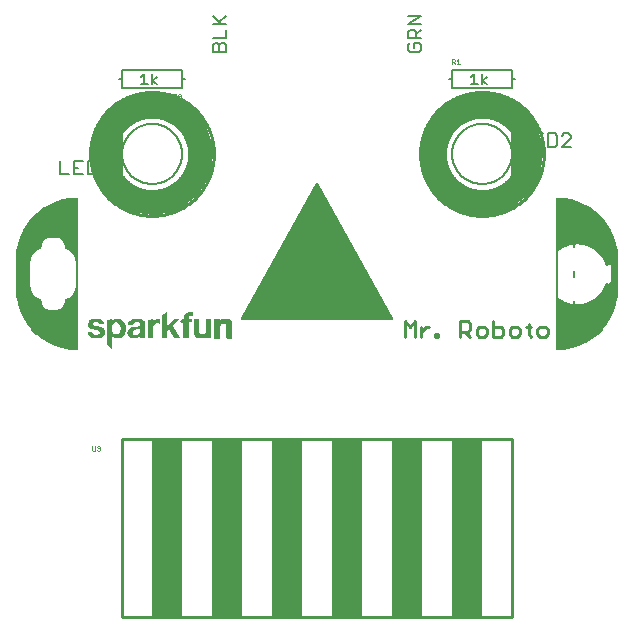
<source format=gbr>
G04 EAGLE Gerber RS-274X export*
G75*
%MOMM*%
%FSLAX34Y34*%
%LPD*%
%INSilkscreen Top*%
%IPPOS*%
%AMOC8*
5,1,8,0,0,1.08239X$1,22.5*%
G01*
%ADD10C,0.254000*%
%ADD11C,0.228600*%
%ADD12C,0.203200*%
%ADD13R,2.540000X15.240000*%
%ADD14C,0.025400*%
%ADD15C,0.050800*%
%ADD16C,0.152400*%
%ADD17C,0.127000*%
%ADD18C,0.076200*%
%ADD19C,0.020319*%

G36*
X115720Y430796D02*
X115720Y430796D01*
X115740Y430802D01*
X115757Y430802D01*
X136077Y434612D01*
X136144Y434635D01*
X136213Y434647D01*
X136267Y434676D01*
X136346Y434703D01*
X136443Y434770D01*
X136509Y434805D01*
X153019Y447505D01*
X153034Y447521D01*
X153053Y447532D01*
X153102Y447590D01*
X153218Y447708D01*
X153243Y447756D01*
X153271Y447788D01*
X164701Y466838D01*
X164716Y466874D01*
X164730Y466895D01*
X164738Y466921D01*
X164769Y466973D01*
X164781Y467029D01*
X164811Y467100D01*
X164826Y467225D01*
X164844Y467300D01*
X166114Y488890D01*
X166111Y488915D01*
X166115Y488939D01*
X166103Y489016D01*
X166090Y489174D01*
X166070Y489227D01*
X166063Y489271D01*
X158443Y512131D01*
X158397Y512223D01*
X158359Y512318D01*
X158336Y512346D01*
X158316Y512386D01*
X158187Y512527D01*
X158145Y512577D01*
X139095Y529087D01*
X139047Y529118D01*
X139006Y529156D01*
X138942Y529186D01*
X138856Y529242D01*
X138763Y529270D01*
X138702Y529298D01*
X115842Y535648D01*
X115762Y535659D01*
X115685Y535679D01*
X115631Y535676D01*
X115560Y535685D01*
X115428Y535665D01*
X115350Y535661D01*
X92490Y530581D01*
X92440Y530562D01*
X92387Y530553D01*
X92324Y530519D01*
X92224Y530481D01*
X92149Y530426D01*
X92091Y530395D01*
X75581Y517695D01*
X75382Y517492D01*
X75370Y517469D01*
X75355Y517453D01*
X65195Y502213D01*
X65168Y502157D01*
X65132Y502105D01*
X65113Y502042D01*
X65072Y501957D01*
X65055Y501853D01*
X65034Y501784D01*
X62494Y482734D01*
X62494Y482657D01*
X62485Y482600D01*
X62485Y476250D01*
X62525Y475969D01*
X62529Y475960D01*
X62530Y475951D01*
X67610Y459441D01*
X67730Y459184D01*
X67749Y459163D01*
X67759Y459143D01*
X77919Y445173D01*
X77933Y445159D01*
X77943Y445142D01*
X77997Y445092D01*
X78117Y444969D01*
X78161Y444943D01*
X78191Y444916D01*
X95971Y433486D01*
X96020Y433463D01*
X96065Y433432D01*
X96133Y433411D01*
X96229Y433367D01*
X96322Y433353D01*
X96386Y433334D01*
X115436Y430794D01*
X115720Y430796D01*
G37*
G36*
X392572Y429535D02*
X392572Y429535D01*
X392650Y429539D01*
X415510Y434619D01*
X415534Y434628D01*
X415555Y434631D01*
X415577Y434641D01*
X415613Y434647D01*
X415676Y434681D01*
X415776Y434719D01*
X415851Y434774D01*
X415909Y434805D01*
X432419Y447505D01*
X432618Y447708D01*
X432630Y447731D01*
X432645Y447747D01*
X442805Y462987D01*
X442832Y463043D01*
X442868Y463095D01*
X442887Y463158D01*
X442928Y463243D01*
X442945Y463347D01*
X442966Y463416D01*
X445506Y482466D01*
X445506Y482543D01*
X445515Y482600D01*
X445515Y488950D01*
X445475Y489232D01*
X445471Y489240D01*
X445470Y489249D01*
X440390Y505759D01*
X440270Y506016D01*
X440251Y506037D01*
X440241Y506057D01*
X430081Y520027D01*
X430067Y520041D01*
X430058Y520058D01*
X430003Y520108D01*
X429883Y520231D01*
X429839Y520257D01*
X429809Y520284D01*
X412029Y531714D01*
X411980Y531737D01*
X411935Y531768D01*
X411867Y531789D01*
X411771Y531833D01*
X411678Y531847D01*
X411614Y531866D01*
X392564Y534406D01*
X392280Y534404D01*
X392260Y534398D01*
X392243Y534398D01*
X371923Y530588D01*
X371856Y530565D01*
X371787Y530553D01*
X371733Y530524D01*
X371654Y530497D01*
X371557Y530430D01*
X371491Y530395D01*
X354981Y517695D01*
X354966Y517679D01*
X354947Y517668D01*
X354898Y517610D01*
X354782Y517492D01*
X354757Y517444D01*
X354729Y517412D01*
X343299Y498362D01*
X343270Y498292D01*
X343231Y498227D01*
X343219Y498171D01*
X343189Y498101D01*
X343174Y497975D01*
X343157Y497900D01*
X341887Y476310D01*
X341889Y476285D01*
X341885Y476261D01*
X341897Y476184D01*
X341903Y476109D01*
X341903Y476100D01*
X341904Y476094D01*
X341910Y476026D01*
X341930Y475973D01*
X341937Y475929D01*
X349557Y453069D01*
X349603Y452977D01*
X349641Y452882D01*
X349664Y452854D01*
X349684Y452815D01*
X349813Y452673D01*
X349855Y452623D01*
X368905Y436113D01*
X368953Y436082D01*
X368994Y436044D01*
X369058Y436014D01*
X369144Y435959D01*
X369237Y435931D01*
X369298Y435902D01*
X392158Y429552D01*
X392238Y429541D01*
X392315Y429521D01*
X392369Y429524D01*
X392440Y429515D01*
X392572Y429535D01*
G37*
G36*
X317530Y341889D02*
X317530Y341889D01*
X317561Y341887D01*
X317671Y341909D01*
X317782Y341925D01*
X317810Y341937D01*
X317840Y341943D01*
X317939Y341995D01*
X318041Y342041D01*
X318064Y342061D01*
X318092Y342075D01*
X318172Y342152D01*
X318258Y342225D01*
X318275Y342250D01*
X318297Y342271D01*
X318353Y342368D01*
X318416Y342461D01*
X318425Y342490D01*
X318440Y342517D01*
X318468Y342625D01*
X318501Y342732D01*
X318502Y342763D01*
X318510Y342793D01*
X318506Y342905D01*
X318509Y343016D01*
X318501Y343046D01*
X318500Y343077D01*
X318473Y343151D01*
X318437Y343291D01*
X318404Y343346D01*
X318388Y343393D01*
X254888Y457693D01*
X254854Y457738D01*
X254828Y457787D01*
X254769Y457850D01*
X254716Y457920D01*
X254671Y457953D01*
X254633Y457994D01*
X254558Y458038D01*
X254488Y458090D01*
X254436Y458110D01*
X254388Y458138D01*
X254304Y458160D01*
X254222Y458191D01*
X254167Y458195D01*
X254113Y458209D01*
X254026Y458206D01*
X253939Y458213D01*
X253885Y458202D01*
X253829Y458201D01*
X253746Y458174D01*
X253660Y458157D01*
X253611Y458131D01*
X253558Y458114D01*
X253485Y458065D01*
X253409Y458025D01*
X253368Y457987D01*
X253322Y457956D01*
X253278Y457900D01*
X253203Y457829D01*
X253155Y457746D01*
X253113Y457693D01*
X189613Y343393D01*
X189602Y343364D01*
X189585Y343339D01*
X189551Y343232D01*
X189511Y343128D01*
X189508Y343097D01*
X189499Y343068D01*
X189496Y342956D01*
X189486Y342844D01*
X189492Y342814D01*
X189491Y342784D01*
X189520Y342675D01*
X189541Y342566D01*
X189556Y342538D01*
X189563Y342509D01*
X189620Y342412D01*
X189672Y342313D01*
X189693Y342291D01*
X189709Y342264D01*
X189790Y342188D01*
X189867Y342106D01*
X189893Y342091D01*
X189916Y342070D01*
X190015Y342019D01*
X190112Y341962D01*
X190142Y341954D01*
X190169Y341940D01*
X190246Y341927D01*
X190387Y341891D01*
X190451Y341893D01*
X190500Y341885D01*
X317500Y341885D01*
X317530Y341889D01*
G37*
G36*
X50827Y316494D02*
X50827Y316494D01*
X50916Y316491D01*
X50968Y316505D01*
X51022Y316509D01*
X51105Y316541D01*
X51191Y316563D01*
X51238Y316591D01*
X51288Y316610D01*
X51359Y316663D01*
X51436Y316709D01*
X51473Y316748D01*
X51516Y316780D01*
X51569Y316851D01*
X51630Y316916D01*
X51655Y316964D01*
X51687Y317007D01*
X51719Y317090D01*
X51760Y317169D01*
X51768Y317215D01*
X51789Y317272D01*
X51802Y317423D01*
X51815Y317500D01*
X51815Y444500D01*
X51803Y444588D01*
X51800Y444677D01*
X51783Y444728D01*
X51775Y444782D01*
X51739Y444863D01*
X51711Y444947D01*
X51681Y444992D01*
X51659Y445041D01*
X51602Y445109D01*
X51552Y445182D01*
X51510Y445217D01*
X51476Y445258D01*
X51402Y445307D01*
X51333Y445364D01*
X51284Y445386D01*
X51239Y445416D01*
X51154Y445442D01*
X51073Y445478D01*
X51026Y445483D01*
X50968Y445501D01*
X50816Y445505D01*
X50739Y445513D01*
X44615Y445143D01*
X44547Y445129D01*
X44494Y445128D01*
X38460Y444022D01*
X38393Y444000D01*
X38341Y443993D01*
X32484Y442168D01*
X32421Y442138D01*
X32369Y442125D01*
X26775Y439607D01*
X26716Y439570D01*
X26667Y439550D01*
X21417Y436376D01*
X21363Y436332D01*
X21316Y436307D01*
X16487Y432524D01*
X16439Y432473D01*
X16396Y432442D01*
X12058Y428105D01*
X12016Y428049D01*
X11976Y428013D01*
X8193Y423184D01*
X8158Y423123D01*
X8124Y423083D01*
X4950Y417833D01*
X4923Y417769D01*
X4893Y417725D01*
X2375Y412131D01*
X2356Y412063D01*
X2332Y412016D01*
X507Y406159D01*
X496Y406090D01*
X478Y406040D01*
X-628Y400006D01*
X-631Y399936D01*
X-643Y399885D01*
X-1013Y393761D01*
X-1011Y393727D01*
X-1015Y393700D01*
X-1015Y368300D01*
X-1010Y368266D01*
X-1013Y368239D01*
X-643Y362115D01*
X-636Y362083D01*
X-637Y362055D01*
X-629Y362022D01*
X-628Y361994D01*
X478Y355960D01*
X500Y355893D01*
X507Y355841D01*
X2332Y349984D01*
X2362Y349921D01*
X2375Y349869D01*
X4893Y344275D01*
X4930Y344216D01*
X4950Y344167D01*
X8124Y338917D01*
X8168Y338863D01*
X8193Y338816D01*
X11976Y333987D01*
X12027Y333939D01*
X12058Y333896D01*
X16396Y329558D01*
X16451Y329516D01*
X16487Y329476D01*
X21316Y325693D01*
X21377Y325658D01*
X21417Y325624D01*
X26667Y322450D01*
X26731Y322423D01*
X26775Y322393D01*
X32369Y319875D01*
X32437Y319856D01*
X32484Y319832D01*
X38341Y318007D01*
X38410Y317996D01*
X38460Y317978D01*
X44494Y316872D01*
X44564Y316869D01*
X44615Y316857D01*
X50739Y316487D01*
X50827Y316494D01*
G37*
G36*
X463385Y316857D02*
X463385Y316857D01*
X463453Y316871D01*
X463506Y316872D01*
X469540Y317978D01*
X469607Y318000D01*
X469659Y318007D01*
X475516Y319832D01*
X475579Y319862D01*
X475631Y319875D01*
X481225Y322393D01*
X481284Y322430D01*
X481333Y322450D01*
X486583Y325624D01*
X486637Y325668D01*
X486684Y325693D01*
X491513Y329476D01*
X491561Y329527D01*
X491605Y329558D01*
X495942Y333896D01*
X495984Y333951D01*
X496024Y333987D01*
X499807Y338816D01*
X499842Y338877D01*
X499876Y338917D01*
X503050Y344167D01*
X503078Y344231D01*
X503107Y344275D01*
X505625Y349869D01*
X505644Y349937D01*
X505668Y349984D01*
X507493Y355841D01*
X507504Y355907D01*
X507505Y355912D01*
X507505Y355913D01*
X507522Y355960D01*
X508628Y361994D01*
X508628Y361999D01*
X508630Y362003D01*
X508631Y362065D01*
X508643Y362115D01*
X509013Y368239D01*
X509011Y368273D01*
X509015Y368300D01*
X509015Y393700D01*
X509010Y393734D01*
X509013Y393761D01*
X508643Y399885D01*
X508629Y399953D01*
X508628Y400006D01*
X507522Y406040D01*
X507500Y406107D01*
X507493Y406159D01*
X505668Y412016D01*
X505638Y412079D01*
X505625Y412131D01*
X503107Y417725D01*
X503070Y417784D01*
X503050Y417833D01*
X499876Y423083D01*
X499832Y423137D01*
X499807Y423184D01*
X496024Y428013D01*
X495973Y428061D01*
X495942Y428105D01*
X491605Y432442D01*
X491549Y432484D01*
X491513Y432524D01*
X486684Y436307D01*
X486623Y436342D01*
X486583Y436376D01*
X481333Y439550D01*
X481269Y439578D01*
X481225Y439607D01*
X475631Y442125D01*
X475563Y442144D01*
X475516Y442168D01*
X469659Y443993D01*
X469590Y444004D01*
X469540Y444022D01*
X463506Y445128D01*
X463436Y445131D01*
X463385Y445143D01*
X457261Y445513D01*
X457173Y445506D01*
X457084Y445509D01*
X457032Y445495D01*
X456978Y445491D01*
X456895Y445459D01*
X456809Y445437D01*
X456762Y445409D01*
X456712Y445390D01*
X456641Y445337D01*
X456564Y445292D01*
X456527Y445252D01*
X456484Y445220D01*
X456431Y445149D01*
X456370Y445084D01*
X456345Y445036D01*
X456313Y444993D01*
X456281Y444910D01*
X456240Y444831D01*
X456232Y444785D01*
X456211Y444728D01*
X456198Y444577D01*
X456185Y444500D01*
X456185Y317500D01*
X456197Y317412D01*
X456200Y317323D01*
X456217Y317272D01*
X456225Y317219D01*
X456261Y317137D01*
X456289Y317053D01*
X456319Y317008D01*
X456341Y316959D01*
X456398Y316891D01*
X456448Y316818D01*
X456490Y316783D01*
X456525Y316742D01*
X456599Y316693D01*
X456667Y316636D01*
X456716Y316614D01*
X456761Y316585D01*
X456846Y316558D01*
X456927Y316522D01*
X456974Y316517D01*
X457032Y316499D01*
X457184Y316495D01*
X457261Y316487D01*
X463385Y316857D01*
G37*
%LPC*%
G36*
X93311Y458034D02*
X93311Y458034D01*
X88645Y462701D01*
X88645Y481585D01*
X88900Y481585D01*
X88958Y481593D01*
X89016Y481591D01*
X89098Y481613D01*
X89182Y481625D01*
X89235Y481649D01*
X89291Y481663D01*
X89364Y481706D01*
X89441Y481741D01*
X89486Y481779D01*
X89536Y481809D01*
X89594Y481870D01*
X89658Y481925D01*
X89690Y481973D01*
X89730Y482016D01*
X89769Y482091D01*
X89816Y482161D01*
X89833Y482217D01*
X89860Y482269D01*
X89871Y482337D01*
X89901Y482432D01*
X89904Y482532D01*
X89915Y482600D01*
X89915Y502500D01*
X98338Y510923D01*
X109343Y514591D01*
X124181Y513355D01*
X133983Y508454D01*
X141368Y499837D01*
X145052Y491242D01*
X146285Y476449D01*
X138913Y461705D01*
X124118Y451842D01*
X108153Y450614D01*
X93311Y458034D01*
G37*
%LPD*%
%LPC*%
G36*
X383819Y451846D02*
X383819Y451846D01*
X374017Y456746D01*
X366632Y465363D01*
X362948Y473958D01*
X361715Y488751D01*
X369087Y503495D01*
X383882Y513358D01*
X399847Y514586D01*
X414689Y507166D01*
X419355Y502500D01*
X419355Y483615D01*
X419100Y483615D01*
X419042Y483607D01*
X418984Y483609D01*
X418902Y483587D01*
X418819Y483575D01*
X418765Y483552D01*
X418709Y483537D01*
X418636Y483494D01*
X418559Y483459D01*
X418514Y483421D01*
X418464Y483392D01*
X418406Y483330D01*
X418342Y483276D01*
X418310Y483227D01*
X418270Y483184D01*
X418231Y483109D01*
X418185Y483039D01*
X418167Y482983D01*
X418140Y482931D01*
X418129Y482863D01*
X418099Y482768D01*
X418096Y482668D01*
X418085Y482600D01*
X418085Y462701D01*
X409662Y454277D01*
X398657Y450609D01*
X383819Y451846D01*
G37*
%LPD*%
%LPC*%
G36*
X468340Y354583D02*
X468340Y354583D01*
X458739Y358904D01*
X458215Y360126D01*
X458215Y402822D01*
X463444Y406459D01*
X473699Y408413D01*
X486488Y405707D01*
X493256Y400632D01*
X499502Y389888D01*
X499514Y389873D01*
X499522Y389855D01*
X499602Y389761D01*
X499678Y389664D01*
X499694Y389653D01*
X499707Y389638D01*
X499809Y389570D01*
X499909Y389499D01*
X499927Y389492D01*
X499944Y389481D01*
X500014Y389461D01*
X500177Y389403D01*
X500228Y389400D01*
X500266Y389389D01*
X501001Y389306D01*
X501590Y389100D01*
X502119Y388768D01*
X502560Y388327D01*
X502892Y387798D01*
X503098Y387209D01*
X503175Y386531D01*
X503175Y376231D01*
X503079Y375384D01*
X502817Y374634D01*
X502394Y373960D01*
X501832Y373398D01*
X501159Y372975D01*
X500408Y372713D01*
X499504Y372611D01*
X499478Y372604D01*
X499451Y372603D01*
X499341Y372569D01*
X499229Y372540D01*
X499206Y372526D01*
X499180Y372518D01*
X499084Y372454D01*
X498984Y372395D01*
X498966Y372375D01*
X498943Y372360D01*
X498894Y372300D01*
X498789Y372188D01*
X498762Y372135D01*
X498733Y372099D01*
X493031Y361936D01*
X479797Y354583D01*
X468340Y354583D01*
G37*
%LPD*%
%LPC*%
G36*
X29006Y350265D02*
X29006Y350265D01*
X27321Y350431D01*
X25750Y350908D01*
X24302Y351682D01*
X23032Y352724D01*
X21990Y353994D01*
X21216Y355442D01*
X20739Y357013D01*
X20568Y358748D01*
X20544Y358846D01*
X20529Y358946D01*
X20511Y358983D01*
X20501Y359024D01*
X20451Y359111D01*
X20408Y359203D01*
X20381Y359234D01*
X20360Y359271D01*
X20287Y359341D01*
X20221Y359417D01*
X20186Y359440D01*
X20156Y359468D01*
X20067Y359516D01*
X19982Y359571D01*
X19946Y359580D01*
X19905Y359602D01*
X19724Y359640D01*
X19658Y359658D01*
X17923Y359829D01*
X16352Y360306D01*
X14904Y361080D01*
X13634Y362122D01*
X12592Y363392D01*
X11818Y364840D01*
X11341Y366411D01*
X11175Y368096D01*
X11175Y393904D01*
X11341Y395589D01*
X11818Y397160D01*
X12592Y398609D01*
X13634Y399878D01*
X14904Y400920D01*
X16352Y401694D01*
X17923Y402171D01*
X19658Y402342D01*
X19756Y402366D01*
X19856Y402381D01*
X19893Y402399D01*
X19934Y402409D01*
X20021Y402459D01*
X20113Y402502D01*
X20144Y402529D01*
X20181Y402550D01*
X20251Y402623D01*
X20327Y402689D01*
X20350Y402724D01*
X20378Y402754D01*
X20426Y402843D01*
X20481Y402928D01*
X20490Y402964D01*
X20512Y403005D01*
X20550Y403186D01*
X20568Y403252D01*
X20739Y404987D01*
X21216Y406558D01*
X21990Y408007D01*
X23032Y409276D01*
X24302Y410318D01*
X25750Y411092D01*
X27321Y411569D01*
X29006Y411735D01*
X32208Y411735D01*
X33893Y411569D01*
X35464Y411092D01*
X36913Y410318D01*
X38182Y409276D01*
X39224Y408007D01*
X39998Y406558D01*
X40475Y404987D01*
X40646Y403252D01*
X40670Y403154D01*
X40685Y403054D01*
X40703Y403017D01*
X40713Y402976D01*
X40763Y402889D01*
X40806Y402797D01*
X40833Y402766D01*
X40854Y402729D01*
X40927Y402659D01*
X40993Y402583D01*
X41028Y402560D01*
X41058Y402532D01*
X41147Y402484D01*
X41232Y402429D01*
X41268Y402420D01*
X41309Y402398D01*
X41490Y402360D01*
X41557Y402342D01*
X43241Y402176D01*
X44765Y401713D01*
X46169Y400963D01*
X47400Y399952D01*
X48411Y398721D01*
X49161Y397317D01*
X49624Y395793D01*
X49785Y394158D01*
X49785Y367842D01*
X49624Y366207D01*
X49161Y364683D01*
X48411Y363279D01*
X47400Y362048D01*
X46169Y361037D01*
X44765Y360287D01*
X43241Y359824D01*
X41557Y359658D01*
X41458Y359634D01*
X41358Y359619D01*
X41321Y359601D01*
X41280Y359591D01*
X41193Y359541D01*
X41101Y359498D01*
X41070Y359471D01*
X41034Y359450D01*
X40963Y359378D01*
X40887Y359311D01*
X40864Y359276D01*
X40836Y359246D01*
X40788Y359157D01*
X40733Y359072D01*
X40724Y359036D01*
X40702Y358995D01*
X40664Y358814D01*
X40646Y358748D01*
X40475Y357013D01*
X39998Y355442D01*
X39224Y353994D01*
X38182Y352724D01*
X36913Y351682D01*
X35464Y350908D01*
X33893Y350431D01*
X32208Y350265D01*
X29006Y350265D01*
G37*
%LPD*%
G36*
X80397Y317553D02*
X80397Y317553D01*
X80400Y317552D01*
X80442Y317573D01*
X80484Y317593D01*
X80485Y317595D01*
X80487Y317596D01*
X80494Y317618D01*
X80517Y317678D01*
X80517Y328782D01*
X80518Y328780D01*
X81038Y328064D01*
X81049Y328057D01*
X81056Y328044D01*
X81716Y327454D01*
X81728Y327450D01*
X81738Y327439D01*
X82507Y327002D01*
X82520Y327000D01*
X82532Y326991D01*
X83376Y326727D01*
X83387Y326728D01*
X83398Y326722D01*
X84615Y326567D01*
X84624Y326569D01*
X84633Y326566D01*
X85860Y326583D01*
X85868Y326586D01*
X85878Y326584D01*
X87090Y326773D01*
X87099Y326778D01*
X87110Y326778D01*
X88029Y327072D01*
X88037Y327079D01*
X88049Y327081D01*
X88905Y327527D01*
X88911Y327535D01*
X88923Y327538D01*
X89691Y328123D01*
X89696Y328132D01*
X89707Y328137D01*
X90364Y328844D01*
X90368Y328854D01*
X90378Y328861D01*
X91150Y330046D01*
X91152Y330056D01*
X91160Y330065D01*
X91716Y331365D01*
X91716Y331376D01*
X91723Y331386D01*
X92046Y332762D01*
X92044Y332773D01*
X92049Y332784D01*
X92167Y334999D01*
X92163Y335010D01*
X92166Y335022D01*
X91883Y337222D01*
X91878Y337232D01*
X91878Y337244D01*
X91204Y339357D01*
X91196Y339367D01*
X91194Y339380D01*
X90615Y340421D01*
X90604Y340429D01*
X90599Y340443D01*
X89807Y341333D01*
X89798Y341338D01*
X89791Y341348D01*
X88967Y342001D01*
X88959Y342003D01*
X88953Y342010D01*
X88051Y342551D01*
X88041Y342553D01*
X88032Y342561D01*
X87008Y342961D01*
X86995Y342961D01*
X86983Y342968D01*
X85898Y343151D01*
X85887Y343149D01*
X85875Y343153D01*
X83894Y343128D01*
X83883Y343123D01*
X83870Y343126D01*
X83388Y343024D01*
X83379Y343017D01*
X83367Y343017D01*
X82046Y342484D01*
X82039Y342477D01*
X82029Y342476D01*
X81635Y342243D01*
X81628Y342234D01*
X81616Y342229D01*
X81273Y341928D01*
X81270Y341922D01*
X81263Y341919D01*
X80374Y340954D01*
X80374Y340953D01*
X80373Y340952D01*
X80239Y340803D01*
X80263Y342720D01*
X80257Y342735D01*
X80260Y342749D01*
X80240Y342778D01*
X80226Y342812D01*
X80212Y342817D01*
X80203Y342830D01*
X80162Y342837D01*
X80135Y342848D01*
X80125Y342844D01*
X80114Y342846D01*
X76228Y342110D01*
X76194Y342088D01*
X76158Y342071D01*
X76154Y342061D01*
X76146Y342055D01*
X76140Y342026D01*
X76125Y341986D01*
X76125Y321412D01*
X76127Y321406D01*
X76125Y321399D01*
X76154Y321342D01*
X76163Y321321D01*
X76165Y321320D01*
X76166Y321318D01*
X80306Y317584D01*
X80351Y317569D01*
X80395Y317552D01*
X80397Y317553D01*
G37*
G36*
X99584Y326535D02*
X99584Y326535D01*
X99595Y326532D01*
X101213Y326773D01*
X101222Y326779D01*
X101235Y326778D01*
X102270Y327131D01*
X102279Y327138D01*
X102291Y327140D01*
X103242Y327680D01*
X103250Y327689D01*
X103262Y327694D01*
X104089Y328397D01*
X104113Y328413D01*
X104122Y328414D01*
X104130Y328412D01*
X104137Y328406D01*
X104146Y328383D01*
X104373Y327354D01*
X104375Y327351D01*
X104374Y327348D01*
X104450Y327068D01*
X104461Y327054D01*
X104465Y327035D01*
X104486Y326999D01*
X104510Y326982D01*
X104537Y326953D01*
X104574Y326934D01*
X104604Y326932D01*
X104642Y326921D01*
X104678Y326924D01*
X108712Y326924D01*
X108735Y326933D01*
X108760Y326933D01*
X108778Y326952D01*
X108803Y326962D01*
X108812Y326985D01*
X108829Y327003D01*
X108830Y327032D01*
X108838Y327054D01*
X108830Y327072D01*
X108830Y327094D01*
X108756Y327293D01*
X108407Y328588D01*
X108305Y329925D01*
X108330Y334263D01*
X108329Y334266D01*
X108330Y334268D01*
X108310Y334311D01*
X108297Y334344D01*
X108305Y334366D01*
X108305Y339192D01*
X108302Y339199D01*
X108304Y339208D01*
X108213Y339943D01*
X108206Y339956D01*
X108206Y339973D01*
X107939Y340664D01*
X107928Y340674D01*
X107924Y340691D01*
X107497Y341296D01*
X107484Y341304D01*
X107476Y341319D01*
X106914Y341802D01*
X106901Y341806D01*
X106891Y341817D01*
X105588Y342511D01*
X105576Y342512D01*
X105565Y342520D01*
X104151Y342945D01*
X104141Y342944D01*
X104132Y342949D01*
X102393Y343179D01*
X102385Y343177D01*
X102377Y343180D01*
X100623Y343188D01*
X100616Y343185D01*
X100607Y343188D01*
X98867Y342974D01*
X98859Y342970D01*
X98849Y342971D01*
X97620Y342637D01*
X97612Y342630D01*
X97601Y342630D01*
X96443Y342101D01*
X96435Y342092D01*
X96422Y342089D01*
X95605Y341515D01*
X95598Y341504D01*
X95585Y341498D01*
X94902Y340768D01*
X94899Y340759D01*
X94897Y340759D01*
X94895Y340754D01*
X94886Y340747D01*
X94367Y339894D01*
X94365Y339881D01*
X94355Y339870D01*
X94021Y338929D01*
X94022Y338916D01*
X94015Y338903D01*
X93893Y338012D01*
X93890Y338010D01*
X93889Y338010D01*
X93870Y337961D01*
X93854Y337918D01*
X93856Y337913D01*
X93889Y337835D01*
X93914Y337809D01*
X93954Y337791D01*
X93992Y337770D01*
X93998Y337772D01*
X94005Y337770D01*
X94045Y337787D01*
X94075Y337796D01*
X98222Y337796D01*
X98224Y337797D01*
X98226Y337796D01*
X98269Y337816D01*
X98313Y337834D01*
X98313Y337836D01*
X98315Y337837D01*
X98348Y337922D01*
X98348Y337965D01*
X98411Y338496D01*
X98595Y338991D01*
X98890Y339429D01*
X99280Y339785D01*
X99744Y340040D01*
X100305Y340205D01*
X100892Y340259D01*
X102247Y340209D01*
X102616Y340148D01*
X102962Y340020D01*
X103276Y339827D01*
X103529Y339593D01*
X103728Y339314D01*
X103867Y339000D01*
X103978Y338479D01*
X103978Y337948D01*
X103867Y337427D01*
X103825Y337330D01*
X103765Y337243D01*
X103481Y336982D01*
X103053Y336736D01*
X102584Y336571D01*
X101278Y336345D01*
X99072Y336117D01*
X99068Y336114D01*
X99063Y336115D01*
X97526Y335837D01*
X97518Y335833D01*
X97509Y335833D01*
X96024Y335349D01*
X96016Y335342D01*
X96004Y335341D01*
X95308Y334975D01*
X95300Y334965D01*
X95287Y334961D01*
X94677Y334463D01*
X94671Y334452D01*
X94661Y334446D01*
X94660Y334446D01*
X94659Y334445D01*
X94161Y333836D01*
X94157Y333823D01*
X94146Y333812D01*
X93717Y332950D01*
X93716Y332935D01*
X93707Y332921D01*
X93501Y331980D01*
X93503Y331967D01*
X93498Y331953D01*
X93495Y330892D01*
X93500Y330882D01*
X93497Y330869D01*
X93686Y329825D01*
X93692Y329816D01*
X93692Y329803D01*
X94065Y328810D01*
X94073Y328801D01*
X94075Y328789D01*
X94367Y328306D01*
X94376Y328299D01*
X94381Y328287D01*
X94758Y327867D01*
X94769Y327862D01*
X94776Y327851D01*
X95224Y327509D01*
X95237Y327505D01*
X95247Y327495D01*
X96516Y326889D01*
X96529Y326889D01*
X96542Y326880D01*
X97914Y326572D01*
X97926Y326574D01*
X97939Y326569D01*
X99574Y326531D01*
X99584Y326535D01*
G37*
G36*
X126951Y326798D02*
X126951Y326798D01*
X126953Y326797D01*
X126996Y326817D01*
X127040Y326835D01*
X127040Y326837D01*
X127042Y326838D01*
X127075Y326923D01*
X127075Y332331D01*
X128730Y333938D01*
X132963Y326960D01*
X132978Y326949D01*
X132986Y326932D01*
X133020Y326919D01*
X133043Y326902D01*
X133056Y326904D01*
X133070Y326899D01*
X138150Y326874D01*
X138186Y326889D01*
X138224Y326897D01*
X138230Y326907D01*
X138241Y326912D01*
X138256Y326948D01*
X138276Y326981D01*
X138273Y326993D01*
X138277Y327003D01*
X138265Y327031D01*
X138256Y327070D01*
X131659Y336965D01*
X137350Y342531D01*
X137351Y342532D01*
X137353Y342533D01*
X137370Y342578D01*
X137388Y342622D01*
X137388Y342623D01*
X137388Y342625D01*
X137368Y342668D01*
X137349Y342712D01*
X137348Y342713D01*
X137347Y342714D01*
X137262Y342747D01*
X132588Y342747D01*
X132585Y342746D01*
X132582Y342747D01*
X132499Y342710D01*
X127024Y337236D01*
X127024Y348666D01*
X127011Y348698D01*
X127006Y348732D01*
X126992Y348742D01*
X126986Y348757D01*
X126954Y348769D01*
X126925Y348789D01*
X126908Y348787D01*
X126894Y348792D01*
X126869Y348781D01*
X126835Y348776D01*
X122695Y346414D01*
X122683Y346397D01*
X122665Y346389D01*
X122652Y346357D01*
X122636Y346335D01*
X122638Y346320D01*
X122632Y346304D01*
X122632Y326974D01*
X122633Y326971D01*
X122632Y326968D01*
X122669Y326885D01*
X122720Y326834D01*
X122723Y326833D01*
X122724Y326830D01*
X122809Y326797D01*
X126949Y326797D01*
X126951Y326798D01*
G37*
G36*
X155878Y326523D02*
X155878Y326523D01*
X155885Y326526D01*
X155894Y326525D01*
X157372Y326748D01*
X157380Y326753D01*
X157390Y326752D01*
X157652Y326833D01*
X157660Y326839D01*
X157672Y326841D01*
X157917Y326963D01*
X157924Y326970D01*
X157934Y326973D01*
X158864Y327632D01*
X158869Y327640D01*
X158878Y327643D01*
X159705Y328428D01*
X159708Y328436D01*
X159717Y328441D01*
X160224Y329082D01*
X160224Y327025D01*
X160225Y327023D01*
X160224Y327021D01*
X160244Y326978D01*
X160262Y326934D01*
X160264Y326934D01*
X160265Y326932D01*
X160350Y326899D01*
X164363Y326899D01*
X164365Y326900D01*
X164367Y326899D01*
X164410Y326919D01*
X164454Y326937D01*
X164454Y326939D01*
X164456Y326940D01*
X164489Y327025D01*
X164489Y342646D01*
X164488Y342648D01*
X164489Y342650D01*
X164469Y342693D01*
X164451Y342737D01*
X164449Y342737D01*
X164448Y342739D01*
X164363Y342772D01*
X160147Y342772D01*
X160145Y342771D01*
X160143Y342772D01*
X160100Y342752D01*
X160056Y342734D01*
X160056Y342732D01*
X160054Y342731D01*
X160021Y342646D01*
X160021Y334344D01*
X159945Y333114D01*
X159720Y331910D01*
X159511Y331360D01*
X159184Y330875D01*
X158753Y330478D01*
X158243Y330190D01*
X157552Y329978D01*
X156831Y329911D01*
X156112Y329991D01*
X155423Y330214D01*
X155028Y330439D01*
X154687Y330740D01*
X154415Y331102D01*
X154072Y331870D01*
X153923Y332700D01*
X153923Y342697D01*
X153922Y342699D01*
X153923Y342701D01*
X153903Y342744D01*
X153885Y342788D01*
X153883Y342788D01*
X153882Y342790D01*
X153797Y342823D01*
X149657Y342823D01*
X149655Y342822D01*
X149653Y342823D01*
X149610Y342803D01*
X149566Y342785D01*
X149566Y342783D01*
X149564Y342782D01*
X149531Y342697D01*
X149531Y331902D01*
X149533Y331897D01*
X149531Y331890D01*
X149632Y330791D01*
X149637Y330782D01*
X149637Y330781D01*
X149638Y330779D01*
X149636Y330768D01*
X149936Y329705D01*
X149943Y329696D01*
X149944Y329683D01*
X150432Y328693D01*
X150441Y328685D01*
X150445Y328673D01*
X151105Y327788D01*
X151115Y327781D01*
X151122Y327769D01*
X151376Y327541D01*
X151384Y327538D01*
X151385Y327536D01*
X151390Y327534D01*
X151396Y327526D01*
X152298Y327000D01*
X152310Y326999D01*
X152320Y326990D01*
X153306Y326647D01*
X153318Y326648D01*
X153330Y326641D01*
X154363Y326494D01*
X154373Y326497D01*
X154384Y326493D01*
X155878Y326523D01*
G37*
G36*
X171071Y326824D02*
X171071Y326824D01*
X171073Y326823D01*
X171116Y326843D01*
X171160Y326861D01*
X171160Y326863D01*
X171162Y326864D01*
X171195Y326949D01*
X171195Y336315D01*
X171276Y337098D01*
X171492Y337848D01*
X171855Y338527D01*
X172372Y339096D01*
X172829Y339410D01*
X173345Y339614D01*
X173901Y339701D01*
X175006Y339751D01*
X175322Y339734D01*
X175622Y339657D01*
X176057Y339440D01*
X176431Y339131D01*
X176727Y338744D01*
X177037Y338102D01*
X177228Y337414D01*
X177293Y336696D01*
X177293Y327050D01*
X177294Y327048D01*
X177293Y327046D01*
X177313Y327003D01*
X177331Y326959D01*
X177333Y326959D01*
X177334Y326957D01*
X177419Y326924D01*
X181508Y326924D01*
X181510Y326925D01*
X181512Y326924D01*
X181555Y326944D01*
X181599Y326962D01*
X181599Y326964D01*
X181601Y326965D01*
X181634Y327050D01*
X181634Y337591D01*
X181632Y337596D01*
X181634Y337601D01*
X181544Y338730D01*
X181540Y338738D01*
X181541Y338747D01*
X181301Y339854D01*
X181296Y339862D01*
X181296Y339872D01*
X181027Y340577D01*
X181019Y340585D01*
X181017Y340597D01*
X180633Y341246D01*
X180624Y341252D01*
X180620Y341264D01*
X180131Y341839D01*
X180120Y341844D01*
X180113Y341856D01*
X179328Y342474D01*
X179315Y342477D01*
X179304Y342489D01*
X178399Y342911D01*
X178385Y342912D01*
X178371Y342920D01*
X177394Y343126D01*
X177383Y343123D01*
X177371Y343128D01*
X175365Y343178D01*
X175355Y343174D01*
X175344Y343177D01*
X174292Y343022D01*
X174281Y343015D01*
X174267Y343015D01*
X173270Y342646D01*
X173260Y342637D01*
X173246Y342634D01*
X172348Y342067D01*
X172341Y342058D01*
X172330Y342054D01*
X171869Y341638D01*
X171866Y341630D01*
X171858Y341626D01*
X171456Y341153D01*
X171454Y341148D01*
X171450Y341146D01*
X171173Y340768D01*
X171059Y340632D01*
X171017Y340603D01*
X171017Y342671D01*
X171016Y342673D01*
X171017Y342675D01*
X170997Y342718D01*
X170979Y342762D01*
X170977Y342762D01*
X170976Y342764D01*
X170891Y342797D01*
X166853Y342797D01*
X166851Y342796D01*
X166849Y342797D01*
X166806Y342777D01*
X166762Y342759D01*
X166762Y342757D01*
X166760Y342756D01*
X166727Y342671D01*
X166727Y326949D01*
X166728Y326947D01*
X166727Y326945D01*
X166747Y326902D01*
X166765Y326858D01*
X166767Y326858D01*
X166768Y326856D01*
X166853Y326823D01*
X171069Y326823D01*
X171071Y326824D01*
G37*
G36*
X68489Y326590D02*
X68489Y326590D01*
X68495Y326592D01*
X68502Y326591D01*
X69816Y326773D01*
X69824Y326777D01*
X69833Y326777D01*
X70833Y327059D01*
X70842Y327066D01*
X70854Y327067D01*
X71789Y327518D01*
X71796Y327526D01*
X71808Y327529D01*
X72652Y328135D01*
X72657Y328145D01*
X72668Y328150D01*
X73394Y328893D01*
X73398Y328903D01*
X73409Y328911D01*
X73788Y329475D01*
X73790Y329486D01*
X73799Y329496D01*
X74065Y330121D01*
X74065Y330133D01*
X74073Y330144D01*
X74215Y330808D01*
X74214Y330817D01*
X74218Y330826D01*
X74294Y331867D01*
X74291Y331876D01*
X74294Y331887D01*
X74200Y332942D01*
X74193Y332955D01*
X74193Y332971D01*
X73856Y333974D01*
X73847Y333985D01*
X73844Y334000D01*
X73592Y334412D01*
X73582Y334419D01*
X73576Y334433D01*
X73244Y334783D01*
X73233Y334787D01*
X73227Y334798D01*
X72535Y335306D01*
X72527Y335308D01*
X72520Y335316D01*
X71764Y335721D01*
X71755Y335722D01*
X71748Y335728D01*
X70092Y336338D01*
X70084Y336338D01*
X70076Y336343D01*
X68353Y336724D01*
X68352Y336724D01*
X68351Y336725D01*
X66328Y337129D01*
X65576Y337401D01*
X64901Y337817D01*
X64618Y338110D01*
X64434Y338471D01*
X64369Y338840D01*
X64417Y339212D01*
X64572Y339554D01*
X64805Y339822D01*
X65106Y340017D01*
X65530Y340174D01*
X65979Y340259D01*
X66828Y340303D01*
X67675Y340259D01*
X68171Y340161D01*
X68638Y339972D01*
X69061Y339701D01*
X69336Y339437D01*
X69554Y339124D01*
X69704Y338772D01*
X69759Y338529D01*
X69775Y338269D01*
X69796Y338227D01*
X69816Y338184D01*
X69818Y338183D01*
X69819Y338181D01*
X69838Y338175D01*
X69901Y338151D01*
X73787Y338151D01*
X73796Y338154D01*
X73804Y338152D01*
X73840Y338173D01*
X73878Y338189D01*
X73881Y338198D01*
X73889Y338203D01*
X73903Y338254D01*
X73913Y338281D01*
X73911Y338285D01*
X73912Y338288D01*
X73912Y338289D01*
X73913Y338290D01*
X73837Y339001D01*
X73831Y339011D01*
X73833Y339022D01*
X73828Y339028D01*
X73828Y339035D01*
X73836Y339048D01*
X73830Y339072D01*
X73833Y339081D01*
X73829Y339089D01*
X73830Y339108D01*
X73627Y339666D01*
X73623Y339670D01*
X73623Y339675D01*
X73267Y340463D01*
X73260Y340469D01*
X73258Y340480D01*
X72972Y340922D01*
X72964Y340927D01*
X72960Y340937D01*
X72612Y341333D01*
X72602Y341337D01*
X72595Y341348D01*
X71636Y342105D01*
X71623Y342109D01*
X71613Y342119D01*
X70516Y342657D01*
X70504Y342658D01*
X70493Y342666D01*
X69142Y343034D01*
X69132Y343033D01*
X69122Y343038D01*
X67729Y343178D01*
X67723Y343176D01*
X67716Y343178D01*
X65913Y343178D01*
X65907Y343176D01*
X65899Y343178D01*
X64470Y343023D01*
X64460Y343017D01*
X64447Y343018D01*
X63069Y342607D01*
X63060Y342600D01*
X63048Y342599D01*
X61767Y341945D01*
X61759Y341936D01*
X61747Y341933D01*
X61271Y341564D01*
X61265Y341553D01*
X61253Y341547D01*
X60859Y341092D01*
X60855Y341081D01*
X60844Y341072D01*
X60545Y340550D01*
X60544Y340537D01*
X60535Y340527D01*
X60177Y339443D01*
X60178Y339431D01*
X60172Y339418D01*
X60043Y338284D01*
X60046Y338272D01*
X60043Y338258D01*
X60148Y337122D01*
X60154Y337111D01*
X60153Y337097D01*
X60305Y336608D01*
X60313Y336598D01*
X60315Y336584D01*
X60564Y336137D01*
X60575Y336129D01*
X60579Y336115D01*
X60916Y335730D01*
X60926Y335725D01*
X60932Y335714D01*
X61609Y335177D01*
X61618Y335174D01*
X61625Y335166D01*
X62376Y334739D01*
X62385Y334738D01*
X62393Y334731D01*
X63201Y334425D01*
X63209Y334425D01*
X63217Y334420D01*
X66848Y333557D01*
X68022Y333251D01*
X69129Y332781D01*
X69465Y332550D01*
X69731Y332246D01*
X69911Y331884D01*
X69996Y331489D01*
X69979Y331085D01*
X69862Y330700D01*
X69654Y330355D01*
X69366Y330071D01*
X68853Y329759D01*
X68286Y329562D01*
X67683Y329488D01*
X66353Y329488D01*
X65791Y329561D01*
X65204Y329778D01*
X64677Y330115D01*
X64235Y330558D01*
X63980Y330972D01*
X63833Y331434D01*
X63804Y331931D01*
X63804Y331978D01*
X63803Y331980D01*
X63804Y331982D01*
X63784Y332025D01*
X63766Y332069D01*
X63764Y332069D01*
X63763Y332071D01*
X63678Y332104D01*
X59817Y332104D01*
X59811Y332102D01*
X59804Y332104D01*
X59792Y332097D01*
X59778Y332098D01*
X59776Y332097D01*
X59775Y332097D01*
X59753Y332077D01*
X59726Y332066D01*
X59724Y332059D01*
X59718Y332056D01*
X59713Y332042D01*
X59703Y332033D01*
X59703Y332032D01*
X59702Y332030D01*
X59701Y332003D01*
X59699Y331996D01*
X59691Y331974D01*
X59692Y331972D01*
X59691Y331969D01*
X59716Y331613D01*
X59719Y331607D01*
X59718Y331600D01*
X59820Y331016D01*
X59825Y331008D01*
X59824Y330997D01*
X60256Y329727D01*
X60263Y329720D01*
X60264Y329710D01*
X60573Y329114D01*
X60583Y329107D01*
X60587Y329094D01*
X61007Y328570D01*
X61018Y328565D01*
X61024Y328553D01*
X61539Y328122D01*
X61547Y328120D01*
X61552Y328113D01*
X62746Y327351D01*
X62754Y327349D01*
X62761Y327342D01*
X63618Y326945D01*
X63631Y326944D01*
X63643Y326936D01*
X64564Y326724D01*
X64573Y326726D01*
X64583Y326721D01*
X67149Y326543D01*
X67156Y326545D01*
X67162Y326543D01*
X68489Y326590D01*
G37*
G36*
X145188Y326824D02*
X145188Y326824D01*
X145190Y326823D01*
X145233Y326843D01*
X145277Y326861D01*
X145277Y326863D01*
X145279Y326864D01*
X145312Y326949D01*
X145312Y339853D01*
X148184Y339853D01*
X148186Y339854D01*
X148188Y339853D01*
X148231Y339873D01*
X148275Y339891D01*
X148275Y339893D01*
X148277Y339894D01*
X148310Y339979D01*
X148310Y342646D01*
X148309Y342648D01*
X148310Y342650D01*
X148290Y342693D01*
X148272Y342737D01*
X148270Y342737D01*
X148269Y342739D01*
X148184Y342772D01*
X145338Y342772D01*
X145338Y344034D01*
X145401Y344496D01*
X145576Y344919D01*
X145758Y345151D01*
X145998Y345321D01*
X146280Y345418D01*
X147180Y345501D01*
X148095Y345416D01*
X148375Y345390D01*
X148381Y345392D01*
X148387Y345390D01*
X148463Y345390D01*
X148465Y345391D01*
X148467Y345390D01*
X148510Y345410D01*
X148554Y345428D01*
X148554Y345430D01*
X148556Y345431D01*
X148589Y345516D01*
X148589Y348539D01*
X148589Y348540D01*
X148589Y348542D01*
X148589Y348543D01*
X148569Y348586D01*
X148551Y348630D01*
X148549Y348630D01*
X148548Y348632D01*
X148463Y348665D01*
X148441Y348665D01*
X147124Y348741D01*
X147121Y348740D01*
X147117Y348741D01*
X145567Y348741D01*
X145557Y348737D01*
X145546Y348739D01*
X144533Y348565D01*
X144523Y348558D01*
X144509Y348558D01*
X143551Y348189D01*
X143542Y348181D01*
X143529Y348178D01*
X142661Y347628D01*
X142655Y347618D01*
X142648Y347616D01*
X142648Y347615D01*
X142642Y347613D01*
X141899Y346903D01*
X141894Y346893D01*
X141883Y346885D01*
X141543Y346408D01*
X141541Y346397D01*
X141532Y346388D01*
X141283Y345857D01*
X141283Y345846D01*
X141275Y345836D01*
X141127Y345269D01*
X141128Y345258D01*
X141123Y345247D01*
X140946Y343113D01*
X140948Y343109D01*
X140946Y343105D01*
X140946Y343103D01*
X140946Y342772D01*
X139700Y342772D01*
X139697Y342771D01*
X139694Y342772D01*
X139611Y342735D01*
X136944Y340068D01*
X136943Y340068D01*
X136943Y340067D01*
X136925Y340022D01*
X136907Y339977D01*
X136907Y339976D01*
X136927Y339931D01*
X136947Y339887D01*
X136948Y339886D01*
X137032Y339853D01*
X140895Y339829D01*
X140895Y326949D01*
X140896Y326947D01*
X140895Y326945D01*
X140915Y326902D01*
X140933Y326858D01*
X140935Y326858D01*
X140936Y326856D01*
X141021Y326823D01*
X145186Y326823D01*
X145188Y326824D01*
G37*
G36*
X115064Y326925D02*
X115064Y326925D01*
X115066Y326924D01*
X115109Y326944D01*
X115153Y326962D01*
X115153Y326964D01*
X115155Y326965D01*
X115188Y327050D01*
X115188Y334869D01*
X115261Y335715D01*
X115461Y336534D01*
X115822Y337327D01*
X116347Y338019D01*
X117014Y338579D01*
X117493Y338843D01*
X118011Y339024D01*
X118553Y339116D01*
X120078Y339116D01*
X120675Y338991D01*
X120678Y338992D01*
X120681Y338990D01*
X120833Y338965D01*
X120842Y338968D01*
X120853Y338964D01*
X120879Y338964D01*
X120881Y338965D01*
X120883Y338964D01*
X120926Y338984D01*
X120970Y339002D01*
X120970Y339004D01*
X120972Y339005D01*
X121005Y339090D01*
X121005Y342951D01*
X120987Y342995D01*
X120969Y343040D01*
X120967Y343040D01*
X120967Y343042D01*
X120950Y343048D01*
X120886Y343077D01*
X119514Y343153D01*
X119504Y343149D01*
X119492Y343152D01*
X118791Y343068D01*
X118781Y343062D01*
X118767Y343063D01*
X118097Y342840D01*
X118088Y342831D01*
X118074Y342829D01*
X117463Y342476D01*
X117461Y342473D01*
X117457Y342472D01*
X116568Y341887D01*
X116565Y341884D01*
X116560Y341882D01*
X116166Y341580D01*
X116159Y341568D01*
X116145Y341560D01*
X115829Y341177D01*
X115827Y341171D01*
X115821Y341166D01*
X115135Y340124D01*
X114956Y339856D01*
X114909Y339841D01*
X114909Y342621D01*
X114904Y342634D01*
X114907Y342647D01*
X114885Y342677D01*
X114871Y342712D01*
X114858Y342717D01*
X114850Y342728D01*
X114807Y342736D01*
X114779Y342747D01*
X114771Y342743D01*
X114761Y342745D01*
X110900Y342059D01*
X110866Y342037D01*
X110829Y342020D01*
X110825Y342011D01*
X110817Y342006D01*
X110812Y341976D01*
X110796Y341935D01*
X110770Y327050D01*
X110771Y327048D01*
X110770Y327046D01*
X110790Y327003D01*
X110808Y326959D01*
X110810Y326959D01*
X110811Y326957D01*
X110896Y326924D01*
X115062Y326924D01*
X115064Y326925D01*
G37*
%LPC*%
G36*
X83555Y329818D02*
X83555Y329818D01*
X82833Y329970D01*
X82155Y330260D01*
X81646Y330623D01*
X81234Y331092D01*
X80935Y331656D01*
X80929Y331660D01*
X80928Y331667D01*
X80877Y331743D01*
X80876Y331744D01*
X80876Y331745D01*
X80834Y331805D01*
X80822Y331864D01*
X80822Y331902D01*
X80822Y331903D01*
X80822Y331904D01*
X80803Y331948D01*
X80784Y331993D01*
X80783Y331993D01*
X80782Y331994D01*
X80737Y332011D01*
X80715Y332019D01*
X80715Y332024D01*
X80724Y332059D01*
X80719Y332096D01*
X80713Y332107D01*
X80714Y332120D01*
X80489Y332795D01*
X80365Y333564D01*
X80339Y336110D01*
X80449Y336925D01*
X80716Y337699D01*
X81129Y338406D01*
X81727Y339086D01*
X82439Y339642D01*
X82777Y339804D01*
X83149Y339878D01*
X84224Y339929D01*
X84791Y339883D01*
X85333Y339727D01*
X85833Y339467D01*
X86592Y338837D01*
X87189Y338051D01*
X87592Y337152D01*
X87783Y336182D01*
X87786Y334211D01*
X87482Y332264D01*
X87193Y331503D01*
X86721Y330845D01*
X86095Y330329D01*
X85356Y329991D01*
X84465Y329812D01*
X83555Y329818D01*
G37*
%LPD*%
%LPC*%
G36*
X99481Y329513D02*
X99481Y329513D01*
X99020Y329610D01*
X98599Y329813D01*
X98237Y330110D01*
X98046Y330360D01*
X97911Y330645D01*
X97840Y330953D01*
X97835Y331206D01*
X97833Y331332D01*
X97831Y331458D01*
X97831Y331459D01*
X97829Y331538D01*
X97936Y332113D01*
X98156Y332655D01*
X98360Y332953D01*
X98628Y333197D01*
X99102Y333481D01*
X99620Y333678D01*
X100170Y333783D01*
X101613Y333935D01*
X101617Y333937D01*
X101621Y333937D01*
X102613Y334106D01*
X102619Y334110D01*
X102628Y334109D01*
X103592Y334397D01*
X103601Y334404D01*
X103614Y334406D01*
X103821Y334513D01*
X103831Y334525D01*
X103847Y334531D01*
X103989Y334658D01*
X103989Y334366D01*
X103990Y334364D01*
X103989Y334362D01*
X104009Y334319D01*
X104009Y334317D01*
X103989Y334264D01*
X103989Y333430D01*
X103919Y332341D01*
X103712Y331271D01*
X103665Y331106D01*
X103558Y330857D01*
X103408Y330638D01*
X102664Y329919D01*
X102373Y329734D01*
X102051Y329612D01*
X101009Y329463D01*
X99481Y329513D01*
G37*
%LPD*%
D10*
X88900Y90170D02*
X88900Y241300D01*
X419100Y241300D01*
X419100Y90170D01*
X88900Y90170D01*
X355600Y482600D02*
X355611Y483535D01*
X355646Y484469D01*
X355703Y485403D01*
X355783Y486334D01*
X355887Y487264D01*
X356012Y488190D01*
X356161Y489114D01*
X356332Y490033D01*
X356526Y490948D01*
X356742Y491858D01*
X356980Y492762D01*
X357241Y493660D01*
X357523Y494551D01*
X357827Y495436D01*
X358153Y496312D01*
X358500Y497180D01*
X358869Y498040D01*
X359258Y498890D01*
X359668Y499730D01*
X360099Y500560D01*
X360550Y501379D01*
X361021Y502187D01*
X361511Y502983D01*
X362021Y503767D01*
X362550Y504538D01*
X363098Y505296D01*
X363664Y506040D01*
X364248Y506770D01*
X364850Y507486D01*
X365470Y508186D01*
X366106Y508871D01*
X366759Y509541D01*
X367429Y510194D01*
X368114Y510830D01*
X368814Y511450D01*
X369530Y512052D01*
X370260Y512636D01*
X371004Y513202D01*
X371762Y513750D01*
X372533Y514279D01*
X373317Y514789D01*
X374113Y515279D01*
X374921Y515750D01*
X375740Y516201D01*
X376570Y516632D01*
X377410Y517042D01*
X378260Y517431D01*
X379120Y517800D01*
X379988Y518147D01*
X380864Y518473D01*
X381749Y518777D01*
X382640Y519059D01*
X383538Y519320D01*
X384442Y519558D01*
X385352Y519774D01*
X386267Y519968D01*
X387186Y520139D01*
X388110Y520288D01*
X389036Y520413D01*
X389966Y520517D01*
X390897Y520597D01*
X391831Y520654D01*
X392765Y520689D01*
X393700Y520700D01*
X394635Y520689D01*
X395569Y520654D01*
X396503Y520597D01*
X397434Y520517D01*
X398364Y520413D01*
X399290Y520288D01*
X400214Y520139D01*
X401133Y519968D01*
X402048Y519774D01*
X402958Y519558D01*
X403862Y519320D01*
X404760Y519059D01*
X405651Y518777D01*
X406536Y518473D01*
X407412Y518147D01*
X408280Y517800D01*
X409140Y517431D01*
X409990Y517042D01*
X410830Y516632D01*
X411660Y516201D01*
X412479Y515750D01*
X413287Y515279D01*
X414083Y514789D01*
X414867Y514279D01*
X415638Y513750D01*
X416396Y513202D01*
X417140Y512636D01*
X417870Y512052D01*
X418586Y511450D01*
X419286Y510830D01*
X419971Y510194D01*
X420641Y509541D01*
X421294Y508871D01*
X421930Y508186D01*
X422550Y507486D01*
X423152Y506770D01*
X423736Y506040D01*
X424302Y505296D01*
X424850Y504538D01*
X425379Y503767D01*
X425889Y502983D01*
X426379Y502187D01*
X426850Y501379D01*
X427301Y500560D01*
X427732Y499730D01*
X428142Y498890D01*
X428531Y498040D01*
X428900Y497180D01*
X429247Y496312D01*
X429573Y495436D01*
X429877Y494551D01*
X430159Y493660D01*
X430420Y492762D01*
X430658Y491858D01*
X430874Y490948D01*
X431068Y490033D01*
X431239Y489114D01*
X431388Y488190D01*
X431513Y487264D01*
X431617Y486334D01*
X431697Y485403D01*
X431754Y484469D01*
X431789Y483535D01*
X431800Y482600D01*
X431789Y481665D01*
X431754Y480731D01*
X431697Y479797D01*
X431617Y478866D01*
X431513Y477936D01*
X431388Y477010D01*
X431239Y476086D01*
X431068Y475167D01*
X430874Y474252D01*
X430658Y473342D01*
X430420Y472438D01*
X430159Y471540D01*
X429877Y470649D01*
X429573Y469764D01*
X429247Y468888D01*
X428900Y468020D01*
X428531Y467160D01*
X428142Y466310D01*
X427732Y465470D01*
X427301Y464640D01*
X426850Y463821D01*
X426379Y463013D01*
X425889Y462217D01*
X425379Y461433D01*
X424850Y460662D01*
X424302Y459904D01*
X423736Y459160D01*
X423152Y458430D01*
X422550Y457714D01*
X421930Y457014D01*
X421294Y456329D01*
X420641Y455659D01*
X419971Y455006D01*
X419286Y454370D01*
X418586Y453750D01*
X417870Y453148D01*
X417140Y452564D01*
X416396Y451998D01*
X415638Y451450D01*
X414867Y450921D01*
X414083Y450411D01*
X413287Y449921D01*
X412479Y449450D01*
X411660Y448999D01*
X410830Y448568D01*
X409990Y448158D01*
X409140Y447769D01*
X408280Y447400D01*
X407412Y447053D01*
X406536Y446727D01*
X405651Y446423D01*
X404760Y446141D01*
X403862Y445880D01*
X402958Y445642D01*
X402048Y445426D01*
X401133Y445232D01*
X400214Y445061D01*
X399290Y444912D01*
X398364Y444787D01*
X397434Y444683D01*
X396503Y444603D01*
X395569Y444546D01*
X394635Y444511D01*
X393700Y444500D01*
X392765Y444511D01*
X391831Y444546D01*
X390897Y444603D01*
X389966Y444683D01*
X389036Y444787D01*
X388110Y444912D01*
X387186Y445061D01*
X386267Y445232D01*
X385352Y445426D01*
X384442Y445642D01*
X383538Y445880D01*
X382640Y446141D01*
X381749Y446423D01*
X380864Y446727D01*
X379988Y447053D01*
X379120Y447400D01*
X378260Y447769D01*
X377410Y448158D01*
X376570Y448568D01*
X375740Y448999D01*
X374921Y449450D01*
X374113Y449921D01*
X373317Y450411D01*
X372533Y450921D01*
X371762Y451450D01*
X371004Y451998D01*
X370260Y452564D01*
X369530Y453148D01*
X368814Y453750D01*
X368114Y454370D01*
X367429Y455006D01*
X366759Y455659D01*
X366106Y456329D01*
X365470Y457014D01*
X364850Y457714D01*
X364248Y458430D01*
X363664Y459160D01*
X363098Y459904D01*
X362550Y460662D01*
X362021Y461433D01*
X361511Y462217D01*
X361021Y463013D01*
X360550Y463821D01*
X360099Y464640D01*
X359668Y465470D01*
X359258Y466310D01*
X358869Y467160D01*
X358500Y468020D01*
X358153Y468888D01*
X357827Y469764D01*
X357523Y470649D01*
X357241Y471540D01*
X356980Y472438D01*
X356742Y473342D01*
X356526Y474252D01*
X356332Y475167D01*
X356161Y476086D01*
X356012Y477010D01*
X355887Y477936D01*
X355783Y478866D01*
X355703Y479797D01*
X355646Y480731D01*
X355611Y481665D01*
X355600Y482600D01*
X61937Y482600D02*
X61953Y483885D01*
X62000Y485169D01*
X62079Y486452D01*
X62189Y487732D01*
X62331Y489010D01*
X62504Y490283D01*
X62708Y491552D01*
X62943Y492816D01*
X63209Y494073D01*
X63506Y495323D01*
X63834Y496566D01*
X64192Y497800D01*
X64580Y499025D01*
X64998Y500241D01*
X65446Y501445D01*
X65923Y502638D01*
X66429Y503820D01*
X66964Y504988D01*
X67528Y506143D01*
X68120Y507284D01*
X68740Y508410D01*
X69387Y509520D01*
X70061Y510614D01*
X70762Y511691D01*
X71489Y512751D01*
X72242Y513793D01*
X73020Y514815D01*
X73823Y515819D01*
X74650Y516802D01*
X75502Y517765D01*
X76376Y518706D01*
X77274Y519626D01*
X78194Y520524D01*
X79135Y521398D01*
X80098Y522250D01*
X81081Y523077D01*
X82085Y523880D01*
X83107Y524658D01*
X84149Y525411D01*
X85209Y526138D01*
X86286Y526839D01*
X87380Y527513D01*
X88490Y528160D01*
X89616Y528780D01*
X90757Y529372D01*
X91912Y529936D01*
X93080Y530471D01*
X94262Y530977D01*
X95455Y531454D01*
X96659Y531902D01*
X97875Y532320D01*
X99100Y532708D01*
X100334Y533066D01*
X101577Y533394D01*
X102827Y533691D01*
X104084Y533957D01*
X105348Y534192D01*
X106617Y534396D01*
X107890Y534569D01*
X109168Y534711D01*
X110448Y534821D01*
X111731Y534900D01*
X113015Y534947D01*
X114300Y534963D01*
X115585Y534947D01*
X116869Y534900D01*
X118152Y534821D01*
X119432Y534711D01*
X120710Y534569D01*
X121983Y534396D01*
X123252Y534192D01*
X124516Y533957D01*
X125773Y533691D01*
X127023Y533394D01*
X128266Y533066D01*
X129500Y532708D01*
X130725Y532320D01*
X131941Y531902D01*
X133145Y531454D01*
X134338Y530977D01*
X135520Y530471D01*
X136688Y529936D01*
X137843Y529372D01*
X138984Y528780D01*
X140110Y528160D01*
X141220Y527513D01*
X142314Y526839D01*
X143391Y526138D01*
X144451Y525411D01*
X145493Y524658D01*
X146515Y523880D01*
X147519Y523077D01*
X148502Y522250D01*
X149465Y521398D01*
X150406Y520524D01*
X151326Y519626D01*
X152224Y518706D01*
X153098Y517765D01*
X153950Y516802D01*
X154777Y515819D01*
X155580Y514815D01*
X156358Y513793D01*
X157111Y512751D01*
X157838Y511691D01*
X158539Y510614D01*
X159213Y509520D01*
X159860Y508410D01*
X160480Y507284D01*
X161072Y506143D01*
X161636Y504988D01*
X162171Y503820D01*
X162677Y502638D01*
X163154Y501445D01*
X163602Y500241D01*
X164020Y499025D01*
X164408Y497800D01*
X164766Y496566D01*
X165094Y495323D01*
X165391Y494073D01*
X165657Y492816D01*
X165892Y491552D01*
X166096Y490283D01*
X166269Y489010D01*
X166411Y487732D01*
X166521Y486452D01*
X166600Y485169D01*
X166647Y483885D01*
X166663Y482600D01*
X166647Y481315D01*
X166600Y480031D01*
X166521Y478748D01*
X166411Y477468D01*
X166269Y476190D01*
X166096Y474917D01*
X165892Y473648D01*
X165657Y472384D01*
X165391Y471127D01*
X165094Y469877D01*
X164766Y468634D01*
X164408Y467400D01*
X164020Y466175D01*
X163602Y464959D01*
X163154Y463755D01*
X162677Y462562D01*
X162171Y461380D01*
X161636Y460212D01*
X161072Y459057D01*
X160480Y457916D01*
X159860Y456790D01*
X159213Y455680D01*
X158539Y454586D01*
X157838Y453509D01*
X157111Y452449D01*
X156358Y451407D01*
X155580Y450385D01*
X154777Y449381D01*
X153950Y448398D01*
X153098Y447435D01*
X152224Y446494D01*
X151326Y445574D01*
X150406Y444676D01*
X149465Y443802D01*
X148502Y442950D01*
X147519Y442123D01*
X146515Y441320D01*
X145493Y440542D01*
X144451Y439789D01*
X143391Y439062D01*
X142314Y438361D01*
X141220Y437687D01*
X140110Y437040D01*
X138984Y436420D01*
X137843Y435828D01*
X136688Y435264D01*
X135520Y434729D01*
X134338Y434223D01*
X133145Y433746D01*
X131941Y433298D01*
X130725Y432880D01*
X129500Y432492D01*
X128266Y432134D01*
X127023Y431806D01*
X125773Y431509D01*
X124516Y431243D01*
X123252Y431008D01*
X121983Y430804D01*
X120710Y430631D01*
X119432Y430489D01*
X118152Y430379D01*
X116869Y430300D01*
X115585Y430253D01*
X114300Y430237D01*
X113015Y430253D01*
X111731Y430300D01*
X110448Y430379D01*
X109168Y430489D01*
X107890Y430631D01*
X106617Y430804D01*
X105348Y431008D01*
X104084Y431243D01*
X102827Y431509D01*
X101577Y431806D01*
X100334Y432134D01*
X99100Y432492D01*
X97875Y432880D01*
X96659Y433298D01*
X95455Y433746D01*
X94262Y434223D01*
X93080Y434729D01*
X91912Y435264D01*
X90757Y435828D01*
X89616Y436420D01*
X88490Y437040D01*
X87380Y437687D01*
X86286Y438361D01*
X85209Y439062D01*
X84149Y439789D01*
X83107Y440542D01*
X82085Y441320D01*
X81081Y442123D01*
X80098Y442950D01*
X79135Y443802D01*
X78194Y444676D01*
X77274Y445574D01*
X76376Y446494D01*
X75502Y447435D01*
X74650Y448398D01*
X73823Y449381D01*
X73020Y450385D01*
X72242Y451407D01*
X71489Y452449D01*
X70762Y453509D01*
X70061Y454586D01*
X69387Y455680D01*
X68740Y456790D01*
X68120Y457916D01*
X67528Y459057D01*
X66964Y460212D01*
X66429Y461380D01*
X65923Y462562D01*
X65446Y463755D01*
X64998Y464959D01*
X64580Y466175D01*
X64192Y467400D01*
X63834Y468634D01*
X63506Y469877D01*
X63209Y471127D01*
X62943Y472384D01*
X62708Y473648D01*
X62504Y474917D01*
X62331Y476190D01*
X62189Y477468D01*
X62079Y478748D01*
X62000Y480031D01*
X61953Y481315D01*
X61937Y482600D01*
X341337Y482600D02*
X341353Y483885D01*
X341400Y485169D01*
X341479Y486452D01*
X341589Y487732D01*
X341731Y489010D01*
X341904Y490283D01*
X342108Y491552D01*
X342343Y492816D01*
X342609Y494073D01*
X342906Y495323D01*
X343234Y496566D01*
X343592Y497800D01*
X343980Y499025D01*
X344398Y500241D01*
X344846Y501445D01*
X345323Y502638D01*
X345829Y503820D01*
X346364Y504988D01*
X346928Y506143D01*
X347520Y507284D01*
X348140Y508410D01*
X348787Y509520D01*
X349461Y510614D01*
X350162Y511691D01*
X350889Y512751D01*
X351642Y513793D01*
X352420Y514815D01*
X353223Y515819D01*
X354050Y516802D01*
X354902Y517765D01*
X355776Y518706D01*
X356674Y519626D01*
X357594Y520524D01*
X358535Y521398D01*
X359498Y522250D01*
X360481Y523077D01*
X361485Y523880D01*
X362507Y524658D01*
X363549Y525411D01*
X364609Y526138D01*
X365686Y526839D01*
X366780Y527513D01*
X367890Y528160D01*
X369016Y528780D01*
X370157Y529372D01*
X371312Y529936D01*
X372480Y530471D01*
X373662Y530977D01*
X374855Y531454D01*
X376059Y531902D01*
X377275Y532320D01*
X378500Y532708D01*
X379734Y533066D01*
X380977Y533394D01*
X382227Y533691D01*
X383484Y533957D01*
X384748Y534192D01*
X386017Y534396D01*
X387290Y534569D01*
X388568Y534711D01*
X389848Y534821D01*
X391131Y534900D01*
X392415Y534947D01*
X393700Y534963D01*
X394985Y534947D01*
X396269Y534900D01*
X397552Y534821D01*
X398832Y534711D01*
X400110Y534569D01*
X401383Y534396D01*
X402652Y534192D01*
X403916Y533957D01*
X405173Y533691D01*
X406423Y533394D01*
X407666Y533066D01*
X408900Y532708D01*
X410125Y532320D01*
X411341Y531902D01*
X412545Y531454D01*
X413738Y530977D01*
X414920Y530471D01*
X416088Y529936D01*
X417243Y529372D01*
X418384Y528780D01*
X419510Y528160D01*
X420620Y527513D01*
X421714Y526839D01*
X422791Y526138D01*
X423851Y525411D01*
X424893Y524658D01*
X425915Y523880D01*
X426919Y523077D01*
X427902Y522250D01*
X428865Y521398D01*
X429806Y520524D01*
X430726Y519626D01*
X431624Y518706D01*
X432498Y517765D01*
X433350Y516802D01*
X434177Y515819D01*
X434980Y514815D01*
X435758Y513793D01*
X436511Y512751D01*
X437238Y511691D01*
X437939Y510614D01*
X438613Y509520D01*
X439260Y508410D01*
X439880Y507284D01*
X440472Y506143D01*
X441036Y504988D01*
X441571Y503820D01*
X442077Y502638D01*
X442554Y501445D01*
X443002Y500241D01*
X443420Y499025D01*
X443808Y497800D01*
X444166Y496566D01*
X444494Y495323D01*
X444791Y494073D01*
X445057Y492816D01*
X445292Y491552D01*
X445496Y490283D01*
X445669Y489010D01*
X445811Y487732D01*
X445921Y486452D01*
X446000Y485169D01*
X446047Y483885D01*
X446063Y482600D01*
X446047Y481315D01*
X446000Y480031D01*
X445921Y478748D01*
X445811Y477468D01*
X445669Y476190D01*
X445496Y474917D01*
X445292Y473648D01*
X445057Y472384D01*
X444791Y471127D01*
X444494Y469877D01*
X444166Y468634D01*
X443808Y467400D01*
X443420Y466175D01*
X443002Y464959D01*
X442554Y463755D01*
X442077Y462562D01*
X441571Y461380D01*
X441036Y460212D01*
X440472Y459057D01*
X439880Y457916D01*
X439260Y456790D01*
X438613Y455680D01*
X437939Y454586D01*
X437238Y453509D01*
X436511Y452449D01*
X435758Y451407D01*
X434980Y450385D01*
X434177Y449381D01*
X433350Y448398D01*
X432498Y447435D01*
X431624Y446494D01*
X430726Y445574D01*
X429806Y444676D01*
X428865Y443802D01*
X427902Y442950D01*
X426919Y442123D01*
X425915Y441320D01*
X424893Y440542D01*
X423851Y439789D01*
X422791Y439062D01*
X421714Y438361D01*
X420620Y437687D01*
X419510Y437040D01*
X418384Y436420D01*
X417243Y435828D01*
X416088Y435264D01*
X414920Y434729D01*
X413738Y434223D01*
X412545Y433746D01*
X411341Y433298D01*
X410125Y432880D01*
X408900Y432492D01*
X407666Y432134D01*
X406423Y431806D01*
X405173Y431509D01*
X403916Y431243D01*
X402652Y431008D01*
X401383Y430804D01*
X400110Y430631D01*
X398832Y430489D01*
X397552Y430379D01*
X396269Y430300D01*
X394985Y430253D01*
X393700Y430237D01*
X392415Y430253D01*
X391131Y430300D01*
X389848Y430379D01*
X388568Y430489D01*
X387290Y430631D01*
X386017Y430804D01*
X384748Y431008D01*
X383484Y431243D01*
X382227Y431509D01*
X380977Y431806D01*
X379734Y432134D01*
X378500Y432492D01*
X377275Y432880D01*
X376059Y433298D01*
X374855Y433746D01*
X373662Y434223D01*
X372480Y434729D01*
X371312Y435264D01*
X370157Y435828D01*
X369016Y436420D01*
X367890Y437040D01*
X366780Y437687D01*
X365686Y438361D01*
X364609Y439062D01*
X363549Y439789D01*
X362507Y440542D01*
X361485Y441320D01*
X360481Y442123D01*
X359498Y442950D01*
X358535Y443802D01*
X357594Y444676D01*
X356674Y445574D01*
X355776Y446494D01*
X354902Y447435D01*
X354050Y448398D01*
X353223Y449381D01*
X352420Y450385D01*
X351642Y451407D01*
X350889Y452449D01*
X350162Y453509D01*
X349461Y454586D01*
X348787Y455680D01*
X348140Y456790D01*
X347520Y457916D01*
X346928Y459057D01*
X346364Y460212D01*
X345829Y461380D01*
X345323Y462562D01*
X344846Y463755D01*
X344398Y464959D01*
X343980Y466175D01*
X343592Y467400D01*
X343234Y468634D01*
X342906Y469877D01*
X342609Y471127D01*
X342343Y472384D01*
X342108Y473648D01*
X341904Y474917D01*
X341731Y476190D01*
X341589Y477468D01*
X341479Y478748D01*
X341400Y480031D01*
X341353Y481315D01*
X341337Y482600D01*
X341353Y483885D01*
X341400Y485169D01*
X341479Y486452D01*
X341589Y487732D01*
X341731Y489010D01*
X341904Y490283D01*
X342108Y491552D01*
X342343Y492816D01*
X342609Y494073D01*
X342906Y495323D01*
X343234Y496566D01*
X343592Y497800D01*
X343980Y499025D01*
X344398Y500241D01*
X344846Y501445D01*
X345323Y502638D01*
X345829Y503820D01*
X346364Y504988D01*
X346928Y506143D01*
X347520Y507284D01*
X348140Y508410D01*
X348787Y509520D01*
X349461Y510614D01*
X350162Y511691D01*
X350889Y512751D01*
X351642Y513793D01*
X352420Y514815D01*
X353223Y515819D01*
X354050Y516802D01*
X354902Y517765D01*
X355776Y518706D01*
X356674Y519626D01*
X357594Y520524D01*
X358535Y521398D01*
X359498Y522250D01*
X360481Y523077D01*
X361485Y523880D01*
X362507Y524658D01*
X363549Y525411D01*
X364609Y526138D01*
X365686Y526839D01*
X366780Y527513D01*
X367890Y528160D01*
X369016Y528780D01*
X370157Y529372D01*
X371312Y529936D01*
X372480Y530471D01*
X373662Y530977D01*
X374855Y531454D01*
X376059Y531902D01*
X377275Y532320D01*
X378500Y532708D01*
X379734Y533066D01*
X380977Y533394D01*
X382227Y533691D01*
X383484Y533957D01*
X384748Y534192D01*
X386017Y534396D01*
X387290Y534569D01*
X388568Y534711D01*
X389848Y534821D01*
X391131Y534900D01*
X392415Y534947D01*
X393700Y534963D01*
X394985Y534947D01*
X396269Y534900D01*
X397552Y534821D01*
X398832Y534711D01*
X400110Y534569D01*
X401383Y534396D01*
X402652Y534192D01*
X403916Y533957D01*
X405173Y533691D01*
X406423Y533394D01*
X407666Y533066D01*
X408900Y532708D01*
X410125Y532320D01*
X411341Y531902D01*
X412545Y531454D01*
X413738Y530977D01*
X414920Y530471D01*
X416088Y529936D01*
X417243Y529372D01*
X418384Y528780D01*
X419510Y528160D01*
X420620Y527513D01*
X421714Y526839D01*
X422791Y526138D01*
X423851Y525411D01*
X424893Y524658D01*
X425915Y523880D01*
X426919Y523077D01*
X427902Y522250D01*
X428865Y521398D01*
X429806Y520524D01*
X430726Y519626D01*
X431624Y518706D01*
X432498Y517765D01*
X433350Y516802D01*
X434177Y515819D01*
X434980Y514815D01*
X435758Y513793D01*
X436511Y512751D01*
X437238Y511691D01*
X437939Y510614D01*
X438613Y509520D01*
X439260Y508410D01*
X439880Y507284D01*
X440472Y506143D01*
X441036Y504988D01*
X441571Y503820D01*
X442077Y502638D01*
X442554Y501445D01*
X443002Y500241D01*
X443420Y499025D01*
X443808Y497800D01*
X444166Y496566D01*
X444494Y495323D01*
X444791Y494073D01*
X445057Y492816D01*
X445292Y491552D01*
X445496Y490283D01*
X445669Y489010D01*
X445811Y487732D01*
X445921Y486452D01*
X446000Y485169D01*
X446047Y483885D01*
X446063Y482600D01*
X446047Y481315D01*
X446000Y480031D01*
X445921Y478748D01*
X445811Y477468D01*
X445669Y476190D01*
X445496Y474917D01*
X445292Y473648D01*
X445057Y472384D01*
X444791Y471127D01*
X444494Y469877D01*
X444166Y468634D01*
X443808Y467400D01*
X443420Y466175D01*
X443002Y464959D01*
X442554Y463755D01*
X442077Y462562D01*
X441571Y461380D01*
X441036Y460212D01*
X440472Y459057D01*
X439880Y457916D01*
X439260Y456790D01*
X438613Y455680D01*
X437939Y454586D01*
X437238Y453509D01*
X436511Y452449D01*
X435758Y451407D01*
X434980Y450385D01*
X434177Y449381D01*
X433350Y448398D01*
X432498Y447435D01*
X431624Y446494D01*
X430726Y445574D01*
X429806Y444676D01*
X428865Y443802D01*
X427902Y442950D01*
X426919Y442123D01*
X425915Y441320D01*
X424893Y440542D01*
X423851Y439789D01*
X422791Y439062D01*
X421714Y438361D01*
X420620Y437687D01*
X419510Y437040D01*
X418384Y436420D01*
X417243Y435828D01*
X416088Y435264D01*
X414920Y434729D01*
X413738Y434223D01*
X412545Y433746D01*
X411341Y433298D01*
X410125Y432880D01*
X408900Y432492D01*
X407666Y432134D01*
X406423Y431806D01*
X405173Y431509D01*
X403916Y431243D01*
X402652Y431008D01*
X401383Y430804D01*
X400110Y430631D01*
X398832Y430489D01*
X397552Y430379D01*
X396269Y430300D01*
X394985Y430253D01*
X393700Y430237D01*
X392415Y430253D01*
X391131Y430300D01*
X389848Y430379D01*
X388568Y430489D01*
X387290Y430631D01*
X386017Y430804D01*
X384748Y431008D01*
X383484Y431243D01*
X382227Y431509D01*
X380977Y431806D01*
X379734Y432134D01*
X378500Y432492D01*
X377275Y432880D01*
X376059Y433298D01*
X374855Y433746D01*
X373662Y434223D01*
X372480Y434729D01*
X371312Y435264D01*
X370157Y435828D01*
X369016Y436420D01*
X367890Y437040D01*
X366780Y437687D01*
X365686Y438361D01*
X364609Y439062D01*
X363549Y439789D01*
X362507Y440542D01*
X361485Y441320D01*
X360481Y442123D01*
X359498Y442950D01*
X358535Y443802D01*
X357594Y444676D01*
X356674Y445574D01*
X355776Y446494D01*
X354902Y447435D01*
X354050Y448398D01*
X353223Y449381D01*
X352420Y450385D01*
X351642Y451407D01*
X350889Y452449D01*
X350162Y453509D01*
X349461Y454586D01*
X348787Y455680D01*
X348140Y456790D01*
X347520Y457916D01*
X346928Y459057D01*
X346364Y460212D01*
X345829Y461380D01*
X345323Y462562D01*
X344846Y463755D01*
X344398Y464959D01*
X343980Y466175D01*
X343592Y467400D01*
X343234Y468634D01*
X342906Y469877D01*
X342609Y471127D01*
X342343Y472384D01*
X342108Y473648D01*
X341904Y474917D01*
X341731Y476190D01*
X341589Y477468D01*
X341479Y478748D01*
X341400Y480031D01*
X341353Y481315D01*
X341337Y482600D01*
D11*
X328259Y340750D02*
X328259Y327785D01*
X332581Y336428D02*
X328259Y340750D01*
X332581Y336428D02*
X336902Y340750D01*
X336902Y327785D01*
X342292Y327785D02*
X342292Y336428D01*
X342292Y332107D02*
X346613Y336428D01*
X348774Y336428D01*
X353986Y329946D02*
X353986Y327785D01*
X353986Y329946D02*
X356147Y329946D01*
X356147Y327785D01*
X353986Y327785D01*
X375035Y327785D02*
X375035Y340750D01*
X381517Y340750D01*
X383678Y338589D01*
X383678Y334268D01*
X381517Y332107D01*
X375035Y332107D01*
X379357Y332107D02*
X383678Y327785D01*
X391229Y327785D02*
X395550Y327785D01*
X397711Y329946D01*
X397711Y334268D01*
X395550Y336428D01*
X391229Y336428D01*
X389068Y334268D01*
X389068Y329946D01*
X391229Y327785D01*
X403100Y327785D02*
X403100Y340750D01*
X403100Y327785D02*
X409583Y327785D01*
X411744Y329946D01*
X411744Y334268D01*
X409583Y336428D01*
X403100Y336428D01*
X419294Y327785D02*
X423616Y327785D01*
X425777Y329946D01*
X425777Y334268D01*
X423616Y336428D01*
X419294Y336428D01*
X417133Y334268D01*
X417133Y329946D01*
X419294Y327785D01*
X433327Y329946D02*
X433327Y338589D01*
X433327Y329946D02*
X435488Y327785D01*
X435488Y336428D02*
X431166Y336428D01*
X442682Y327785D02*
X447004Y327785D01*
X449165Y329946D01*
X449165Y334268D01*
X447004Y336428D01*
X442682Y336428D01*
X440521Y334268D01*
X440521Y329946D01*
X442682Y327785D01*
D12*
X331007Y574403D02*
X332786Y576182D01*
X331007Y574403D02*
X331007Y570844D01*
X332786Y569064D01*
X339905Y569064D01*
X341684Y570844D01*
X341684Y574403D01*
X339905Y576182D01*
X336345Y576182D01*
X336345Y572623D01*
X331007Y580758D02*
X341684Y580758D01*
X331007Y580758D02*
X331007Y586097D01*
X332786Y587876D01*
X336345Y587876D01*
X338125Y586097D01*
X338125Y580758D01*
X338125Y584317D02*
X341684Y587876D01*
X341684Y592452D02*
X331007Y592452D01*
X341684Y599570D01*
X331007Y599570D01*
X176584Y569064D02*
X165907Y569064D01*
X165907Y574403D01*
X167686Y576182D01*
X169466Y576182D01*
X171245Y574403D01*
X173025Y576182D01*
X174805Y576182D01*
X176584Y574403D01*
X176584Y569064D01*
X171245Y569064D02*
X171245Y574403D01*
X165907Y580758D02*
X176584Y580758D01*
X176584Y587876D01*
X176584Y592452D02*
X165907Y592452D01*
X173025Y592452D02*
X165907Y599570D01*
X171245Y594231D02*
X176584Y599570D01*
D13*
X127000Y165100D03*
X177800Y165100D03*
X228600Y165100D03*
X279400Y165100D03*
X330200Y165100D03*
X381000Y165100D03*
D14*
X166853Y326949D02*
X166853Y342671D01*
X170891Y342671D01*
X170891Y340462D01*
X170967Y340462D01*
X170995Y340464D01*
X171023Y340468D01*
X171050Y340477D01*
X171076Y340488D01*
X171101Y340502D01*
X171124Y340519D01*
X171145Y340538D01*
X171189Y340587D01*
X171232Y340638D01*
X171272Y340690D01*
X171552Y341071D01*
X171627Y341169D01*
X171705Y341266D01*
X171786Y341361D01*
X171869Y341453D01*
X171954Y341544D01*
X172042Y341632D01*
X172132Y341717D01*
X172224Y341801D01*
X172318Y341881D01*
X172415Y341960D01*
X172414Y341960D02*
X172525Y342045D01*
X172637Y342126D01*
X172752Y342205D01*
X172869Y342280D01*
X172987Y342352D01*
X173108Y342421D01*
X173230Y342486D01*
X173355Y342549D01*
X173481Y342607D01*
X173608Y342663D01*
X173737Y342714D01*
X173867Y342763D01*
X173999Y342807D01*
X174131Y342848D01*
X174265Y342886D01*
X174400Y342920D01*
X174535Y342950D01*
X174672Y342976D01*
X174809Y342999D01*
X174946Y343018D01*
X175085Y343033D01*
X175223Y343045D01*
X175362Y343052D01*
X175697Y343062D01*
X176031Y343065D01*
X176366Y343060D01*
X176700Y343048D01*
X177034Y343029D01*
X177368Y343002D01*
X177498Y342988D01*
X177628Y342970D01*
X177756Y342948D01*
X177884Y342923D01*
X178011Y342893D01*
X178138Y342860D01*
X178263Y342823D01*
X178387Y342782D01*
X178510Y342738D01*
X178631Y342690D01*
X178751Y342638D01*
X178869Y342583D01*
X178986Y342524D01*
X179100Y342462D01*
X179213Y342397D01*
X179324Y342328D01*
X179433Y342255D01*
X179539Y342180D01*
X179643Y342101D01*
X179745Y342020D01*
X179844Y341935D01*
X179941Y341847D01*
X180035Y341757D01*
X180123Y341667D01*
X180209Y341574D01*
X180292Y341480D01*
X180372Y341383D01*
X180449Y341283D01*
X180524Y341182D01*
X180596Y341078D01*
X180664Y340973D01*
X180730Y340865D01*
X180793Y340756D01*
X180852Y340645D01*
X180909Y340532D01*
X180962Y340418D01*
X181012Y340302D01*
X181058Y340185D01*
X181102Y340067D01*
X181141Y339947D01*
X181178Y339827D01*
X181233Y339628D01*
X181282Y339428D01*
X181327Y339227D01*
X181367Y339025D01*
X181402Y338822D01*
X181432Y338618D01*
X181457Y338413D01*
X181478Y338208D01*
X181493Y338003D01*
X181503Y337797D01*
X181508Y337591D01*
X181508Y327050D01*
X177419Y327050D01*
X177419Y336702D01*
X177417Y336825D01*
X177412Y336948D01*
X177402Y337071D01*
X177390Y337194D01*
X177373Y337315D01*
X177353Y337437D01*
X177329Y337558D01*
X177301Y337678D01*
X177270Y337797D01*
X177236Y337915D01*
X177198Y338032D01*
X177156Y338148D01*
X177111Y338262D01*
X177062Y338375D01*
X177010Y338487D01*
X176955Y338597D01*
X176897Y338705D01*
X176835Y338811D01*
X176787Y338888D01*
X176735Y338963D01*
X176681Y339036D01*
X176624Y339106D01*
X176564Y339175D01*
X176501Y339241D01*
X176436Y339304D01*
X176368Y339365D01*
X176298Y339422D01*
X176226Y339477D01*
X176151Y339529D01*
X176075Y339579D01*
X175996Y339624D01*
X175916Y339667D01*
X175834Y339707D01*
X175751Y339743D01*
X175666Y339776D01*
X175595Y339800D01*
X175524Y339821D01*
X175451Y339839D01*
X175378Y339853D01*
X175304Y339865D01*
X175230Y339873D01*
X175155Y339878D01*
X175081Y339879D01*
X175006Y339877D01*
X175006Y339878D02*
X173888Y339828D01*
X173888Y339827D02*
X173791Y339820D01*
X173694Y339811D01*
X173598Y339798D01*
X173502Y339781D01*
X173406Y339760D01*
X173312Y339737D01*
X173218Y339709D01*
X173126Y339678D01*
X173035Y339644D01*
X172945Y339606D01*
X172857Y339566D01*
X172770Y339521D01*
X172685Y339474D01*
X172601Y339423D01*
X172520Y339370D01*
X172441Y339313D01*
X172363Y339254D01*
X172289Y339192D01*
X172288Y339191D02*
X172209Y339120D01*
X172131Y339047D01*
X172056Y338970D01*
X171984Y338892D01*
X171914Y338811D01*
X171847Y338728D01*
X171783Y338643D01*
X171721Y338556D01*
X171663Y338466D01*
X171607Y338375D01*
X171554Y338282D01*
X171504Y338188D01*
X171458Y338092D01*
X171414Y337994D01*
X171374Y337895D01*
X171374Y337896D02*
X171331Y337780D01*
X171291Y337662D01*
X171254Y337544D01*
X171221Y337424D01*
X171191Y337304D01*
X171164Y337183D01*
X171140Y337061D01*
X171120Y336939D01*
X171103Y336816D01*
X171089Y336693D01*
X171079Y336569D01*
X171073Y336445D01*
X171069Y336321D01*
X171067Y335979D01*
X171069Y335637D01*
X171069Y335636D02*
X171069Y326949D01*
X166853Y326949D01*
D15*
X232583Y411315D02*
X231650Y412247D01*
X229786Y412247D01*
X228854Y411315D01*
X228854Y410383D01*
X229786Y409450D01*
X231650Y409450D01*
X232583Y408518D01*
X232583Y407586D01*
X231650Y406654D01*
X229786Y406654D01*
X228854Y407586D01*
X237263Y412247D02*
X238196Y411315D01*
X237263Y412247D02*
X235399Y412247D01*
X234467Y411315D01*
X234467Y407586D01*
X235399Y406654D01*
X237263Y406654D01*
X238196Y407586D01*
X238196Y409450D01*
X236331Y409450D01*
X240080Y410383D02*
X241944Y412247D01*
X241944Y406654D01*
X240080Y406654D02*
X243809Y406654D01*
D12*
X419100Y463550D02*
X419100Y501650D01*
D14*
X419938Y502437D02*
X418109Y501065D01*
X418109Y501066D02*
X417650Y501657D01*
X417177Y502237D01*
X416690Y502805D01*
X416189Y503361D01*
X415675Y503904D01*
X415148Y504435D01*
X414608Y504953D01*
X414055Y505458D01*
X413490Y505948D01*
X412913Y506425D01*
X412325Y506888D01*
X411726Y507336D01*
X411115Y507769D01*
X410495Y508188D01*
X409864Y508590D01*
X409224Y508978D01*
X408575Y509350D01*
X407916Y509705D01*
X407249Y510045D01*
X406574Y510368D01*
X405891Y510674D01*
X405201Y510964D01*
X404505Y511237D01*
X403801Y511492D01*
X403092Y511730D01*
X402377Y511951D01*
X401657Y512155D01*
X400932Y512340D01*
X400203Y512508D01*
X399469Y512658D01*
X398733Y512790D01*
X397993Y512904D01*
X397251Y513000D01*
X396507Y513078D01*
X395761Y513138D01*
X395014Y513179D01*
X394266Y513202D01*
X393517Y513206D01*
X392769Y513193D01*
X392021Y513161D01*
X391275Y513111D01*
X390530Y513042D01*
X389786Y512956D01*
X389045Y512851D01*
X388307Y512728D01*
X387572Y512587D01*
X386841Y512429D01*
X386114Y512252D01*
X385391Y512058D01*
X384673Y511846D01*
X383961Y511616D01*
X383255Y511369D01*
X382554Y511105D01*
X381861Y510824D01*
X381174Y510527D01*
X380495Y510212D01*
X379824Y509881D01*
X379161Y509534D01*
X378507Y509170D01*
X377862Y508791D01*
X377227Y508396D01*
X376601Y507985D01*
X375985Y507560D01*
X375380Y507119D01*
X374786Y506664D01*
X374204Y506194D01*
X373633Y505710D01*
X373074Y505213D01*
X372527Y504702D01*
X371993Y504178D01*
X371472Y503641D01*
X370964Y503091D01*
X370470Y502529D01*
X369990Y501955D01*
X369524Y501370D01*
X369072Y500773D01*
X368635Y500165D01*
X368213Y499547D01*
X367806Y498919D01*
X367415Y498281D01*
X367040Y497634D01*
X366680Y496978D01*
X366337Y496313D01*
X366010Y495640D01*
X365699Y494959D01*
X365405Y494271D01*
X365129Y493575D01*
X364869Y492874D01*
X364626Y492166D01*
X364401Y491452D01*
X364193Y490733D01*
X364003Y490009D01*
X363831Y489281D01*
X363677Y488549D01*
X363540Y487813D01*
X363422Y487074D01*
X363321Y486332D01*
X363239Y485589D01*
X363175Y484843D01*
X363130Y484096D01*
X363102Y483348D01*
X363093Y482600D01*
X363102Y481852D01*
X363130Y481104D01*
X363175Y480357D01*
X363239Y479611D01*
X363321Y478868D01*
X363422Y478126D01*
X363540Y477387D01*
X363677Y476651D01*
X363831Y475919D01*
X364003Y475191D01*
X364193Y474467D01*
X364401Y473748D01*
X364626Y473034D01*
X364869Y472326D01*
X365129Y471625D01*
X365405Y470929D01*
X365699Y470241D01*
X366010Y469560D01*
X366337Y468887D01*
X366680Y468222D01*
X367040Y467566D01*
X367415Y466919D01*
X367806Y466281D01*
X368213Y465653D01*
X368635Y465035D01*
X369072Y464427D01*
X369524Y463830D01*
X369990Y463245D01*
X370470Y462671D01*
X370964Y462109D01*
X371472Y461559D01*
X371993Y461022D01*
X372527Y460498D01*
X373074Y459987D01*
X373633Y459490D01*
X374204Y459006D01*
X374786Y458536D01*
X375380Y458081D01*
X375985Y457640D01*
X376601Y457215D01*
X377227Y456804D01*
X377862Y456409D01*
X378507Y456030D01*
X379161Y455666D01*
X379824Y455319D01*
X380495Y454988D01*
X381174Y454673D01*
X381861Y454376D01*
X382554Y454095D01*
X383255Y453831D01*
X383961Y453584D01*
X384673Y453354D01*
X385391Y453142D01*
X386114Y452948D01*
X386841Y452771D01*
X387572Y452613D01*
X388307Y452472D01*
X389045Y452349D01*
X389786Y452244D01*
X390530Y452158D01*
X391275Y452089D01*
X392021Y452039D01*
X392769Y452007D01*
X393517Y451994D01*
X394266Y451998D01*
X395014Y452021D01*
X395761Y452062D01*
X396507Y452122D01*
X397251Y452200D01*
X397993Y452296D01*
X398733Y452410D01*
X399469Y452542D01*
X400203Y452692D01*
X400932Y452860D01*
X401657Y453045D01*
X402377Y453249D01*
X403092Y453470D01*
X403801Y453708D01*
X404505Y453963D01*
X405201Y454236D01*
X405891Y454526D01*
X406574Y454832D01*
X407249Y455155D01*
X407916Y455495D01*
X408575Y455850D01*
X409224Y456222D01*
X409864Y456610D01*
X410495Y457012D01*
X411115Y457431D01*
X411726Y457864D01*
X412325Y458312D01*
X412913Y458775D01*
X413490Y459252D01*
X414055Y459742D01*
X414608Y460247D01*
X415148Y460765D01*
X415675Y461296D01*
X416189Y461839D01*
X416690Y462395D01*
X417177Y462963D01*
X417650Y463543D01*
X418109Y464134D01*
X419938Y462763D01*
X419445Y462127D01*
X418937Y461504D01*
X418413Y460893D01*
X417875Y460295D01*
X417323Y459711D01*
X416756Y459140D01*
X416176Y458583D01*
X415582Y458041D01*
X414975Y457513D01*
X414355Y457001D01*
X413723Y456503D01*
X413079Y456021D01*
X412423Y455556D01*
X411756Y455106D01*
X411078Y454673D01*
X410390Y454256D01*
X409692Y453856D01*
X408985Y453474D01*
X408268Y453109D01*
X407543Y452762D01*
X406809Y452432D01*
X406067Y452121D01*
X405318Y451827D01*
X404563Y451552D01*
X403800Y451296D01*
X403032Y451058D01*
X402258Y450840D01*
X401479Y450640D01*
X400695Y450459D01*
X399907Y450298D01*
X399115Y450156D01*
X398320Y450033D01*
X397523Y449930D01*
X396723Y449846D01*
X395921Y449782D01*
X395118Y449738D01*
X394314Y449713D01*
X393510Y449708D01*
X392705Y449722D01*
X391902Y449756D01*
X391099Y449810D01*
X390298Y449883D01*
X389499Y449976D01*
X388703Y450089D01*
X387910Y450221D01*
X387120Y450372D01*
X386334Y450542D01*
X385552Y450732D01*
X384775Y450941D01*
X384004Y451169D01*
X383238Y451415D01*
X382479Y451680D01*
X381726Y451964D01*
X380981Y452266D01*
X380243Y452586D01*
X379513Y452924D01*
X378791Y453280D01*
X378079Y453653D01*
X377376Y454044D01*
X376683Y454451D01*
X375999Y454876D01*
X375327Y455317D01*
X374665Y455774D01*
X374015Y456248D01*
X373377Y456737D01*
X372750Y457241D01*
X372136Y457761D01*
X371536Y458296D01*
X370948Y458845D01*
X370374Y459409D01*
X369814Y459986D01*
X369268Y460577D01*
X368737Y461181D01*
X368221Y461797D01*
X367720Y462427D01*
X367234Y463068D01*
X366764Y463721D01*
X366311Y464385D01*
X365874Y465060D01*
X365453Y465746D01*
X365049Y466441D01*
X364663Y467147D01*
X364294Y467861D01*
X363942Y468585D01*
X363608Y469317D01*
X363293Y470056D01*
X362995Y470804D01*
X362716Y471558D01*
X362455Y472319D01*
X362213Y473086D01*
X361990Y473859D01*
X361786Y474637D01*
X361600Y475419D01*
X361434Y476206D01*
X361288Y476997D01*
X361160Y477791D01*
X361053Y478588D01*
X360964Y479388D01*
X360895Y480189D01*
X360846Y480992D01*
X360817Y481796D01*
X360807Y482600D01*
X360817Y483404D01*
X360846Y484208D01*
X360895Y485011D01*
X360964Y485812D01*
X361053Y486612D01*
X361160Y487409D01*
X361288Y488203D01*
X361434Y488994D01*
X361600Y489781D01*
X361786Y490563D01*
X361990Y491341D01*
X362213Y492114D01*
X362455Y492881D01*
X362716Y493642D01*
X362995Y494396D01*
X363293Y495144D01*
X363608Y495883D01*
X363942Y496615D01*
X364294Y497339D01*
X364663Y498053D01*
X365049Y498759D01*
X365453Y499454D01*
X365874Y500140D01*
X366311Y500815D01*
X366764Y501479D01*
X367234Y502132D01*
X367720Y502773D01*
X368221Y503403D01*
X368737Y504019D01*
X369268Y504623D01*
X369814Y505214D01*
X370374Y505791D01*
X370948Y506355D01*
X371536Y506904D01*
X372136Y507439D01*
X372750Y507959D01*
X373377Y508463D01*
X374015Y508952D01*
X374665Y509426D01*
X375327Y509883D01*
X375999Y510324D01*
X376683Y510749D01*
X377376Y511156D01*
X378079Y511547D01*
X378791Y511920D01*
X379513Y512276D01*
X380243Y512614D01*
X380981Y512934D01*
X381726Y513236D01*
X382479Y513520D01*
X383238Y513785D01*
X384004Y514031D01*
X384775Y514259D01*
X385552Y514468D01*
X386334Y514658D01*
X387120Y514828D01*
X387910Y514979D01*
X388703Y515111D01*
X389499Y515224D01*
X390298Y515317D01*
X391099Y515390D01*
X391902Y515444D01*
X392705Y515478D01*
X393510Y515492D01*
X394314Y515487D01*
X395118Y515462D01*
X395921Y515418D01*
X396723Y515354D01*
X397523Y515270D01*
X398320Y515167D01*
X399115Y515044D01*
X399907Y514902D01*
X400695Y514741D01*
X401479Y514560D01*
X402258Y514360D01*
X403032Y514142D01*
X403800Y513904D01*
X404563Y513648D01*
X405318Y513373D01*
X406067Y513079D01*
X406809Y512768D01*
X407543Y512438D01*
X408268Y512091D01*
X408985Y511726D01*
X409692Y511344D01*
X410390Y510944D01*
X411078Y510527D01*
X411756Y510094D01*
X412423Y509644D01*
X413079Y509179D01*
X413723Y508697D01*
X414355Y508199D01*
X414975Y507687D01*
X415582Y507159D01*
X416176Y506617D01*
X416756Y506060D01*
X417323Y505489D01*
X417875Y504905D01*
X418413Y504307D01*
X418937Y503696D01*
X419445Y503073D01*
X419938Y502437D01*
X419746Y502293D01*
X419257Y502924D01*
X418752Y503543D01*
X418233Y504149D01*
X417698Y504743D01*
X417150Y505323D01*
X416587Y505889D01*
X416011Y506442D01*
X415421Y506980D01*
X414819Y507504D01*
X414203Y508013D01*
X413576Y508507D01*
X412937Y508985D01*
X412286Y509448D01*
X411624Y509894D01*
X410951Y510324D01*
X410268Y510738D01*
X409575Y511134D01*
X408873Y511514D01*
X408161Y511876D01*
X407441Y512221D01*
X406713Y512548D01*
X405976Y512857D01*
X405233Y513148D01*
X404483Y513421D01*
X403726Y513676D01*
X402963Y513912D01*
X402195Y514129D01*
X401421Y514327D01*
X400643Y514506D01*
X399861Y514667D01*
X399075Y514808D01*
X398286Y514929D01*
X397494Y515032D01*
X396700Y515115D01*
X395904Y515179D01*
X395107Y515223D01*
X394309Y515247D01*
X393510Y515252D01*
X392712Y515238D01*
X391914Y515204D01*
X391118Y515151D01*
X390323Y515078D01*
X389530Y514986D01*
X388739Y514874D01*
X387951Y514743D01*
X387167Y514593D01*
X386387Y514424D01*
X385611Y514235D01*
X384840Y514028D01*
X384074Y513802D01*
X383314Y513557D01*
X382560Y513294D01*
X381813Y513012D01*
X381073Y512713D01*
X380340Y512395D01*
X379616Y512059D01*
X378900Y511706D01*
X378193Y511336D01*
X377495Y510948D01*
X376806Y510543D01*
X376128Y510122D01*
X375461Y509684D01*
X374804Y509230D01*
X374158Y508760D01*
X373525Y508274D01*
X372903Y507773D01*
X372294Y507257D01*
X371697Y506727D01*
X371114Y506181D01*
X370544Y505622D01*
X369988Y505049D01*
X369446Y504462D01*
X368919Y503863D01*
X368406Y503251D01*
X367909Y502626D01*
X367427Y501989D01*
X366961Y501341D01*
X366511Y500682D01*
X366077Y500012D01*
X365659Y499331D01*
X365258Y498640D01*
X364875Y497940D01*
X364508Y497231D01*
X364159Y496513D01*
X363828Y495786D01*
X363514Y495052D01*
X363219Y494310D01*
X362942Y493561D01*
X362683Y492806D01*
X362443Y492045D01*
X362221Y491278D01*
X362018Y490505D01*
X361835Y489728D01*
X361670Y488947D01*
X361524Y488162D01*
X361398Y487374D01*
X361291Y486582D01*
X361203Y485789D01*
X361135Y484993D01*
X361086Y484196D01*
X361057Y483398D01*
X361047Y482600D01*
X361057Y481802D01*
X361086Y481004D01*
X361135Y480207D01*
X361203Y479411D01*
X361291Y478618D01*
X361398Y477826D01*
X361524Y477038D01*
X361670Y476253D01*
X361835Y475472D01*
X362018Y474695D01*
X362221Y473922D01*
X362443Y473155D01*
X362683Y472394D01*
X362942Y471639D01*
X363219Y470890D01*
X363514Y470148D01*
X363828Y469414D01*
X364159Y468687D01*
X364508Y467969D01*
X364875Y467260D01*
X365258Y466560D01*
X365659Y465869D01*
X366077Y465188D01*
X366511Y464518D01*
X366961Y463859D01*
X367427Y463211D01*
X367909Y462574D01*
X368406Y461949D01*
X368919Y461337D01*
X369446Y460738D01*
X369988Y460151D01*
X370544Y459578D01*
X371114Y459019D01*
X371697Y458473D01*
X372294Y457943D01*
X372903Y457427D01*
X373525Y456926D01*
X374158Y456440D01*
X374804Y455970D01*
X375461Y455516D01*
X376128Y455078D01*
X376806Y454657D01*
X377495Y454252D01*
X378193Y453864D01*
X378900Y453494D01*
X379616Y453141D01*
X380340Y452805D01*
X381073Y452487D01*
X381813Y452188D01*
X382560Y451906D01*
X383314Y451643D01*
X384074Y451398D01*
X384840Y451172D01*
X385611Y450965D01*
X386387Y450776D01*
X387167Y450607D01*
X387951Y450457D01*
X388739Y450326D01*
X389530Y450214D01*
X390323Y450122D01*
X391118Y450049D01*
X391914Y449996D01*
X392712Y449962D01*
X393510Y449948D01*
X394309Y449953D01*
X395107Y449977D01*
X395904Y450021D01*
X396700Y450085D01*
X397494Y450168D01*
X398286Y450271D01*
X399075Y450392D01*
X399861Y450533D01*
X400643Y450694D01*
X401421Y450873D01*
X402195Y451071D01*
X402963Y451288D01*
X403726Y451524D01*
X404483Y451779D01*
X405233Y452052D01*
X405976Y452343D01*
X406713Y452652D01*
X407441Y452979D01*
X408161Y453324D01*
X408873Y453686D01*
X409575Y454066D01*
X410268Y454462D01*
X410951Y454876D01*
X411624Y455306D01*
X412286Y455752D01*
X412937Y456215D01*
X413576Y456693D01*
X414203Y457187D01*
X414819Y457696D01*
X415421Y458220D01*
X416011Y458758D01*
X416587Y459311D01*
X417150Y459877D01*
X417698Y460457D01*
X418233Y461051D01*
X418752Y461657D01*
X419257Y462276D01*
X419746Y462907D01*
X419554Y463051D01*
X419068Y462424D01*
X418567Y461810D01*
X418052Y461208D01*
X417521Y460619D01*
X416977Y460044D01*
X416418Y459481D01*
X415846Y458933D01*
X415261Y458398D01*
X414663Y457878D01*
X414052Y457373D01*
X413429Y456883D01*
X412795Y456408D01*
X412148Y455949D01*
X411491Y455506D01*
X410824Y455079D01*
X410145Y454669D01*
X409458Y454275D01*
X408760Y453898D01*
X408054Y453539D01*
X407339Y453196D01*
X406616Y452872D01*
X405886Y452565D01*
X405148Y452276D01*
X404403Y452005D01*
X403651Y451752D01*
X402894Y451518D01*
X402132Y451303D01*
X401364Y451106D01*
X400591Y450928D01*
X399815Y450769D01*
X399035Y450629D01*
X398252Y450508D01*
X397466Y450406D01*
X396677Y450324D01*
X395887Y450261D01*
X395096Y450217D01*
X394304Y450193D01*
X393511Y450188D01*
X392719Y450202D01*
X391927Y450236D01*
X391136Y450289D01*
X390347Y450361D01*
X389560Y450453D01*
X388775Y450563D01*
X387993Y450693D01*
X387215Y450842D01*
X386440Y451011D01*
X385670Y451197D01*
X384904Y451403D01*
X384144Y451628D01*
X383390Y451870D01*
X382642Y452132D01*
X381900Y452411D01*
X381165Y452709D01*
X380438Y453024D01*
X379719Y453357D01*
X379008Y453708D01*
X378306Y454076D01*
X377613Y454461D01*
X376930Y454862D01*
X376257Y455281D01*
X375594Y455715D01*
X374942Y456166D01*
X374302Y456633D01*
X373673Y457115D01*
X373055Y457612D01*
X372451Y458124D01*
X371859Y458651D01*
X371280Y459192D01*
X370714Y459747D01*
X370162Y460316D01*
X369624Y460898D01*
X369101Y461494D01*
X368592Y462101D01*
X368098Y462721D01*
X367620Y463353D01*
X367157Y463997D01*
X366710Y464651D01*
X366280Y465316D01*
X365865Y465992D01*
X365467Y466678D01*
X365087Y467373D01*
X364723Y468077D01*
X364376Y468790D01*
X364047Y469511D01*
X363736Y470240D01*
X363443Y470976D01*
X363168Y471719D01*
X362911Y472469D01*
X362672Y473225D01*
X362452Y473986D01*
X362251Y474753D01*
X362069Y475524D01*
X361905Y476300D01*
X361761Y477079D01*
X361635Y477862D01*
X361529Y478647D01*
X361442Y479435D01*
X361374Y480224D01*
X361326Y481015D01*
X361297Y481807D01*
X361287Y482600D01*
X361297Y483393D01*
X361326Y484185D01*
X361374Y484976D01*
X361442Y485765D01*
X361529Y486553D01*
X361635Y487338D01*
X361761Y488121D01*
X361905Y488900D01*
X362069Y489676D01*
X362251Y490447D01*
X362452Y491214D01*
X362672Y491975D01*
X362911Y492731D01*
X363168Y493481D01*
X363443Y494224D01*
X363736Y494960D01*
X364047Y495689D01*
X364376Y496410D01*
X364723Y497123D01*
X365087Y497827D01*
X365467Y498522D01*
X365865Y499208D01*
X366280Y499884D01*
X366710Y500549D01*
X367157Y501203D01*
X367620Y501847D01*
X368098Y502479D01*
X368592Y503099D01*
X369101Y503706D01*
X369624Y504302D01*
X370162Y504884D01*
X370714Y505453D01*
X371280Y506008D01*
X371859Y506549D01*
X372451Y507076D01*
X373055Y507588D01*
X373673Y508085D01*
X374302Y508567D01*
X374942Y509034D01*
X375594Y509485D01*
X376257Y509919D01*
X376930Y510338D01*
X377613Y510739D01*
X378306Y511124D01*
X379008Y511492D01*
X379719Y511843D01*
X380438Y512176D01*
X381165Y512491D01*
X381900Y512789D01*
X382642Y513068D01*
X383390Y513330D01*
X384144Y513572D01*
X384904Y513797D01*
X385670Y514003D01*
X386440Y514189D01*
X387215Y514358D01*
X387993Y514507D01*
X388775Y514637D01*
X389560Y514747D01*
X390347Y514839D01*
X391136Y514911D01*
X391927Y514964D01*
X392719Y514998D01*
X393511Y515012D01*
X394304Y515007D01*
X395096Y514983D01*
X395887Y514939D01*
X396677Y514876D01*
X397466Y514794D01*
X398252Y514692D01*
X399035Y514571D01*
X399815Y514431D01*
X400591Y514272D01*
X401364Y514094D01*
X402132Y513897D01*
X402894Y513682D01*
X403651Y513448D01*
X404403Y513195D01*
X405148Y512924D01*
X405886Y512635D01*
X406616Y512328D01*
X407339Y512004D01*
X408054Y511661D01*
X408760Y511302D01*
X409458Y510925D01*
X410145Y510531D01*
X410824Y510121D01*
X411491Y509694D01*
X412148Y509251D01*
X412795Y508792D01*
X413429Y508317D01*
X414052Y507827D01*
X414663Y507322D01*
X415261Y506802D01*
X415846Y506267D01*
X416418Y505719D01*
X416977Y505156D01*
X417521Y504581D01*
X418052Y503992D01*
X418567Y503390D01*
X419068Y502776D01*
X419554Y502149D01*
X419362Y502005D01*
X418880Y502627D01*
X418383Y503237D01*
X417871Y503834D01*
X417344Y504418D01*
X416804Y504990D01*
X416249Y505548D01*
X415682Y506093D01*
X415101Y506623D01*
X414507Y507139D01*
X413901Y507641D01*
X413282Y508127D01*
X412652Y508598D01*
X412011Y509054D01*
X411359Y509494D01*
X410696Y509917D01*
X410023Y510325D01*
X409340Y510716D01*
X408648Y511090D01*
X407947Y511446D01*
X407238Y511786D01*
X406520Y512108D01*
X405795Y512413D01*
X405062Y512700D01*
X404323Y512969D01*
X403577Y513219D01*
X402825Y513452D01*
X402068Y513666D01*
X401306Y513861D01*
X400540Y514038D01*
X399769Y514195D01*
X398995Y514334D01*
X398217Y514454D01*
X397437Y514555D01*
X396655Y514637D01*
X395870Y514700D01*
X395085Y514743D01*
X394299Y514767D01*
X393512Y514772D01*
X392725Y514758D01*
X391939Y514725D01*
X391155Y514672D01*
X390371Y514600D01*
X389590Y514509D01*
X388811Y514399D01*
X388035Y514270D01*
X387262Y514122D01*
X386493Y513955D01*
X385729Y513770D01*
X384969Y513566D01*
X384215Y513343D01*
X383466Y513102D01*
X382723Y512843D01*
X381987Y512565D01*
X381258Y512270D01*
X380536Y511957D01*
X379822Y511626D01*
X379117Y511278D01*
X378420Y510913D01*
X377732Y510531D01*
X377054Y510132D01*
X376386Y509717D01*
X375728Y509285D01*
X375081Y508838D01*
X374445Y508375D01*
X373821Y507896D01*
X373208Y507403D01*
X372608Y506894D01*
X372020Y506371D01*
X371445Y505834D01*
X370884Y505283D01*
X370336Y504719D01*
X369802Y504141D01*
X369283Y503550D01*
X368778Y502947D01*
X368288Y502331D01*
X367813Y501704D01*
X367354Y501065D01*
X366910Y500416D01*
X366482Y499755D01*
X366071Y499085D01*
X365676Y498404D01*
X365298Y497714D01*
X364937Y497015D01*
X364593Y496308D01*
X364267Y495592D01*
X363958Y494869D01*
X363667Y494138D01*
X363394Y493400D01*
X363139Y492656D01*
X362902Y491906D01*
X362684Y491150D01*
X362484Y490389D01*
X362303Y489623D01*
X362141Y488854D01*
X361997Y488080D01*
X361873Y487303D01*
X361767Y486524D01*
X361681Y485742D01*
X361614Y484958D01*
X361565Y484173D01*
X361537Y483387D01*
X361527Y482600D01*
X361537Y481813D01*
X361565Y481027D01*
X361614Y480242D01*
X361681Y479458D01*
X361767Y478676D01*
X361873Y477897D01*
X361997Y477120D01*
X362141Y476346D01*
X362303Y475577D01*
X362484Y474811D01*
X362684Y474050D01*
X362902Y473294D01*
X363139Y472544D01*
X363394Y471800D01*
X363667Y471062D01*
X363958Y470331D01*
X364267Y469608D01*
X364593Y468892D01*
X364937Y468185D01*
X365298Y467486D01*
X365676Y466796D01*
X366071Y466115D01*
X366482Y465445D01*
X366910Y464784D01*
X367354Y464135D01*
X367813Y463496D01*
X368288Y462869D01*
X368778Y462253D01*
X369283Y461650D01*
X369802Y461059D01*
X370336Y460481D01*
X370884Y459917D01*
X371445Y459366D01*
X372020Y458829D01*
X372608Y458306D01*
X373208Y457797D01*
X373821Y457304D01*
X374445Y456825D01*
X375081Y456362D01*
X375728Y455915D01*
X376386Y455483D01*
X377054Y455068D01*
X377732Y454669D01*
X378420Y454287D01*
X379117Y453922D01*
X379822Y453574D01*
X380536Y453243D01*
X381258Y452930D01*
X381987Y452635D01*
X382723Y452357D01*
X383466Y452098D01*
X384215Y451857D01*
X384969Y451634D01*
X385729Y451430D01*
X386493Y451245D01*
X387262Y451078D01*
X388035Y450930D01*
X388811Y450801D01*
X389590Y450691D01*
X390371Y450600D01*
X391155Y450528D01*
X391939Y450475D01*
X392725Y450442D01*
X393512Y450428D01*
X394299Y450433D01*
X395085Y450457D01*
X395870Y450500D01*
X396655Y450563D01*
X397437Y450645D01*
X398217Y450746D01*
X398995Y450866D01*
X399769Y451005D01*
X400540Y451162D01*
X401306Y451339D01*
X402068Y451534D01*
X402825Y451748D01*
X403577Y451981D01*
X404323Y452231D01*
X405062Y452500D01*
X405795Y452787D01*
X406520Y453092D01*
X407238Y453414D01*
X407947Y453754D01*
X408648Y454110D01*
X409340Y454484D01*
X410023Y454875D01*
X410696Y455283D01*
X411359Y455706D01*
X412011Y456146D01*
X412652Y456602D01*
X413282Y457073D01*
X413901Y457559D01*
X414507Y458061D01*
X415101Y458577D01*
X415682Y459107D01*
X416249Y459652D01*
X416804Y460210D01*
X417344Y460782D01*
X417871Y461366D01*
X418383Y461963D01*
X418880Y462573D01*
X419362Y463195D01*
X419170Y463339D01*
X418691Y462722D01*
X418198Y462117D01*
X417690Y461524D01*
X417167Y460944D01*
X416631Y460376D01*
X416081Y459822D01*
X415517Y459282D01*
X414940Y458755D01*
X414351Y458243D01*
X413749Y457746D01*
X413136Y457263D01*
X412510Y456795D01*
X411874Y456343D01*
X411226Y455907D01*
X410569Y455486D01*
X409901Y455082D01*
X409223Y454694D01*
X408536Y454323D01*
X407840Y453968D01*
X407136Y453631D01*
X406424Y453311D01*
X405704Y453009D01*
X404977Y452724D01*
X404243Y452458D01*
X403503Y452209D01*
X402757Y451978D01*
X402005Y451766D01*
X401249Y451572D01*
X400488Y451397D01*
X399723Y451240D01*
X398955Y451102D01*
X398183Y450983D01*
X397409Y450883D01*
X396632Y450802D01*
X395854Y450740D01*
X395074Y450697D01*
X394294Y450673D01*
X393513Y450668D01*
X392732Y450682D01*
X391952Y450715D01*
X391173Y450767D01*
X390395Y450838D01*
X389620Y450929D01*
X388847Y451038D01*
X388076Y451166D01*
X387310Y451313D01*
X386547Y451479D01*
X385788Y451663D01*
X385034Y451865D01*
X384285Y452087D01*
X383542Y452326D01*
X382805Y452583D01*
X382074Y452859D01*
X381350Y453152D01*
X380634Y453463D01*
X379925Y453791D01*
X379225Y454136D01*
X378534Y454499D01*
X377851Y454878D01*
X377178Y455274D01*
X376515Y455686D01*
X375862Y456114D01*
X375220Y456558D01*
X374588Y457018D01*
X373969Y457492D01*
X373361Y457982D01*
X372765Y458487D01*
X372182Y459006D01*
X371611Y459539D01*
X371054Y460086D01*
X370510Y460647D01*
X369980Y461220D01*
X369465Y461807D01*
X368964Y462405D01*
X368477Y463016D01*
X368006Y463639D01*
X367550Y464273D01*
X367110Y464917D01*
X366685Y465573D01*
X366277Y466238D01*
X365885Y466914D01*
X365510Y467599D01*
X365152Y468292D01*
X364810Y468994D01*
X364486Y469705D01*
X364180Y470423D01*
X363891Y471148D01*
X363620Y471881D01*
X363367Y472619D01*
X363132Y473364D01*
X362915Y474114D01*
X362717Y474869D01*
X362537Y475629D01*
X362376Y476393D01*
X362234Y477161D01*
X362110Y477932D01*
X362005Y478706D01*
X361920Y479482D01*
X361853Y480260D01*
X361805Y481039D01*
X361777Y481819D01*
X361767Y482600D01*
X361777Y483381D01*
X361805Y484161D01*
X361853Y484940D01*
X361920Y485718D01*
X362005Y486494D01*
X362110Y487268D01*
X362234Y488039D01*
X362376Y488807D01*
X362537Y489571D01*
X362717Y490331D01*
X362915Y491086D01*
X363132Y491836D01*
X363367Y492581D01*
X363620Y493319D01*
X363891Y494052D01*
X364180Y494777D01*
X364486Y495495D01*
X364810Y496206D01*
X365152Y496908D01*
X365510Y497601D01*
X365885Y498286D01*
X366277Y498962D01*
X366685Y499627D01*
X367110Y500283D01*
X367550Y500927D01*
X368006Y501561D01*
X368477Y502184D01*
X368964Y502795D01*
X369465Y503393D01*
X369980Y503980D01*
X370510Y504553D01*
X371054Y505114D01*
X371611Y505661D01*
X372182Y506194D01*
X372765Y506713D01*
X373361Y507218D01*
X373969Y507708D01*
X374588Y508182D01*
X375220Y508642D01*
X375862Y509086D01*
X376515Y509514D01*
X377178Y509926D01*
X377851Y510322D01*
X378534Y510701D01*
X379225Y511064D01*
X379925Y511409D01*
X380634Y511737D01*
X381350Y512048D01*
X382074Y512341D01*
X382805Y512617D01*
X383542Y512874D01*
X384285Y513113D01*
X385034Y513335D01*
X385788Y513537D01*
X386547Y513721D01*
X387310Y513887D01*
X388076Y514034D01*
X388847Y514162D01*
X389620Y514271D01*
X390395Y514362D01*
X391173Y514433D01*
X391952Y514485D01*
X392732Y514518D01*
X393513Y514532D01*
X394294Y514527D01*
X395074Y514503D01*
X395854Y514460D01*
X396632Y514398D01*
X397409Y514317D01*
X398183Y514217D01*
X398955Y514098D01*
X399723Y513960D01*
X400488Y513803D01*
X401249Y513628D01*
X402005Y513434D01*
X402757Y513222D01*
X403503Y512991D01*
X404243Y512742D01*
X404977Y512476D01*
X405704Y512191D01*
X406424Y511889D01*
X407136Y511569D01*
X407840Y511232D01*
X408536Y510877D01*
X409223Y510506D01*
X409901Y510118D01*
X410569Y509714D01*
X411226Y509293D01*
X411874Y508857D01*
X412510Y508405D01*
X413136Y507937D01*
X413749Y507454D01*
X414351Y506957D01*
X414940Y506445D01*
X415517Y505918D01*
X416081Y505378D01*
X416631Y504824D01*
X417167Y504256D01*
X417690Y503676D01*
X418198Y503083D01*
X418691Y502478D01*
X419170Y501861D01*
X418978Y501717D01*
X418503Y502330D01*
X418013Y502930D01*
X417509Y503518D01*
X416990Y504094D01*
X416458Y504657D01*
X415912Y505207D01*
X415352Y505743D01*
X414780Y506266D01*
X414195Y506774D01*
X413598Y507268D01*
X412989Y507747D01*
X412368Y508211D01*
X411737Y508660D01*
X411094Y509093D01*
X410441Y509511D01*
X409778Y509912D01*
X409106Y510297D01*
X408424Y510665D01*
X407733Y511017D01*
X407034Y511351D01*
X406327Y511669D01*
X405613Y511969D01*
X404891Y512251D01*
X404163Y512516D01*
X403428Y512763D01*
X402688Y512992D01*
X401942Y513202D01*
X401192Y513395D01*
X400436Y513569D01*
X399677Y513724D01*
X398914Y513861D01*
X398149Y513979D01*
X397380Y514079D01*
X396609Y514159D01*
X395837Y514221D01*
X395063Y514264D01*
X394289Y514288D01*
X393514Y514292D01*
X392739Y514278D01*
X391965Y514245D01*
X391191Y514194D01*
X390420Y514123D01*
X389650Y514033D01*
X388883Y513925D01*
X388118Y513798D01*
X387357Y513652D01*
X386600Y513487D01*
X385847Y513305D01*
X385098Y513103D01*
X384355Y512884D01*
X383618Y512646D01*
X382886Y512391D01*
X382161Y512118D01*
X381443Y511827D01*
X380732Y511518D01*
X380029Y511193D01*
X379334Y510850D01*
X378647Y510490D01*
X377970Y510114D01*
X377302Y509721D01*
X376644Y509312D01*
X375996Y508887D01*
X375358Y508446D01*
X374732Y507990D01*
X374117Y507519D01*
X373513Y507032D01*
X372922Y506532D01*
X372343Y506016D01*
X371777Y505487D01*
X371224Y504944D01*
X370684Y504388D01*
X370158Y503819D01*
X369647Y503237D01*
X369149Y502643D01*
X368667Y502036D01*
X368199Y501419D01*
X367746Y500790D01*
X367309Y500150D01*
X366888Y499499D01*
X366483Y498838D01*
X366094Y498168D01*
X365722Y497489D01*
X365366Y496800D01*
X365027Y496103D01*
X364706Y495398D01*
X364402Y494685D01*
X364115Y493965D01*
X363846Y493239D01*
X363595Y492506D01*
X363362Y491767D01*
X363147Y491022D01*
X362950Y490273D01*
X362771Y489518D01*
X362611Y488760D01*
X362470Y487998D01*
X362347Y487233D01*
X362244Y486465D01*
X362158Y485695D01*
X362092Y484923D01*
X362045Y484149D01*
X362016Y483375D01*
X362007Y482600D01*
X362016Y481825D01*
X362045Y481051D01*
X362092Y480277D01*
X362158Y479505D01*
X362244Y478735D01*
X362347Y477967D01*
X362470Y477202D01*
X362611Y476440D01*
X362771Y475682D01*
X362950Y474927D01*
X363147Y474178D01*
X363362Y473433D01*
X363595Y472694D01*
X363846Y471961D01*
X364115Y471235D01*
X364402Y470515D01*
X364706Y469802D01*
X365027Y469097D01*
X365366Y468400D01*
X365722Y467711D01*
X366094Y467032D01*
X366483Y466362D01*
X366888Y465701D01*
X367309Y465050D01*
X367746Y464410D01*
X368199Y463781D01*
X368667Y463164D01*
X369149Y462557D01*
X369647Y461963D01*
X370158Y461381D01*
X370684Y460812D01*
X371224Y460256D01*
X371777Y459713D01*
X372343Y459184D01*
X372922Y458668D01*
X373513Y458168D01*
X374117Y457681D01*
X374732Y457210D01*
X375358Y456754D01*
X375996Y456313D01*
X376644Y455888D01*
X377302Y455479D01*
X377970Y455086D01*
X378647Y454710D01*
X379334Y454350D01*
X380029Y454007D01*
X380732Y453682D01*
X381443Y453373D01*
X382161Y453082D01*
X382886Y452809D01*
X383618Y452554D01*
X384355Y452316D01*
X385098Y452097D01*
X385847Y451895D01*
X386600Y451713D01*
X387357Y451548D01*
X388118Y451402D01*
X388883Y451275D01*
X389650Y451167D01*
X390420Y451077D01*
X391191Y451006D01*
X391965Y450955D01*
X392739Y450922D01*
X393514Y450908D01*
X394289Y450912D01*
X395063Y450936D01*
X395837Y450979D01*
X396609Y451041D01*
X397380Y451121D01*
X398149Y451221D01*
X398914Y451339D01*
X399677Y451476D01*
X400436Y451631D01*
X401192Y451805D01*
X401942Y451998D01*
X402688Y452208D01*
X403428Y452437D01*
X404163Y452684D01*
X404891Y452949D01*
X405613Y453231D01*
X406327Y453531D01*
X407034Y453849D01*
X407733Y454183D01*
X408424Y454535D01*
X409106Y454903D01*
X409778Y455288D01*
X410441Y455689D01*
X411094Y456107D01*
X411737Y456540D01*
X412368Y456989D01*
X412989Y457453D01*
X413598Y457932D01*
X414195Y458426D01*
X414780Y458934D01*
X415352Y459457D01*
X415912Y459993D01*
X416458Y460543D01*
X416990Y461106D01*
X417509Y461682D01*
X418013Y462270D01*
X418503Y462870D01*
X418978Y463483D01*
X418786Y463627D01*
X418315Y463019D01*
X417829Y462423D01*
X417328Y461839D01*
X416813Y461268D01*
X416285Y460709D01*
X415743Y460163D01*
X415188Y459631D01*
X414620Y459113D01*
X414039Y458608D01*
X413447Y458118D01*
X412842Y457643D01*
X412226Y457182D01*
X411599Y456737D01*
X410962Y456307D01*
X410314Y455893D01*
X409656Y455495D01*
X408988Y455113D01*
X408312Y454747D01*
X407626Y454398D01*
X406933Y454066D01*
X406231Y453751D01*
X405522Y453453D01*
X404806Y453173D01*
X404083Y452910D01*
X403354Y452665D01*
X402619Y452438D01*
X401879Y452229D01*
X401134Y452038D01*
X400385Y451866D01*
X399631Y451711D01*
X398874Y451576D01*
X398114Y451458D01*
X397352Y451360D01*
X396587Y451280D01*
X395820Y451219D01*
X395052Y451176D01*
X394283Y451152D01*
X393514Y451148D01*
X392746Y451161D01*
X391977Y451194D01*
X391210Y451246D01*
X390444Y451316D01*
X389680Y451405D01*
X388919Y451513D01*
X388160Y451639D01*
X387405Y451783D01*
X386653Y451947D01*
X385906Y452128D01*
X385163Y452328D01*
X384426Y452545D01*
X383693Y452781D01*
X382967Y453035D01*
X382248Y453306D01*
X381535Y453595D01*
X380829Y453901D01*
X380132Y454224D01*
X379442Y454564D01*
X378761Y454921D01*
X378089Y455295D01*
X377426Y455685D01*
X376772Y456091D01*
X376129Y456512D01*
X375497Y456950D01*
X374875Y457403D01*
X374265Y457870D01*
X373666Y458353D01*
X373079Y458850D01*
X372505Y459361D01*
X371943Y459886D01*
X371394Y460425D01*
X370858Y460977D01*
X370337Y461542D01*
X369829Y462119D01*
X369335Y462709D01*
X368856Y463311D01*
X368392Y463924D01*
X367943Y464548D01*
X367509Y465184D01*
X367091Y465829D01*
X366689Y466485D01*
X366303Y467150D01*
X365934Y467824D01*
X365581Y468508D01*
X365245Y469199D01*
X364925Y469899D01*
X364623Y470606D01*
X364339Y471321D01*
X364072Y472042D01*
X363823Y472770D01*
X363591Y473503D01*
X363378Y474242D01*
X363183Y474986D01*
X363006Y475734D01*
X362847Y476487D01*
X362707Y477243D01*
X362585Y478002D01*
X362482Y478764D01*
X362397Y479529D01*
X362332Y480295D01*
X362285Y481062D01*
X362256Y481831D01*
X362247Y482600D01*
X362256Y483369D01*
X362285Y484138D01*
X362332Y484905D01*
X362397Y485671D01*
X362482Y486436D01*
X362585Y487198D01*
X362707Y487957D01*
X362847Y488713D01*
X363006Y489466D01*
X363183Y490214D01*
X363378Y490958D01*
X363591Y491697D01*
X363823Y492430D01*
X364072Y493158D01*
X364339Y493879D01*
X364623Y494594D01*
X364925Y495301D01*
X365245Y496001D01*
X365581Y496692D01*
X365934Y497376D01*
X366303Y498050D01*
X366689Y498715D01*
X367091Y499371D01*
X367509Y500016D01*
X367943Y500652D01*
X368392Y501276D01*
X368856Y501889D01*
X369335Y502491D01*
X369829Y503081D01*
X370337Y503658D01*
X370858Y504223D01*
X371394Y504775D01*
X371943Y505314D01*
X372505Y505839D01*
X373079Y506350D01*
X373666Y506847D01*
X374265Y507330D01*
X374875Y507797D01*
X375497Y508250D01*
X376129Y508688D01*
X376772Y509109D01*
X377426Y509515D01*
X378089Y509905D01*
X378761Y510279D01*
X379442Y510636D01*
X380132Y510976D01*
X380829Y511299D01*
X381535Y511605D01*
X382248Y511894D01*
X382967Y512165D01*
X383693Y512419D01*
X384426Y512655D01*
X385163Y512872D01*
X385906Y513072D01*
X386653Y513253D01*
X387405Y513417D01*
X388160Y513561D01*
X388919Y513687D01*
X389680Y513795D01*
X390444Y513884D01*
X391210Y513954D01*
X391977Y514006D01*
X392746Y514039D01*
X393514Y514052D01*
X394283Y514048D01*
X395052Y514024D01*
X395820Y513981D01*
X396587Y513920D01*
X397352Y513840D01*
X398114Y513742D01*
X398874Y513624D01*
X399631Y513489D01*
X400385Y513334D01*
X401134Y513162D01*
X401879Y512971D01*
X402619Y512762D01*
X403354Y512535D01*
X404083Y512290D01*
X404806Y512027D01*
X405522Y511747D01*
X406231Y511449D01*
X406933Y511134D01*
X407626Y510802D01*
X408312Y510453D01*
X408988Y510087D01*
X409656Y509705D01*
X410314Y509307D01*
X410962Y508893D01*
X411599Y508463D01*
X412226Y508018D01*
X412842Y507557D01*
X413447Y507082D01*
X414039Y506592D01*
X414620Y506087D01*
X415188Y505569D01*
X415743Y505037D01*
X416285Y504491D01*
X416813Y503932D01*
X417328Y503361D01*
X417829Y502777D01*
X418315Y502181D01*
X418786Y501573D01*
X418594Y501429D01*
X418126Y502032D01*
X417644Y502624D01*
X417147Y503203D01*
X416636Y503770D01*
X416112Y504325D01*
X415574Y504866D01*
X415023Y505394D01*
X414460Y505909D01*
X413883Y506409D01*
X413295Y506896D01*
X412695Y507367D01*
X412084Y507824D01*
X411462Y508266D01*
X410829Y508693D01*
X410186Y509104D01*
X409533Y509499D01*
X408871Y509878D01*
X408199Y510241D01*
X407519Y510587D01*
X406831Y510917D01*
X406135Y511229D01*
X405431Y511525D01*
X404720Y511803D01*
X404003Y512064D01*
X403280Y512307D01*
X402550Y512532D01*
X401816Y512739D01*
X401077Y512929D01*
X400333Y513100D01*
X399585Y513253D01*
X398834Y513388D01*
X398080Y513504D01*
X397323Y513602D01*
X396564Y513681D01*
X395803Y513742D01*
X395041Y513784D01*
X394278Y513808D01*
X393515Y513812D01*
X392752Y513799D01*
X391990Y513766D01*
X391228Y513715D01*
X390468Y513645D01*
X389710Y513557D01*
X388955Y513450D01*
X388202Y513325D01*
X387452Y513181D01*
X386706Y513019D01*
X385965Y512839D01*
X385228Y512641D01*
X384496Y512425D01*
X383769Y512191D01*
X383049Y511939D01*
X382335Y511670D01*
X381627Y511384D01*
X380927Y511080D01*
X380235Y510759D01*
X379550Y510422D01*
X378874Y510067D01*
X378207Y509697D01*
X377549Y509310D01*
X376901Y508907D01*
X376263Y508488D01*
X375635Y508054D01*
X375018Y507605D01*
X374413Y507141D01*
X373818Y506662D01*
X373236Y506169D01*
X372666Y505661D01*
X372108Y505140D01*
X371564Y504606D01*
X371032Y504058D01*
X370515Y503497D01*
X370011Y502924D01*
X369521Y502339D01*
X369045Y501742D01*
X368585Y501133D01*
X368139Y500514D01*
X367709Y499883D01*
X367294Y499243D01*
X366895Y498592D01*
X366512Y497932D01*
X366145Y497263D01*
X365795Y496585D01*
X365462Y495898D01*
X365145Y495204D01*
X364845Y494502D01*
X364563Y493793D01*
X364298Y493077D01*
X364051Y492355D01*
X363821Y491627D01*
X363609Y490894D01*
X363415Y490156D01*
X363240Y489413D01*
X363082Y488667D01*
X362943Y487916D01*
X362822Y487163D01*
X362720Y486406D01*
X362636Y485648D01*
X362571Y484888D01*
X362524Y484126D01*
X362496Y483363D01*
X362487Y482600D01*
X362496Y481837D01*
X362524Y481074D01*
X362571Y480312D01*
X362636Y479552D01*
X362720Y478794D01*
X362822Y478037D01*
X362943Y477284D01*
X363082Y476533D01*
X363240Y475787D01*
X363415Y475044D01*
X363609Y474306D01*
X363821Y473573D01*
X364051Y472845D01*
X364298Y472123D01*
X364563Y471407D01*
X364845Y470698D01*
X365145Y469996D01*
X365462Y469302D01*
X365795Y468615D01*
X366145Y467937D01*
X366512Y467268D01*
X366895Y466608D01*
X367294Y465957D01*
X367709Y465317D01*
X368139Y464686D01*
X368585Y464067D01*
X369045Y463458D01*
X369521Y462861D01*
X370011Y462276D01*
X370515Y461703D01*
X371032Y461142D01*
X371564Y460594D01*
X372108Y460060D01*
X372666Y459539D01*
X373236Y459031D01*
X373818Y458538D01*
X374413Y458059D01*
X375018Y457595D01*
X375635Y457146D01*
X376263Y456712D01*
X376901Y456293D01*
X377549Y455890D01*
X378207Y455503D01*
X378874Y455133D01*
X379550Y454778D01*
X380235Y454441D01*
X380927Y454120D01*
X381627Y453816D01*
X382335Y453530D01*
X383049Y453261D01*
X383769Y453009D01*
X384496Y452775D01*
X385228Y452559D01*
X385965Y452361D01*
X386706Y452181D01*
X387452Y452019D01*
X388202Y451875D01*
X388955Y451750D01*
X389710Y451643D01*
X390468Y451555D01*
X391228Y451485D01*
X391990Y451434D01*
X392752Y451401D01*
X393515Y451388D01*
X394278Y451392D01*
X395041Y451416D01*
X395803Y451458D01*
X396564Y451519D01*
X397323Y451598D01*
X398080Y451696D01*
X398834Y451812D01*
X399585Y451947D01*
X400333Y452100D01*
X401077Y452271D01*
X401816Y452461D01*
X402550Y452668D01*
X403280Y452893D01*
X404003Y453136D01*
X404720Y453397D01*
X405431Y453675D01*
X406135Y453971D01*
X406831Y454283D01*
X407519Y454613D01*
X408199Y454959D01*
X408871Y455322D01*
X409533Y455701D01*
X410186Y456096D01*
X410829Y456507D01*
X411462Y456934D01*
X412084Y457376D01*
X412695Y457833D01*
X413295Y458304D01*
X413883Y458791D01*
X414460Y459291D01*
X415023Y459806D01*
X415574Y460334D01*
X416112Y460875D01*
X416636Y461430D01*
X417147Y461997D01*
X417644Y462576D01*
X418126Y463168D01*
X418594Y463771D01*
X418402Y463915D01*
X417938Y463316D01*
X417459Y462730D01*
X416966Y462155D01*
X416459Y461592D01*
X415939Y461042D01*
X415405Y460505D01*
X414859Y459980D01*
X414299Y459470D01*
X413728Y458973D01*
X413144Y458491D01*
X412549Y458023D01*
X411942Y457569D01*
X411325Y457131D01*
X410697Y456707D01*
X410059Y456299D01*
X409411Y455907D01*
X408753Y455531D01*
X408087Y455171D01*
X407412Y454828D01*
X406729Y454501D01*
X406038Y454191D01*
X405340Y453897D01*
X404635Y453621D01*
X403923Y453363D01*
X403205Y453122D01*
X402482Y452898D01*
X401753Y452692D01*
X401019Y452504D01*
X400281Y452334D01*
X399539Y452182D01*
X398794Y452049D01*
X398046Y451933D01*
X397295Y451836D01*
X396541Y451758D01*
X395786Y451697D01*
X395030Y451656D01*
X394273Y451632D01*
X393516Y451628D01*
X392759Y451641D01*
X392002Y451674D01*
X391247Y451724D01*
X390493Y451794D01*
X389740Y451881D01*
X388990Y451987D01*
X388243Y452111D01*
X387500Y452254D01*
X386760Y452415D01*
X386024Y452593D01*
X385292Y452790D01*
X384566Y453004D01*
X383845Y453237D01*
X383130Y453486D01*
X382422Y453753D01*
X381720Y454038D01*
X381025Y454339D01*
X380338Y454658D01*
X379659Y454993D01*
X378988Y455344D01*
X378326Y455712D01*
X377673Y456096D01*
X377030Y456496D01*
X376397Y456911D01*
X375774Y457342D01*
X375162Y457787D01*
X374561Y458248D01*
X373971Y458723D01*
X373393Y459213D01*
X372827Y459716D01*
X372274Y460233D01*
X371734Y460764D01*
X371207Y461307D01*
X370693Y461864D01*
X370193Y462432D01*
X369707Y463013D01*
X369235Y463606D01*
X368778Y464209D01*
X368336Y464824D01*
X367909Y465450D01*
X367497Y466085D01*
X367101Y466731D01*
X366721Y467386D01*
X366357Y468050D01*
X366010Y468723D01*
X365679Y469404D01*
X365364Y470093D01*
X365067Y470790D01*
X364787Y471493D01*
X364524Y472203D01*
X364279Y472920D01*
X364051Y473642D01*
X363841Y474370D01*
X363648Y475102D01*
X363474Y475839D01*
X363318Y476580D01*
X363180Y477325D01*
X363060Y478072D01*
X362958Y478823D01*
X362875Y479576D01*
X362810Y480330D01*
X362764Y481086D01*
X362736Y481843D01*
X362727Y482600D01*
X362736Y483357D01*
X362764Y484114D01*
X362810Y484870D01*
X362875Y485624D01*
X362958Y486377D01*
X363060Y487128D01*
X363180Y487875D01*
X363318Y488620D01*
X363474Y489361D01*
X363648Y490098D01*
X363841Y490830D01*
X364051Y491558D01*
X364279Y492280D01*
X364524Y492997D01*
X364787Y493707D01*
X365067Y494410D01*
X365364Y495107D01*
X365679Y495796D01*
X366010Y496477D01*
X366357Y497150D01*
X366721Y497814D01*
X367101Y498469D01*
X367497Y499115D01*
X367909Y499750D01*
X368336Y500376D01*
X368778Y500991D01*
X369235Y501594D01*
X369707Y502187D01*
X370193Y502768D01*
X370693Y503336D01*
X371207Y503893D01*
X371734Y504436D01*
X372274Y504967D01*
X372827Y505484D01*
X373393Y505987D01*
X373971Y506477D01*
X374561Y506952D01*
X375162Y507413D01*
X375774Y507858D01*
X376397Y508289D01*
X377030Y508704D01*
X377673Y509104D01*
X378326Y509488D01*
X378988Y509856D01*
X379659Y510207D01*
X380338Y510542D01*
X381025Y510861D01*
X381720Y511162D01*
X382422Y511447D01*
X383130Y511714D01*
X383845Y511963D01*
X384566Y512196D01*
X385292Y512410D01*
X386024Y512607D01*
X386760Y512785D01*
X387500Y512946D01*
X388243Y513089D01*
X388990Y513213D01*
X389740Y513319D01*
X390493Y513406D01*
X391247Y513476D01*
X392002Y513526D01*
X392759Y513559D01*
X393516Y513572D01*
X394273Y513568D01*
X395030Y513544D01*
X395786Y513503D01*
X396541Y513442D01*
X397295Y513364D01*
X398046Y513267D01*
X398794Y513151D01*
X399539Y513018D01*
X400281Y512866D01*
X401019Y512696D01*
X401753Y512508D01*
X402482Y512302D01*
X403205Y512078D01*
X403923Y511837D01*
X404635Y511579D01*
X405340Y511303D01*
X406038Y511009D01*
X406729Y510699D01*
X407412Y510372D01*
X408087Y510029D01*
X408753Y509669D01*
X409411Y509293D01*
X410059Y508901D01*
X410697Y508493D01*
X411325Y508069D01*
X411942Y507631D01*
X412549Y507177D01*
X413144Y506709D01*
X413728Y506227D01*
X414299Y505730D01*
X414859Y505220D01*
X415405Y504695D01*
X415939Y504158D01*
X416459Y503608D01*
X416966Y503045D01*
X417459Y502470D01*
X417938Y501884D01*
X418402Y501285D01*
X418210Y501141D01*
X417749Y501735D01*
X417274Y502317D01*
X416785Y502888D01*
X416282Y503446D01*
X415766Y503992D01*
X415236Y504525D01*
X414694Y505045D01*
X414139Y505551D01*
X413572Y506044D01*
X412993Y506523D01*
X412402Y506988D01*
X411800Y507438D01*
X411187Y507873D01*
X410564Y508293D01*
X409931Y508697D01*
X409288Y509086D01*
X408636Y509459D01*
X407975Y509817D01*
X407305Y510157D01*
X406628Y510482D01*
X405942Y510790D01*
X405249Y511080D01*
X404549Y511354D01*
X403843Y511611D01*
X403131Y511850D01*
X402413Y512072D01*
X401690Y512276D01*
X400962Y512463D01*
X400230Y512631D01*
X399493Y512782D01*
X398754Y512915D01*
X398011Y513029D01*
X397266Y513125D01*
X396519Y513203D01*
X395770Y513263D01*
X395019Y513305D01*
X394268Y513328D01*
X393517Y513332D01*
X392766Y513319D01*
X392015Y513287D01*
X391265Y513236D01*
X390517Y513168D01*
X389770Y513081D01*
X389026Y512976D01*
X388285Y512852D01*
X387547Y512711D01*
X386813Y512551D01*
X386083Y512374D01*
X385357Y512179D01*
X384636Y511966D01*
X383921Y511736D01*
X383212Y511488D01*
X382509Y511223D01*
X381812Y510941D01*
X381123Y510642D01*
X380441Y510326D01*
X379767Y509993D01*
X379102Y509645D01*
X378445Y509280D01*
X377797Y508899D01*
X377159Y508502D01*
X376531Y508090D01*
X375913Y507662D01*
X375305Y507220D01*
X374709Y506763D01*
X374124Y506291D01*
X373550Y505806D01*
X372989Y505306D01*
X372440Y504793D01*
X371904Y504267D01*
X371381Y503727D01*
X370871Y503175D01*
X370375Y502611D01*
X369892Y502035D01*
X369424Y501447D01*
X368971Y500848D01*
X368532Y500238D01*
X368108Y499617D01*
X367700Y498986D01*
X367307Y498346D01*
X366930Y497696D01*
X366569Y497037D01*
X366224Y496369D01*
X365896Y495693D01*
X365584Y495010D01*
X365289Y494319D01*
X365011Y493621D01*
X364750Y492916D01*
X364507Y492205D01*
X364280Y491488D01*
X364072Y490767D01*
X363881Y490040D01*
X363708Y489309D01*
X363553Y488573D01*
X363416Y487834D01*
X363297Y487092D01*
X363196Y486348D01*
X363114Y485601D01*
X363050Y484852D01*
X363004Y484102D01*
X362976Y483351D01*
X362967Y482600D01*
X362976Y481849D01*
X363004Y481098D01*
X363050Y480348D01*
X363114Y479599D01*
X363196Y478852D01*
X363297Y478108D01*
X363416Y477366D01*
X363553Y476627D01*
X363708Y475891D01*
X363881Y475160D01*
X364072Y474433D01*
X364280Y473712D01*
X364507Y472995D01*
X364750Y472284D01*
X365011Y471579D01*
X365289Y470881D01*
X365584Y470190D01*
X365896Y469507D01*
X366224Y468831D01*
X366569Y468163D01*
X366930Y467504D01*
X367307Y466854D01*
X367700Y466214D01*
X368108Y465583D01*
X368532Y464962D01*
X368971Y464352D01*
X369424Y463753D01*
X369892Y463165D01*
X370375Y462589D01*
X370871Y462025D01*
X371381Y461473D01*
X371904Y460933D01*
X372440Y460407D01*
X372989Y459894D01*
X373550Y459394D01*
X374124Y458909D01*
X374709Y458437D01*
X375305Y457980D01*
X375913Y457538D01*
X376531Y457110D01*
X377159Y456698D01*
X377797Y456301D01*
X378445Y455920D01*
X379102Y455555D01*
X379767Y455207D01*
X380441Y454874D01*
X381123Y454558D01*
X381812Y454259D01*
X382509Y453977D01*
X383212Y453712D01*
X383921Y453464D01*
X384636Y453234D01*
X385357Y453021D01*
X386083Y452826D01*
X386813Y452649D01*
X387547Y452489D01*
X388285Y452348D01*
X389026Y452224D01*
X389770Y452119D01*
X390517Y452032D01*
X391265Y451964D01*
X392015Y451913D01*
X392766Y451881D01*
X393517Y451868D01*
X394268Y451872D01*
X395019Y451895D01*
X395770Y451937D01*
X396519Y451997D01*
X397266Y452075D01*
X398011Y452171D01*
X398754Y452285D01*
X399493Y452418D01*
X400230Y452569D01*
X400962Y452737D01*
X401690Y452924D01*
X402413Y453128D01*
X403131Y453350D01*
X403843Y453589D01*
X404549Y453846D01*
X405249Y454120D01*
X405942Y454410D01*
X406628Y454718D01*
X407305Y455043D01*
X407975Y455383D01*
X408636Y455741D01*
X409288Y456114D01*
X409931Y456503D01*
X410564Y456907D01*
X411187Y457327D01*
X411800Y457762D01*
X412402Y458212D01*
X412993Y458677D01*
X413572Y459156D01*
X414139Y459649D01*
X414694Y460155D01*
X415236Y460675D01*
X415766Y461208D01*
X416282Y461754D01*
X416785Y462312D01*
X417274Y462883D01*
X417749Y463465D01*
X418210Y464059D01*
D16*
X368300Y482600D02*
X368308Y483223D01*
X368331Y483846D01*
X368369Y484469D01*
X368422Y485090D01*
X368491Y485709D01*
X368575Y486327D01*
X368674Y486942D01*
X368788Y487555D01*
X368917Y488165D01*
X369061Y488772D01*
X369220Y489375D01*
X369394Y489973D01*
X369582Y490568D01*
X369785Y491157D01*
X370002Y491741D01*
X370233Y492320D01*
X370479Y492893D01*
X370739Y493460D01*
X371012Y494020D01*
X371299Y494573D01*
X371600Y495120D01*
X371914Y495658D01*
X372241Y496189D01*
X372581Y496711D01*
X372933Y497226D01*
X373299Y497731D01*
X373676Y498227D01*
X374066Y498714D01*
X374467Y499191D01*
X374880Y499658D01*
X375304Y500114D01*
X375739Y500561D01*
X376186Y500996D01*
X376642Y501420D01*
X377109Y501833D01*
X377586Y502234D01*
X378073Y502624D01*
X378569Y503001D01*
X379074Y503367D01*
X379589Y503719D01*
X380111Y504059D01*
X380642Y504386D01*
X381180Y504700D01*
X381727Y505001D01*
X382280Y505288D01*
X382840Y505561D01*
X383407Y505821D01*
X383980Y506067D01*
X384559Y506298D01*
X385143Y506515D01*
X385732Y506718D01*
X386327Y506906D01*
X386925Y507080D01*
X387528Y507239D01*
X388135Y507383D01*
X388745Y507512D01*
X389358Y507626D01*
X389973Y507725D01*
X390591Y507809D01*
X391210Y507878D01*
X391831Y507931D01*
X392454Y507969D01*
X393077Y507992D01*
X393700Y508000D01*
X394323Y507992D01*
X394946Y507969D01*
X395569Y507931D01*
X396190Y507878D01*
X396809Y507809D01*
X397427Y507725D01*
X398042Y507626D01*
X398655Y507512D01*
X399265Y507383D01*
X399872Y507239D01*
X400475Y507080D01*
X401073Y506906D01*
X401668Y506718D01*
X402257Y506515D01*
X402841Y506298D01*
X403420Y506067D01*
X403993Y505821D01*
X404560Y505561D01*
X405120Y505288D01*
X405673Y505001D01*
X406220Y504700D01*
X406758Y504386D01*
X407289Y504059D01*
X407811Y503719D01*
X408326Y503367D01*
X408831Y503001D01*
X409327Y502624D01*
X409814Y502234D01*
X410291Y501833D01*
X410758Y501420D01*
X411214Y500996D01*
X411661Y500561D01*
X412096Y500114D01*
X412520Y499658D01*
X412933Y499191D01*
X413334Y498714D01*
X413724Y498227D01*
X414101Y497731D01*
X414467Y497226D01*
X414819Y496711D01*
X415159Y496189D01*
X415486Y495658D01*
X415800Y495120D01*
X416101Y494573D01*
X416388Y494020D01*
X416661Y493460D01*
X416921Y492893D01*
X417167Y492320D01*
X417398Y491741D01*
X417615Y491157D01*
X417818Y490568D01*
X418006Y489973D01*
X418180Y489375D01*
X418339Y488772D01*
X418483Y488165D01*
X418612Y487555D01*
X418726Y486942D01*
X418825Y486327D01*
X418909Y485709D01*
X418978Y485090D01*
X419031Y484469D01*
X419069Y483846D01*
X419092Y483223D01*
X419100Y482600D01*
X419092Y481977D01*
X419069Y481354D01*
X419031Y480731D01*
X418978Y480110D01*
X418909Y479491D01*
X418825Y478873D01*
X418726Y478258D01*
X418612Y477645D01*
X418483Y477035D01*
X418339Y476428D01*
X418180Y475825D01*
X418006Y475227D01*
X417818Y474632D01*
X417615Y474043D01*
X417398Y473459D01*
X417167Y472880D01*
X416921Y472307D01*
X416661Y471740D01*
X416388Y471180D01*
X416101Y470627D01*
X415800Y470080D01*
X415486Y469542D01*
X415159Y469011D01*
X414819Y468489D01*
X414467Y467974D01*
X414101Y467469D01*
X413724Y466973D01*
X413334Y466486D01*
X412933Y466009D01*
X412520Y465542D01*
X412096Y465086D01*
X411661Y464639D01*
X411214Y464204D01*
X410758Y463780D01*
X410291Y463367D01*
X409814Y462966D01*
X409327Y462576D01*
X408831Y462199D01*
X408326Y461833D01*
X407811Y461481D01*
X407289Y461141D01*
X406758Y460814D01*
X406220Y460500D01*
X405673Y460199D01*
X405120Y459912D01*
X404560Y459639D01*
X403993Y459379D01*
X403420Y459133D01*
X402841Y458902D01*
X402257Y458685D01*
X401668Y458482D01*
X401073Y458294D01*
X400475Y458120D01*
X399872Y457961D01*
X399265Y457817D01*
X398655Y457688D01*
X398042Y457574D01*
X397427Y457475D01*
X396809Y457391D01*
X396190Y457322D01*
X395569Y457269D01*
X394946Y457231D01*
X394323Y457208D01*
X393700Y457200D01*
X393077Y457208D01*
X392454Y457231D01*
X391831Y457269D01*
X391210Y457322D01*
X390591Y457391D01*
X389973Y457475D01*
X389358Y457574D01*
X388745Y457688D01*
X388135Y457817D01*
X387528Y457961D01*
X386925Y458120D01*
X386327Y458294D01*
X385732Y458482D01*
X385143Y458685D01*
X384559Y458902D01*
X383980Y459133D01*
X383407Y459379D01*
X382840Y459639D01*
X382280Y459912D01*
X381727Y460199D01*
X381180Y460500D01*
X380642Y460814D01*
X380111Y461141D01*
X379589Y461481D01*
X379074Y461833D01*
X378569Y462199D01*
X378073Y462576D01*
X377586Y462966D01*
X377109Y463367D01*
X376642Y463780D01*
X376186Y464204D01*
X375739Y464639D01*
X375304Y465086D01*
X374880Y465542D01*
X374467Y466009D01*
X374066Y466486D01*
X373676Y466973D01*
X373299Y467469D01*
X372933Y467974D01*
X372581Y468489D01*
X372241Y469011D01*
X371914Y469542D01*
X371600Y470080D01*
X371299Y470627D01*
X371012Y471180D01*
X370739Y471740D01*
X370479Y472307D01*
X370233Y472880D01*
X370002Y473459D01*
X369785Y474043D01*
X369582Y474632D01*
X369394Y475227D01*
X369220Y475825D01*
X369061Y476428D01*
X368917Y477035D01*
X368788Y477645D01*
X368674Y478258D01*
X368575Y478873D01*
X368491Y479491D01*
X368422Y480110D01*
X368369Y480731D01*
X368331Y481354D01*
X368308Y481977D01*
X368300Y482600D01*
D17*
X426085Y488569D02*
X426085Y500009D01*
X426085Y488569D02*
X433712Y488569D01*
X437779Y500009D02*
X445405Y500009D01*
X437779Y500009D02*
X437779Y488569D01*
X445405Y488569D01*
X441592Y494289D02*
X437779Y494289D01*
X449473Y500009D02*
X449473Y488569D01*
X455193Y488569D01*
X457099Y490476D01*
X457099Y498102D01*
X455193Y500009D01*
X449473Y500009D01*
X461167Y488569D02*
X468793Y488569D01*
X461167Y488569D02*
X468793Y496196D01*
X468793Y498102D01*
X466887Y500009D01*
X463074Y500009D01*
X461167Y498102D01*
D12*
X88900Y501650D02*
X88900Y463550D01*
D14*
X88062Y462763D02*
X89891Y464135D01*
X89891Y464134D02*
X90350Y463543D01*
X90823Y462963D01*
X91310Y462395D01*
X91811Y461839D01*
X92325Y461296D01*
X92852Y460765D01*
X93392Y460247D01*
X93945Y459742D01*
X94510Y459252D01*
X95087Y458775D01*
X95675Y458312D01*
X96274Y457864D01*
X96885Y457431D01*
X97505Y457012D01*
X98136Y456610D01*
X98776Y456222D01*
X99425Y455850D01*
X100084Y455495D01*
X100751Y455155D01*
X101426Y454832D01*
X102109Y454526D01*
X102799Y454236D01*
X103495Y453963D01*
X104199Y453708D01*
X104908Y453470D01*
X105623Y453249D01*
X106343Y453045D01*
X107068Y452860D01*
X107797Y452692D01*
X108531Y452542D01*
X109267Y452410D01*
X110007Y452296D01*
X110749Y452200D01*
X111493Y452122D01*
X112239Y452062D01*
X112986Y452021D01*
X113734Y451998D01*
X114483Y451994D01*
X115231Y452007D01*
X115979Y452039D01*
X116725Y452089D01*
X117470Y452158D01*
X118214Y452244D01*
X118955Y452349D01*
X119693Y452472D01*
X120428Y452613D01*
X121159Y452771D01*
X121886Y452948D01*
X122609Y453142D01*
X123327Y453354D01*
X124039Y453584D01*
X124745Y453831D01*
X125446Y454095D01*
X126139Y454376D01*
X126826Y454673D01*
X127505Y454988D01*
X128176Y455319D01*
X128839Y455666D01*
X129493Y456030D01*
X130138Y456409D01*
X130773Y456804D01*
X131399Y457215D01*
X132015Y457640D01*
X132620Y458081D01*
X133214Y458536D01*
X133796Y459006D01*
X134367Y459490D01*
X134926Y459987D01*
X135473Y460498D01*
X136007Y461022D01*
X136528Y461559D01*
X137036Y462109D01*
X137530Y462671D01*
X138010Y463245D01*
X138476Y463830D01*
X138928Y464427D01*
X139365Y465035D01*
X139787Y465653D01*
X140194Y466281D01*
X140585Y466919D01*
X140960Y467566D01*
X141320Y468222D01*
X141663Y468887D01*
X141990Y469560D01*
X142301Y470241D01*
X142595Y470929D01*
X142871Y471625D01*
X143131Y472326D01*
X143374Y473034D01*
X143599Y473748D01*
X143807Y474467D01*
X143997Y475191D01*
X144169Y475919D01*
X144323Y476651D01*
X144460Y477387D01*
X144578Y478126D01*
X144679Y478868D01*
X144761Y479611D01*
X144825Y480357D01*
X144870Y481104D01*
X144898Y481852D01*
X144907Y482600D01*
X144898Y483348D01*
X144870Y484096D01*
X144825Y484843D01*
X144761Y485589D01*
X144679Y486332D01*
X144578Y487074D01*
X144460Y487813D01*
X144323Y488549D01*
X144169Y489281D01*
X143997Y490009D01*
X143807Y490733D01*
X143599Y491452D01*
X143374Y492166D01*
X143131Y492874D01*
X142871Y493575D01*
X142595Y494271D01*
X142301Y494959D01*
X141990Y495640D01*
X141663Y496313D01*
X141320Y496978D01*
X140960Y497634D01*
X140585Y498281D01*
X140194Y498919D01*
X139787Y499547D01*
X139365Y500165D01*
X138928Y500773D01*
X138476Y501370D01*
X138010Y501955D01*
X137530Y502529D01*
X137036Y503091D01*
X136528Y503641D01*
X136007Y504178D01*
X135473Y504702D01*
X134926Y505213D01*
X134367Y505710D01*
X133796Y506194D01*
X133214Y506664D01*
X132620Y507119D01*
X132015Y507560D01*
X131399Y507985D01*
X130773Y508396D01*
X130138Y508791D01*
X129493Y509170D01*
X128839Y509534D01*
X128176Y509881D01*
X127505Y510212D01*
X126826Y510527D01*
X126139Y510824D01*
X125446Y511105D01*
X124745Y511369D01*
X124039Y511616D01*
X123327Y511846D01*
X122609Y512058D01*
X121886Y512252D01*
X121159Y512429D01*
X120428Y512587D01*
X119693Y512728D01*
X118955Y512851D01*
X118214Y512956D01*
X117470Y513042D01*
X116725Y513111D01*
X115979Y513161D01*
X115231Y513193D01*
X114483Y513206D01*
X113734Y513202D01*
X112986Y513179D01*
X112239Y513138D01*
X111493Y513078D01*
X110749Y513000D01*
X110007Y512904D01*
X109267Y512790D01*
X108531Y512658D01*
X107797Y512508D01*
X107068Y512340D01*
X106343Y512155D01*
X105623Y511951D01*
X104908Y511730D01*
X104199Y511492D01*
X103495Y511237D01*
X102799Y510964D01*
X102109Y510674D01*
X101426Y510368D01*
X100751Y510045D01*
X100084Y509705D01*
X99425Y509350D01*
X98776Y508978D01*
X98136Y508590D01*
X97505Y508188D01*
X96885Y507769D01*
X96274Y507336D01*
X95675Y506888D01*
X95087Y506425D01*
X94510Y505948D01*
X93945Y505458D01*
X93392Y504953D01*
X92852Y504435D01*
X92325Y503904D01*
X91811Y503361D01*
X91310Y502805D01*
X90823Y502237D01*
X90350Y501657D01*
X89891Y501066D01*
X88062Y502437D01*
X88555Y503073D01*
X89063Y503696D01*
X89587Y504307D01*
X90125Y504905D01*
X90677Y505489D01*
X91244Y506060D01*
X91824Y506617D01*
X92418Y507159D01*
X93025Y507687D01*
X93645Y508199D01*
X94277Y508697D01*
X94921Y509179D01*
X95577Y509644D01*
X96244Y510094D01*
X96922Y510527D01*
X97610Y510944D01*
X98308Y511344D01*
X99015Y511726D01*
X99732Y512091D01*
X100457Y512438D01*
X101191Y512768D01*
X101933Y513079D01*
X102682Y513373D01*
X103437Y513648D01*
X104200Y513904D01*
X104968Y514142D01*
X105742Y514360D01*
X106521Y514560D01*
X107305Y514741D01*
X108093Y514902D01*
X108885Y515044D01*
X109680Y515167D01*
X110477Y515270D01*
X111277Y515354D01*
X112079Y515418D01*
X112882Y515462D01*
X113686Y515487D01*
X114490Y515492D01*
X115295Y515478D01*
X116098Y515444D01*
X116901Y515390D01*
X117702Y515317D01*
X118501Y515224D01*
X119297Y515111D01*
X120090Y514979D01*
X120880Y514828D01*
X121666Y514658D01*
X122448Y514468D01*
X123225Y514259D01*
X123996Y514031D01*
X124762Y513785D01*
X125521Y513520D01*
X126274Y513236D01*
X127019Y512934D01*
X127757Y512614D01*
X128487Y512276D01*
X129209Y511920D01*
X129921Y511547D01*
X130624Y511156D01*
X131317Y510749D01*
X132001Y510324D01*
X132673Y509883D01*
X133335Y509426D01*
X133985Y508952D01*
X134623Y508463D01*
X135250Y507959D01*
X135864Y507439D01*
X136464Y506904D01*
X137052Y506355D01*
X137626Y505791D01*
X138186Y505214D01*
X138732Y504623D01*
X139263Y504019D01*
X139779Y503403D01*
X140280Y502773D01*
X140766Y502132D01*
X141236Y501479D01*
X141689Y500815D01*
X142126Y500140D01*
X142547Y499454D01*
X142951Y498759D01*
X143337Y498053D01*
X143706Y497339D01*
X144058Y496615D01*
X144392Y495883D01*
X144707Y495144D01*
X145005Y494396D01*
X145284Y493642D01*
X145545Y492881D01*
X145787Y492114D01*
X146010Y491341D01*
X146214Y490563D01*
X146400Y489781D01*
X146566Y488994D01*
X146712Y488203D01*
X146840Y487409D01*
X146947Y486612D01*
X147036Y485812D01*
X147105Y485011D01*
X147154Y484208D01*
X147183Y483404D01*
X147193Y482600D01*
X147183Y481796D01*
X147154Y480992D01*
X147105Y480189D01*
X147036Y479388D01*
X146947Y478588D01*
X146840Y477791D01*
X146712Y476997D01*
X146566Y476206D01*
X146400Y475419D01*
X146214Y474637D01*
X146010Y473859D01*
X145787Y473086D01*
X145545Y472319D01*
X145284Y471558D01*
X145005Y470804D01*
X144707Y470056D01*
X144392Y469317D01*
X144058Y468585D01*
X143706Y467861D01*
X143337Y467147D01*
X142951Y466441D01*
X142547Y465746D01*
X142126Y465060D01*
X141689Y464385D01*
X141236Y463721D01*
X140766Y463068D01*
X140280Y462427D01*
X139779Y461797D01*
X139263Y461181D01*
X138732Y460577D01*
X138186Y459986D01*
X137626Y459409D01*
X137052Y458845D01*
X136464Y458296D01*
X135864Y457761D01*
X135250Y457241D01*
X134623Y456737D01*
X133985Y456248D01*
X133335Y455774D01*
X132673Y455317D01*
X132001Y454876D01*
X131317Y454451D01*
X130624Y454044D01*
X129921Y453653D01*
X129209Y453280D01*
X128487Y452924D01*
X127757Y452586D01*
X127019Y452266D01*
X126274Y451964D01*
X125521Y451680D01*
X124762Y451415D01*
X123996Y451169D01*
X123225Y450941D01*
X122448Y450732D01*
X121666Y450542D01*
X120880Y450372D01*
X120090Y450221D01*
X119297Y450089D01*
X118501Y449976D01*
X117702Y449883D01*
X116901Y449810D01*
X116098Y449756D01*
X115295Y449722D01*
X114490Y449708D01*
X113686Y449713D01*
X112882Y449738D01*
X112079Y449782D01*
X111277Y449846D01*
X110477Y449930D01*
X109680Y450033D01*
X108885Y450156D01*
X108093Y450298D01*
X107305Y450459D01*
X106521Y450640D01*
X105742Y450840D01*
X104968Y451058D01*
X104200Y451296D01*
X103437Y451552D01*
X102682Y451827D01*
X101933Y452121D01*
X101191Y452432D01*
X100457Y452762D01*
X99732Y453109D01*
X99015Y453474D01*
X98308Y453856D01*
X97610Y454256D01*
X96922Y454673D01*
X96244Y455106D01*
X95577Y455556D01*
X94921Y456021D01*
X94277Y456503D01*
X93645Y457001D01*
X93025Y457513D01*
X92418Y458041D01*
X91824Y458583D01*
X91244Y459140D01*
X90677Y459711D01*
X90125Y460295D01*
X89587Y460893D01*
X89063Y461504D01*
X88555Y462127D01*
X88062Y462763D01*
X88254Y462907D01*
X88743Y462276D01*
X89248Y461657D01*
X89767Y461051D01*
X90302Y460457D01*
X90850Y459877D01*
X91413Y459311D01*
X91989Y458758D01*
X92579Y458220D01*
X93181Y457696D01*
X93797Y457187D01*
X94424Y456693D01*
X95063Y456215D01*
X95714Y455752D01*
X96376Y455306D01*
X97049Y454876D01*
X97732Y454462D01*
X98425Y454066D01*
X99127Y453686D01*
X99839Y453324D01*
X100559Y452979D01*
X101287Y452652D01*
X102024Y452343D01*
X102767Y452052D01*
X103517Y451779D01*
X104274Y451524D01*
X105037Y451288D01*
X105805Y451071D01*
X106579Y450873D01*
X107357Y450694D01*
X108139Y450533D01*
X108925Y450392D01*
X109714Y450271D01*
X110506Y450168D01*
X111300Y450085D01*
X112096Y450021D01*
X112893Y449977D01*
X113691Y449953D01*
X114490Y449948D01*
X115288Y449962D01*
X116086Y449996D01*
X116882Y450049D01*
X117677Y450122D01*
X118470Y450214D01*
X119261Y450326D01*
X120049Y450457D01*
X120833Y450607D01*
X121613Y450776D01*
X122389Y450965D01*
X123160Y451172D01*
X123926Y451398D01*
X124686Y451643D01*
X125440Y451906D01*
X126187Y452188D01*
X126927Y452487D01*
X127660Y452805D01*
X128384Y453141D01*
X129100Y453494D01*
X129807Y453864D01*
X130505Y454252D01*
X131194Y454657D01*
X131872Y455078D01*
X132539Y455516D01*
X133196Y455970D01*
X133842Y456440D01*
X134475Y456926D01*
X135097Y457427D01*
X135706Y457943D01*
X136303Y458473D01*
X136886Y459019D01*
X137456Y459578D01*
X138012Y460151D01*
X138554Y460738D01*
X139081Y461337D01*
X139594Y461949D01*
X140091Y462574D01*
X140573Y463211D01*
X141039Y463859D01*
X141489Y464518D01*
X141923Y465188D01*
X142341Y465869D01*
X142742Y466560D01*
X143125Y467260D01*
X143492Y467969D01*
X143841Y468687D01*
X144172Y469414D01*
X144486Y470148D01*
X144781Y470890D01*
X145058Y471639D01*
X145317Y472394D01*
X145557Y473155D01*
X145779Y473922D01*
X145982Y474695D01*
X146165Y475472D01*
X146330Y476253D01*
X146476Y477038D01*
X146602Y477826D01*
X146709Y478618D01*
X146797Y479411D01*
X146865Y480207D01*
X146914Y481004D01*
X146943Y481802D01*
X146953Y482600D01*
X146943Y483398D01*
X146914Y484196D01*
X146865Y484993D01*
X146797Y485789D01*
X146709Y486582D01*
X146602Y487374D01*
X146476Y488162D01*
X146330Y488947D01*
X146165Y489728D01*
X145982Y490505D01*
X145779Y491278D01*
X145557Y492045D01*
X145317Y492806D01*
X145058Y493561D01*
X144781Y494310D01*
X144486Y495052D01*
X144172Y495786D01*
X143841Y496513D01*
X143492Y497231D01*
X143125Y497940D01*
X142742Y498640D01*
X142341Y499331D01*
X141923Y500012D01*
X141489Y500682D01*
X141039Y501341D01*
X140573Y501989D01*
X140091Y502626D01*
X139594Y503251D01*
X139081Y503863D01*
X138554Y504462D01*
X138012Y505049D01*
X137456Y505622D01*
X136886Y506181D01*
X136303Y506727D01*
X135706Y507257D01*
X135097Y507773D01*
X134475Y508274D01*
X133842Y508760D01*
X133196Y509230D01*
X132539Y509684D01*
X131872Y510122D01*
X131194Y510543D01*
X130505Y510948D01*
X129807Y511336D01*
X129100Y511706D01*
X128384Y512059D01*
X127660Y512395D01*
X126927Y512713D01*
X126187Y513012D01*
X125440Y513294D01*
X124686Y513557D01*
X123926Y513802D01*
X123160Y514028D01*
X122389Y514235D01*
X121613Y514424D01*
X120833Y514593D01*
X120049Y514743D01*
X119261Y514874D01*
X118470Y514986D01*
X117677Y515078D01*
X116882Y515151D01*
X116086Y515204D01*
X115288Y515238D01*
X114490Y515252D01*
X113691Y515247D01*
X112893Y515223D01*
X112096Y515179D01*
X111300Y515115D01*
X110506Y515032D01*
X109714Y514929D01*
X108925Y514808D01*
X108139Y514667D01*
X107357Y514506D01*
X106579Y514327D01*
X105805Y514129D01*
X105037Y513912D01*
X104274Y513676D01*
X103517Y513421D01*
X102767Y513148D01*
X102024Y512857D01*
X101287Y512548D01*
X100559Y512221D01*
X99839Y511876D01*
X99127Y511514D01*
X98425Y511134D01*
X97732Y510738D01*
X97049Y510324D01*
X96376Y509894D01*
X95714Y509448D01*
X95063Y508985D01*
X94424Y508507D01*
X93797Y508013D01*
X93181Y507504D01*
X92579Y506980D01*
X91989Y506442D01*
X91413Y505889D01*
X90850Y505323D01*
X90302Y504743D01*
X89767Y504149D01*
X89248Y503543D01*
X88743Y502924D01*
X88254Y502293D01*
X88446Y502149D01*
X88932Y502776D01*
X89433Y503390D01*
X89948Y503992D01*
X90479Y504581D01*
X91023Y505156D01*
X91582Y505719D01*
X92154Y506267D01*
X92739Y506802D01*
X93337Y507322D01*
X93948Y507827D01*
X94571Y508317D01*
X95205Y508792D01*
X95852Y509251D01*
X96509Y509694D01*
X97176Y510121D01*
X97855Y510531D01*
X98542Y510925D01*
X99240Y511302D01*
X99946Y511661D01*
X100661Y512004D01*
X101384Y512328D01*
X102114Y512635D01*
X102852Y512924D01*
X103597Y513195D01*
X104349Y513448D01*
X105106Y513682D01*
X105868Y513897D01*
X106636Y514094D01*
X107409Y514272D01*
X108185Y514431D01*
X108965Y514571D01*
X109748Y514692D01*
X110534Y514794D01*
X111323Y514876D01*
X112113Y514939D01*
X112904Y514983D01*
X113696Y515007D01*
X114489Y515012D01*
X115281Y514998D01*
X116073Y514964D01*
X116864Y514911D01*
X117653Y514839D01*
X118440Y514747D01*
X119225Y514637D01*
X120007Y514507D01*
X120785Y514358D01*
X121560Y514189D01*
X122330Y514003D01*
X123096Y513797D01*
X123856Y513572D01*
X124610Y513330D01*
X125358Y513068D01*
X126100Y512789D01*
X126835Y512491D01*
X127562Y512176D01*
X128281Y511843D01*
X128992Y511492D01*
X129694Y511124D01*
X130387Y510739D01*
X131070Y510338D01*
X131743Y509919D01*
X132406Y509485D01*
X133058Y509034D01*
X133698Y508567D01*
X134327Y508085D01*
X134945Y507588D01*
X135549Y507076D01*
X136141Y506549D01*
X136720Y506008D01*
X137286Y505453D01*
X137838Y504884D01*
X138376Y504302D01*
X138899Y503706D01*
X139408Y503099D01*
X139902Y502479D01*
X140380Y501847D01*
X140843Y501203D01*
X141290Y500549D01*
X141720Y499884D01*
X142135Y499208D01*
X142533Y498522D01*
X142913Y497827D01*
X143277Y497123D01*
X143624Y496410D01*
X143953Y495689D01*
X144264Y494960D01*
X144557Y494224D01*
X144832Y493481D01*
X145089Y492731D01*
X145328Y491975D01*
X145548Y491214D01*
X145749Y490447D01*
X145931Y489676D01*
X146095Y488900D01*
X146239Y488121D01*
X146365Y487338D01*
X146471Y486553D01*
X146558Y485765D01*
X146626Y484976D01*
X146674Y484185D01*
X146703Y483393D01*
X146713Y482600D01*
X146703Y481807D01*
X146674Y481015D01*
X146626Y480224D01*
X146558Y479435D01*
X146471Y478647D01*
X146365Y477862D01*
X146239Y477079D01*
X146095Y476300D01*
X145931Y475524D01*
X145749Y474753D01*
X145548Y473986D01*
X145328Y473225D01*
X145089Y472469D01*
X144832Y471719D01*
X144557Y470976D01*
X144264Y470240D01*
X143953Y469511D01*
X143624Y468790D01*
X143277Y468077D01*
X142913Y467373D01*
X142533Y466678D01*
X142135Y465992D01*
X141720Y465316D01*
X141290Y464651D01*
X140843Y463997D01*
X140380Y463353D01*
X139902Y462721D01*
X139408Y462101D01*
X138899Y461494D01*
X138376Y460898D01*
X137838Y460316D01*
X137286Y459747D01*
X136720Y459192D01*
X136141Y458651D01*
X135549Y458124D01*
X134945Y457612D01*
X134327Y457115D01*
X133698Y456633D01*
X133058Y456166D01*
X132406Y455715D01*
X131743Y455281D01*
X131070Y454862D01*
X130387Y454461D01*
X129694Y454076D01*
X128992Y453708D01*
X128281Y453357D01*
X127562Y453024D01*
X126835Y452709D01*
X126100Y452411D01*
X125358Y452132D01*
X124610Y451870D01*
X123856Y451628D01*
X123096Y451403D01*
X122330Y451197D01*
X121560Y451011D01*
X120785Y450842D01*
X120007Y450693D01*
X119225Y450563D01*
X118440Y450453D01*
X117653Y450361D01*
X116864Y450289D01*
X116073Y450236D01*
X115281Y450202D01*
X114489Y450188D01*
X113696Y450193D01*
X112904Y450217D01*
X112113Y450261D01*
X111323Y450324D01*
X110534Y450406D01*
X109748Y450508D01*
X108965Y450629D01*
X108185Y450769D01*
X107409Y450928D01*
X106636Y451106D01*
X105868Y451303D01*
X105106Y451518D01*
X104349Y451752D01*
X103597Y452005D01*
X102852Y452276D01*
X102114Y452565D01*
X101384Y452872D01*
X100661Y453196D01*
X99946Y453539D01*
X99240Y453898D01*
X98542Y454275D01*
X97855Y454669D01*
X97176Y455079D01*
X96509Y455506D01*
X95852Y455949D01*
X95205Y456408D01*
X94571Y456883D01*
X93948Y457373D01*
X93337Y457878D01*
X92739Y458398D01*
X92154Y458933D01*
X91582Y459481D01*
X91023Y460044D01*
X90479Y460619D01*
X89948Y461208D01*
X89433Y461810D01*
X88932Y462424D01*
X88446Y463051D01*
X88638Y463195D01*
X89120Y462573D01*
X89617Y461963D01*
X90129Y461366D01*
X90656Y460782D01*
X91196Y460210D01*
X91751Y459652D01*
X92318Y459107D01*
X92899Y458577D01*
X93493Y458061D01*
X94099Y457559D01*
X94718Y457073D01*
X95348Y456602D01*
X95989Y456146D01*
X96641Y455706D01*
X97304Y455283D01*
X97977Y454875D01*
X98660Y454484D01*
X99352Y454110D01*
X100053Y453754D01*
X100762Y453414D01*
X101480Y453092D01*
X102205Y452787D01*
X102938Y452500D01*
X103677Y452231D01*
X104423Y451981D01*
X105175Y451748D01*
X105932Y451534D01*
X106694Y451339D01*
X107460Y451162D01*
X108231Y451005D01*
X109005Y450866D01*
X109783Y450746D01*
X110563Y450645D01*
X111345Y450563D01*
X112130Y450500D01*
X112915Y450457D01*
X113701Y450433D01*
X114488Y450428D01*
X115275Y450442D01*
X116061Y450475D01*
X116845Y450528D01*
X117629Y450600D01*
X118410Y450691D01*
X119189Y450801D01*
X119965Y450930D01*
X120738Y451078D01*
X121507Y451245D01*
X122271Y451430D01*
X123031Y451634D01*
X123785Y451857D01*
X124534Y452098D01*
X125277Y452357D01*
X126013Y452635D01*
X126742Y452930D01*
X127464Y453243D01*
X128178Y453574D01*
X128883Y453922D01*
X129580Y454287D01*
X130268Y454669D01*
X130946Y455068D01*
X131614Y455483D01*
X132272Y455915D01*
X132919Y456362D01*
X133555Y456825D01*
X134179Y457304D01*
X134792Y457797D01*
X135392Y458306D01*
X135980Y458829D01*
X136555Y459366D01*
X137116Y459917D01*
X137664Y460481D01*
X138198Y461059D01*
X138717Y461650D01*
X139222Y462253D01*
X139712Y462869D01*
X140187Y463496D01*
X140646Y464135D01*
X141090Y464784D01*
X141518Y465445D01*
X141929Y466115D01*
X142324Y466796D01*
X142702Y467486D01*
X143063Y468185D01*
X143407Y468892D01*
X143733Y469608D01*
X144042Y470331D01*
X144333Y471062D01*
X144606Y471800D01*
X144861Y472544D01*
X145098Y473294D01*
X145316Y474050D01*
X145516Y474811D01*
X145697Y475577D01*
X145859Y476346D01*
X146003Y477120D01*
X146127Y477897D01*
X146233Y478676D01*
X146319Y479458D01*
X146386Y480242D01*
X146435Y481027D01*
X146463Y481813D01*
X146473Y482600D01*
X146463Y483387D01*
X146435Y484173D01*
X146386Y484958D01*
X146319Y485742D01*
X146233Y486524D01*
X146127Y487303D01*
X146003Y488080D01*
X145859Y488854D01*
X145697Y489623D01*
X145516Y490389D01*
X145316Y491150D01*
X145098Y491906D01*
X144861Y492656D01*
X144606Y493400D01*
X144333Y494138D01*
X144042Y494869D01*
X143733Y495592D01*
X143407Y496308D01*
X143063Y497015D01*
X142702Y497714D01*
X142324Y498404D01*
X141929Y499085D01*
X141518Y499755D01*
X141090Y500416D01*
X140646Y501065D01*
X140187Y501704D01*
X139712Y502331D01*
X139222Y502947D01*
X138717Y503550D01*
X138198Y504141D01*
X137664Y504719D01*
X137116Y505283D01*
X136555Y505834D01*
X135980Y506371D01*
X135392Y506894D01*
X134792Y507403D01*
X134179Y507896D01*
X133555Y508375D01*
X132919Y508838D01*
X132272Y509285D01*
X131614Y509717D01*
X130946Y510132D01*
X130268Y510531D01*
X129580Y510913D01*
X128883Y511278D01*
X128178Y511626D01*
X127464Y511957D01*
X126742Y512270D01*
X126013Y512565D01*
X125277Y512843D01*
X124534Y513102D01*
X123785Y513343D01*
X123031Y513566D01*
X122271Y513770D01*
X121507Y513955D01*
X120738Y514122D01*
X119965Y514270D01*
X119189Y514399D01*
X118410Y514509D01*
X117629Y514600D01*
X116845Y514672D01*
X116061Y514725D01*
X115275Y514758D01*
X114488Y514772D01*
X113701Y514767D01*
X112915Y514743D01*
X112130Y514700D01*
X111345Y514637D01*
X110563Y514555D01*
X109783Y514454D01*
X109005Y514334D01*
X108231Y514195D01*
X107460Y514038D01*
X106694Y513861D01*
X105932Y513666D01*
X105175Y513452D01*
X104423Y513219D01*
X103677Y512969D01*
X102938Y512700D01*
X102205Y512413D01*
X101480Y512108D01*
X100762Y511786D01*
X100053Y511446D01*
X99352Y511090D01*
X98660Y510716D01*
X97977Y510325D01*
X97304Y509917D01*
X96641Y509494D01*
X95989Y509054D01*
X95348Y508598D01*
X94718Y508127D01*
X94099Y507641D01*
X93493Y507139D01*
X92899Y506623D01*
X92318Y506093D01*
X91751Y505548D01*
X91196Y504990D01*
X90656Y504418D01*
X90129Y503834D01*
X89617Y503237D01*
X89120Y502627D01*
X88638Y502005D01*
X88830Y501861D01*
X89309Y502478D01*
X89802Y503083D01*
X90310Y503676D01*
X90833Y504256D01*
X91369Y504824D01*
X91919Y505378D01*
X92483Y505918D01*
X93060Y506445D01*
X93649Y506957D01*
X94251Y507454D01*
X94864Y507937D01*
X95490Y508405D01*
X96126Y508857D01*
X96774Y509293D01*
X97431Y509714D01*
X98099Y510118D01*
X98777Y510506D01*
X99464Y510877D01*
X100160Y511232D01*
X100864Y511569D01*
X101576Y511889D01*
X102296Y512191D01*
X103023Y512476D01*
X103757Y512742D01*
X104497Y512991D01*
X105243Y513222D01*
X105995Y513434D01*
X106751Y513628D01*
X107512Y513803D01*
X108277Y513960D01*
X109045Y514098D01*
X109817Y514217D01*
X110591Y514317D01*
X111368Y514398D01*
X112146Y514460D01*
X112926Y514503D01*
X113706Y514527D01*
X114487Y514532D01*
X115268Y514518D01*
X116048Y514485D01*
X116827Y514433D01*
X117605Y514362D01*
X118380Y514271D01*
X119153Y514162D01*
X119924Y514034D01*
X120690Y513887D01*
X121453Y513721D01*
X122212Y513537D01*
X122966Y513335D01*
X123715Y513113D01*
X124458Y512874D01*
X125195Y512617D01*
X125926Y512341D01*
X126650Y512048D01*
X127366Y511737D01*
X128075Y511409D01*
X128775Y511064D01*
X129466Y510701D01*
X130149Y510322D01*
X130822Y509926D01*
X131485Y509514D01*
X132138Y509086D01*
X132780Y508642D01*
X133412Y508182D01*
X134031Y507708D01*
X134639Y507218D01*
X135235Y506713D01*
X135818Y506194D01*
X136389Y505661D01*
X136946Y505114D01*
X137490Y504553D01*
X138020Y503980D01*
X138535Y503393D01*
X139036Y502795D01*
X139523Y502184D01*
X139994Y501561D01*
X140450Y500927D01*
X140890Y500283D01*
X141315Y499627D01*
X141723Y498962D01*
X142115Y498286D01*
X142490Y497601D01*
X142848Y496908D01*
X143190Y496206D01*
X143514Y495495D01*
X143820Y494777D01*
X144109Y494052D01*
X144380Y493319D01*
X144633Y492581D01*
X144868Y491836D01*
X145085Y491086D01*
X145283Y490331D01*
X145463Y489571D01*
X145624Y488807D01*
X145766Y488039D01*
X145890Y487268D01*
X145995Y486494D01*
X146080Y485718D01*
X146147Y484940D01*
X146195Y484161D01*
X146223Y483381D01*
X146233Y482600D01*
X146223Y481819D01*
X146195Y481039D01*
X146147Y480260D01*
X146080Y479482D01*
X145995Y478706D01*
X145890Y477932D01*
X145766Y477161D01*
X145624Y476393D01*
X145463Y475629D01*
X145283Y474869D01*
X145085Y474114D01*
X144868Y473364D01*
X144633Y472619D01*
X144380Y471881D01*
X144109Y471148D01*
X143820Y470423D01*
X143514Y469705D01*
X143190Y468994D01*
X142848Y468292D01*
X142490Y467599D01*
X142115Y466914D01*
X141723Y466238D01*
X141315Y465573D01*
X140890Y464917D01*
X140450Y464273D01*
X139994Y463639D01*
X139523Y463016D01*
X139036Y462405D01*
X138535Y461807D01*
X138020Y461220D01*
X137490Y460647D01*
X136946Y460086D01*
X136389Y459539D01*
X135818Y459006D01*
X135235Y458487D01*
X134639Y457982D01*
X134031Y457492D01*
X133412Y457018D01*
X132780Y456558D01*
X132138Y456114D01*
X131485Y455686D01*
X130822Y455274D01*
X130149Y454878D01*
X129466Y454499D01*
X128775Y454136D01*
X128075Y453791D01*
X127366Y453463D01*
X126650Y453152D01*
X125926Y452859D01*
X125195Y452583D01*
X124458Y452326D01*
X123715Y452087D01*
X122966Y451865D01*
X122212Y451663D01*
X121453Y451479D01*
X120690Y451313D01*
X119924Y451166D01*
X119153Y451038D01*
X118380Y450929D01*
X117605Y450838D01*
X116827Y450767D01*
X116048Y450715D01*
X115268Y450682D01*
X114487Y450668D01*
X113706Y450673D01*
X112926Y450697D01*
X112146Y450740D01*
X111368Y450802D01*
X110591Y450883D01*
X109817Y450983D01*
X109045Y451102D01*
X108277Y451240D01*
X107512Y451397D01*
X106751Y451572D01*
X105995Y451766D01*
X105243Y451978D01*
X104497Y452209D01*
X103757Y452458D01*
X103023Y452724D01*
X102296Y453009D01*
X101576Y453311D01*
X100864Y453631D01*
X100160Y453968D01*
X99464Y454323D01*
X98777Y454694D01*
X98099Y455082D01*
X97431Y455486D01*
X96774Y455907D01*
X96126Y456343D01*
X95490Y456795D01*
X94864Y457263D01*
X94251Y457746D01*
X93649Y458243D01*
X93060Y458755D01*
X92483Y459282D01*
X91919Y459822D01*
X91369Y460376D01*
X90833Y460944D01*
X90310Y461524D01*
X89802Y462117D01*
X89309Y462722D01*
X88830Y463339D01*
X89022Y463483D01*
X89497Y462870D01*
X89987Y462270D01*
X90491Y461682D01*
X91010Y461106D01*
X91542Y460543D01*
X92088Y459993D01*
X92648Y459457D01*
X93220Y458934D01*
X93805Y458426D01*
X94402Y457932D01*
X95011Y457453D01*
X95632Y456989D01*
X96263Y456540D01*
X96906Y456107D01*
X97559Y455689D01*
X98222Y455288D01*
X98894Y454903D01*
X99576Y454535D01*
X100267Y454183D01*
X100966Y453849D01*
X101673Y453531D01*
X102387Y453231D01*
X103109Y452949D01*
X103837Y452684D01*
X104572Y452437D01*
X105312Y452208D01*
X106058Y451998D01*
X106808Y451805D01*
X107564Y451631D01*
X108323Y451476D01*
X109086Y451339D01*
X109851Y451221D01*
X110620Y451121D01*
X111391Y451041D01*
X112163Y450979D01*
X112937Y450936D01*
X113711Y450912D01*
X114486Y450908D01*
X115261Y450922D01*
X116035Y450955D01*
X116809Y451006D01*
X117580Y451077D01*
X118350Y451167D01*
X119117Y451275D01*
X119882Y451402D01*
X120643Y451548D01*
X121400Y451713D01*
X122153Y451895D01*
X122902Y452097D01*
X123645Y452316D01*
X124382Y452554D01*
X125114Y452809D01*
X125839Y453082D01*
X126557Y453373D01*
X127268Y453682D01*
X127971Y454007D01*
X128666Y454350D01*
X129353Y454710D01*
X130030Y455086D01*
X130698Y455479D01*
X131356Y455888D01*
X132004Y456313D01*
X132642Y456754D01*
X133268Y457210D01*
X133883Y457681D01*
X134487Y458168D01*
X135078Y458668D01*
X135657Y459184D01*
X136223Y459713D01*
X136776Y460256D01*
X137316Y460812D01*
X137842Y461381D01*
X138353Y461963D01*
X138851Y462557D01*
X139333Y463164D01*
X139801Y463781D01*
X140254Y464410D01*
X140691Y465050D01*
X141112Y465701D01*
X141517Y466362D01*
X141906Y467032D01*
X142278Y467711D01*
X142634Y468400D01*
X142973Y469097D01*
X143294Y469802D01*
X143598Y470515D01*
X143885Y471235D01*
X144154Y471961D01*
X144405Y472694D01*
X144638Y473433D01*
X144853Y474178D01*
X145050Y474927D01*
X145229Y475682D01*
X145389Y476440D01*
X145530Y477202D01*
X145653Y477967D01*
X145756Y478735D01*
X145842Y479505D01*
X145908Y480277D01*
X145955Y481051D01*
X145984Y481825D01*
X145993Y482600D01*
X145984Y483375D01*
X145955Y484149D01*
X145908Y484923D01*
X145842Y485695D01*
X145756Y486465D01*
X145653Y487233D01*
X145530Y487998D01*
X145389Y488760D01*
X145229Y489518D01*
X145050Y490273D01*
X144853Y491022D01*
X144638Y491767D01*
X144405Y492506D01*
X144154Y493239D01*
X143885Y493965D01*
X143598Y494685D01*
X143294Y495398D01*
X142973Y496103D01*
X142634Y496800D01*
X142278Y497489D01*
X141906Y498168D01*
X141517Y498838D01*
X141112Y499499D01*
X140691Y500150D01*
X140254Y500790D01*
X139801Y501419D01*
X139333Y502036D01*
X138851Y502643D01*
X138353Y503237D01*
X137842Y503819D01*
X137316Y504388D01*
X136776Y504944D01*
X136223Y505487D01*
X135657Y506016D01*
X135078Y506532D01*
X134487Y507032D01*
X133883Y507519D01*
X133268Y507990D01*
X132642Y508446D01*
X132004Y508887D01*
X131356Y509312D01*
X130698Y509721D01*
X130030Y510114D01*
X129353Y510490D01*
X128666Y510850D01*
X127971Y511193D01*
X127268Y511518D01*
X126557Y511827D01*
X125839Y512118D01*
X125114Y512391D01*
X124382Y512646D01*
X123645Y512884D01*
X122902Y513103D01*
X122153Y513305D01*
X121400Y513487D01*
X120643Y513652D01*
X119882Y513798D01*
X119117Y513925D01*
X118350Y514033D01*
X117580Y514123D01*
X116809Y514194D01*
X116035Y514245D01*
X115261Y514278D01*
X114486Y514292D01*
X113711Y514288D01*
X112937Y514264D01*
X112163Y514221D01*
X111391Y514159D01*
X110620Y514079D01*
X109851Y513979D01*
X109086Y513861D01*
X108323Y513724D01*
X107564Y513569D01*
X106808Y513395D01*
X106058Y513202D01*
X105312Y512992D01*
X104572Y512763D01*
X103837Y512516D01*
X103109Y512251D01*
X102387Y511969D01*
X101673Y511669D01*
X100966Y511351D01*
X100267Y511017D01*
X99576Y510665D01*
X98894Y510297D01*
X98222Y509912D01*
X97559Y509511D01*
X96906Y509093D01*
X96263Y508660D01*
X95632Y508211D01*
X95011Y507747D01*
X94402Y507268D01*
X93805Y506774D01*
X93220Y506266D01*
X92648Y505743D01*
X92088Y505207D01*
X91542Y504657D01*
X91010Y504094D01*
X90491Y503518D01*
X89987Y502930D01*
X89497Y502330D01*
X89022Y501717D01*
X89214Y501573D01*
X89685Y502181D01*
X90171Y502777D01*
X90672Y503361D01*
X91187Y503932D01*
X91715Y504491D01*
X92257Y505037D01*
X92812Y505569D01*
X93380Y506087D01*
X93961Y506592D01*
X94553Y507082D01*
X95158Y507557D01*
X95774Y508018D01*
X96401Y508463D01*
X97038Y508893D01*
X97686Y509307D01*
X98344Y509705D01*
X99012Y510087D01*
X99688Y510453D01*
X100374Y510802D01*
X101067Y511134D01*
X101769Y511449D01*
X102478Y511747D01*
X103194Y512027D01*
X103917Y512290D01*
X104646Y512535D01*
X105381Y512762D01*
X106121Y512971D01*
X106866Y513162D01*
X107615Y513334D01*
X108369Y513489D01*
X109126Y513624D01*
X109886Y513742D01*
X110648Y513840D01*
X111413Y513920D01*
X112180Y513981D01*
X112948Y514024D01*
X113717Y514048D01*
X114486Y514052D01*
X115254Y514039D01*
X116023Y514006D01*
X116790Y513954D01*
X117556Y513884D01*
X118320Y513795D01*
X119081Y513687D01*
X119840Y513561D01*
X120595Y513417D01*
X121347Y513253D01*
X122094Y513072D01*
X122837Y512872D01*
X123574Y512655D01*
X124307Y512419D01*
X125033Y512165D01*
X125752Y511894D01*
X126465Y511605D01*
X127171Y511299D01*
X127868Y510976D01*
X128558Y510636D01*
X129239Y510279D01*
X129911Y509905D01*
X130574Y509515D01*
X131228Y509109D01*
X131871Y508688D01*
X132503Y508250D01*
X133125Y507797D01*
X133735Y507330D01*
X134334Y506847D01*
X134921Y506350D01*
X135495Y505839D01*
X136057Y505314D01*
X136606Y504775D01*
X137142Y504223D01*
X137663Y503658D01*
X138171Y503081D01*
X138665Y502491D01*
X139144Y501889D01*
X139608Y501276D01*
X140057Y500652D01*
X140491Y500016D01*
X140909Y499371D01*
X141311Y498715D01*
X141697Y498050D01*
X142066Y497376D01*
X142419Y496692D01*
X142755Y496001D01*
X143075Y495301D01*
X143377Y494594D01*
X143661Y493879D01*
X143928Y493158D01*
X144177Y492430D01*
X144409Y491697D01*
X144622Y490958D01*
X144817Y490214D01*
X144994Y489466D01*
X145153Y488713D01*
X145293Y487957D01*
X145415Y487198D01*
X145518Y486436D01*
X145603Y485671D01*
X145668Y484905D01*
X145715Y484138D01*
X145744Y483369D01*
X145753Y482600D01*
X145744Y481831D01*
X145715Y481062D01*
X145668Y480295D01*
X145603Y479529D01*
X145518Y478764D01*
X145415Y478002D01*
X145293Y477243D01*
X145153Y476487D01*
X144994Y475734D01*
X144817Y474986D01*
X144622Y474242D01*
X144409Y473503D01*
X144177Y472770D01*
X143928Y472042D01*
X143661Y471321D01*
X143377Y470606D01*
X143075Y469899D01*
X142755Y469199D01*
X142419Y468508D01*
X142066Y467824D01*
X141697Y467150D01*
X141311Y466485D01*
X140909Y465829D01*
X140491Y465184D01*
X140057Y464548D01*
X139608Y463924D01*
X139144Y463311D01*
X138665Y462709D01*
X138171Y462119D01*
X137663Y461542D01*
X137142Y460977D01*
X136606Y460425D01*
X136057Y459886D01*
X135495Y459361D01*
X134921Y458850D01*
X134334Y458353D01*
X133735Y457870D01*
X133125Y457403D01*
X132503Y456950D01*
X131871Y456512D01*
X131228Y456091D01*
X130574Y455685D01*
X129911Y455295D01*
X129239Y454921D01*
X128558Y454564D01*
X127868Y454224D01*
X127171Y453901D01*
X126465Y453595D01*
X125752Y453306D01*
X125033Y453035D01*
X124307Y452781D01*
X123574Y452545D01*
X122837Y452328D01*
X122094Y452128D01*
X121347Y451947D01*
X120595Y451783D01*
X119840Y451639D01*
X119081Y451513D01*
X118320Y451405D01*
X117556Y451316D01*
X116790Y451246D01*
X116023Y451194D01*
X115254Y451161D01*
X114486Y451148D01*
X113717Y451152D01*
X112948Y451176D01*
X112180Y451219D01*
X111413Y451280D01*
X110648Y451360D01*
X109886Y451458D01*
X109126Y451576D01*
X108369Y451711D01*
X107615Y451866D01*
X106866Y452038D01*
X106121Y452229D01*
X105381Y452438D01*
X104646Y452665D01*
X103917Y452910D01*
X103194Y453173D01*
X102478Y453453D01*
X101769Y453751D01*
X101067Y454066D01*
X100374Y454398D01*
X99688Y454747D01*
X99012Y455113D01*
X98344Y455495D01*
X97686Y455893D01*
X97038Y456307D01*
X96401Y456737D01*
X95774Y457182D01*
X95158Y457643D01*
X94553Y458118D01*
X93961Y458608D01*
X93380Y459113D01*
X92812Y459631D01*
X92257Y460163D01*
X91715Y460709D01*
X91187Y461268D01*
X90672Y461839D01*
X90171Y462423D01*
X89685Y463019D01*
X89214Y463627D01*
X89406Y463771D01*
X89874Y463168D01*
X90356Y462576D01*
X90853Y461997D01*
X91364Y461430D01*
X91888Y460875D01*
X92426Y460334D01*
X92977Y459806D01*
X93540Y459291D01*
X94117Y458791D01*
X94705Y458304D01*
X95305Y457833D01*
X95916Y457376D01*
X96538Y456934D01*
X97171Y456507D01*
X97814Y456096D01*
X98467Y455701D01*
X99129Y455322D01*
X99801Y454959D01*
X100481Y454613D01*
X101169Y454283D01*
X101865Y453971D01*
X102569Y453675D01*
X103280Y453397D01*
X103997Y453136D01*
X104720Y452893D01*
X105450Y452668D01*
X106184Y452461D01*
X106923Y452271D01*
X107667Y452100D01*
X108415Y451947D01*
X109166Y451812D01*
X109920Y451696D01*
X110677Y451598D01*
X111436Y451519D01*
X112197Y451458D01*
X112959Y451416D01*
X113722Y451392D01*
X114485Y451388D01*
X115248Y451401D01*
X116010Y451434D01*
X116772Y451485D01*
X117532Y451555D01*
X118290Y451643D01*
X119045Y451750D01*
X119798Y451875D01*
X120548Y452019D01*
X121294Y452181D01*
X122035Y452361D01*
X122772Y452559D01*
X123504Y452775D01*
X124231Y453009D01*
X124951Y453261D01*
X125665Y453530D01*
X126373Y453816D01*
X127073Y454120D01*
X127765Y454441D01*
X128450Y454778D01*
X129126Y455133D01*
X129793Y455503D01*
X130451Y455890D01*
X131099Y456293D01*
X131737Y456712D01*
X132365Y457146D01*
X132982Y457595D01*
X133587Y458059D01*
X134182Y458538D01*
X134764Y459031D01*
X135334Y459539D01*
X135892Y460060D01*
X136436Y460594D01*
X136968Y461142D01*
X137485Y461703D01*
X137989Y462276D01*
X138479Y462861D01*
X138955Y463458D01*
X139415Y464067D01*
X139861Y464686D01*
X140291Y465317D01*
X140706Y465957D01*
X141105Y466608D01*
X141488Y467268D01*
X141855Y467937D01*
X142205Y468615D01*
X142538Y469302D01*
X142855Y469996D01*
X143155Y470698D01*
X143437Y471407D01*
X143702Y472123D01*
X143949Y472845D01*
X144179Y473573D01*
X144391Y474306D01*
X144585Y475044D01*
X144760Y475787D01*
X144918Y476533D01*
X145057Y477284D01*
X145178Y478037D01*
X145280Y478794D01*
X145364Y479552D01*
X145429Y480312D01*
X145476Y481074D01*
X145504Y481837D01*
X145513Y482600D01*
X145504Y483363D01*
X145476Y484126D01*
X145429Y484888D01*
X145364Y485648D01*
X145280Y486406D01*
X145178Y487163D01*
X145057Y487916D01*
X144918Y488667D01*
X144760Y489413D01*
X144585Y490156D01*
X144391Y490894D01*
X144179Y491627D01*
X143949Y492355D01*
X143702Y493077D01*
X143437Y493793D01*
X143155Y494502D01*
X142855Y495204D01*
X142538Y495898D01*
X142205Y496585D01*
X141855Y497263D01*
X141488Y497932D01*
X141105Y498592D01*
X140706Y499243D01*
X140291Y499883D01*
X139861Y500514D01*
X139415Y501133D01*
X138955Y501742D01*
X138479Y502339D01*
X137989Y502924D01*
X137485Y503497D01*
X136968Y504058D01*
X136436Y504606D01*
X135892Y505140D01*
X135334Y505661D01*
X134764Y506169D01*
X134182Y506662D01*
X133587Y507141D01*
X132982Y507605D01*
X132365Y508054D01*
X131737Y508488D01*
X131099Y508907D01*
X130451Y509310D01*
X129793Y509697D01*
X129126Y510067D01*
X128450Y510422D01*
X127765Y510759D01*
X127073Y511080D01*
X126373Y511384D01*
X125665Y511670D01*
X124951Y511939D01*
X124231Y512191D01*
X123504Y512425D01*
X122772Y512641D01*
X122035Y512839D01*
X121294Y513019D01*
X120548Y513181D01*
X119798Y513325D01*
X119045Y513450D01*
X118290Y513557D01*
X117532Y513645D01*
X116772Y513715D01*
X116010Y513766D01*
X115248Y513799D01*
X114485Y513812D01*
X113722Y513808D01*
X112959Y513784D01*
X112197Y513742D01*
X111436Y513681D01*
X110677Y513602D01*
X109920Y513504D01*
X109166Y513388D01*
X108415Y513253D01*
X107667Y513100D01*
X106923Y512929D01*
X106184Y512739D01*
X105450Y512532D01*
X104720Y512307D01*
X103997Y512064D01*
X103280Y511803D01*
X102569Y511525D01*
X101865Y511229D01*
X101169Y510917D01*
X100481Y510587D01*
X99801Y510241D01*
X99129Y509878D01*
X98467Y509499D01*
X97814Y509104D01*
X97171Y508693D01*
X96538Y508266D01*
X95916Y507824D01*
X95305Y507367D01*
X94705Y506896D01*
X94117Y506409D01*
X93540Y505909D01*
X92977Y505394D01*
X92426Y504866D01*
X91888Y504325D01*
X91364Y503770D01*
X90853Y503203D01*
X90356Y502624D01*
X89874Y502032D01*
X89406Y501429D01*
X89598Y501285D01*
X90062Y501884D01*
X90541Y502470D01*
X91034Y503045D01*
X91541Y503608D01*
X92061Y504158D01*
X92595Y504695D01*
X93141Y505220D01*
X93701Y505730D01*
X94272Y506227D01*
X94856Y506709D01*
X95451Y507177D01*
X96058Y507631D01*
X96675Y508069D01*
X97303Y508493D01*
X97941Y508901D01*
X98589Y509293D01*
X99247Y509669D01*
X99913Y510029D01*
X100588Y510372D01*
X101271Y510699D01*
X101962Y511009D01*
X102660Y511303D01*
X103365Y511579D01*
X104077Y511837D01*
X104795Y512078D01*
X105518Y512302D01*
X106247Y512508D01*
X106981Y512696D01*
X107719Y512866D01*
X108461Y513018D01*
X109206Y513151D01*
X109954Y513267D01*
X110705Y513364D01*
X111459Y513442D01*
X112214Y513503D01*
X112970Y513544D01*
X113727Y513568D01*
X114484Y513572D01*
X115241Y513559D01*
X115998Y513526D01*
X116753Y513476D01*
X117507Y513406D01*
X118260Y513319D01*
X119010Y513213D01*
X119757Y513089D01*
X120500Y512946D01*
X121240Y512785D01*
X121976Y512607D01*
X122708Y512410D01*
X123434Y512196D01*
X124155Y511963D01*
X124870Y511714D01*
X125578Y511447D01*
X126280Y511162D01*
X126975Y510861D01*
X127662Y510542D01*
X128341Y510207D01*
X129012Y509856D01*
X129674Y509488D01*
X130327Y509104D01*
X130970Y508704D01*
X131603Y508289D01*
X132226Y507858D01*
X132838Y507413D01*
X133439Y506952D01*
X134029Y506477D01*
X134607Y505987D01*
X135173Y505484D01*
X135726Y504967D01*
X136266Y504436D01*
X136793Y503893D01*
X137307Y503336D01*
X137807Y502768D01*
X138293Y502187D01*
X138765Y501594D01*
X139222Y500991D01*
X139664Y500376D01*
X140091Y499750D01*
X140503Y499115D01*
X140899Y498469D01*
X141279Y497814D01*
X141643Y497150D01*
X141990Y496477D01*
X142321Y495796D01*
X142636Y495107D01*
X142933Y494410D01*
X143213Y493707D01*
X143476Y492997D01*
X143721Y492280D01*
X143949Y491558D01*
X144159Y490830D01*
X144352Y490098D01*
X144526Y489361D01*
X144682Y488620D01*
X144820Y487875D01*
X144940Y487128D01*
X145042Y486377D01*
X145125Y485624D01*
X145190Y484870D01*
X145236Y484114D01*
X145264Y483357D01*
X145273Y482600D01*
X145264Y481843D01*
X145236Y481086D01*
X145190Y480330D01*
X145125Y479576D01*
X145042Y478823D01*
X144940Y478072D01*
X144820Y477325D01*
X144682Y476580D01*
X144526Y475839D01*
X144352Y475102D01*
X144159Y474370D01*
X143949Y473642D01*
X143721Y472920D01*
X143476Y472203D01*
X143213Y471493D01*
X142933Y470790D01*
X142636Y470093D01*
X142321Y469404D01*
X141990Y468723D01*
X141643Y468050D01*
X141279Y467386D01*
X140899Y466731D01*
X140503Y466085D01*
X140091Y465450D01*
X139664Y464824D01*
X139222Y464209D01*
X138765Y463606D01*
X138293Y463013D01*
X137807Y462432D01*
X137307Y461864D01*
X136793Y461307D01*
X136266Y460764D01*
X135726Y460233D01*
X135173Y459716D01*
X134607Y459213D01*
X134029Y458723D01*
X133439Y458248D01*
X132838Y457787D01*
X132226Y457342D01*
X131603Y456911D01*
X130970Y456496D01*
X130327Y456096D01*
X129674Y455712D01*
X129012Y455344D01*
X128341Y454993D01*
X127662Y454658D01*
X126975Y454339D01*
X126280Y454038D01*
X125578Y453753D01*
X124870Y453486D01*
X124155Y453237D01*
X123434Y453004D01*
X122708Y452790D01*
X121976Y452593D01*
X121240Y452415D01*
X120500Y452254D01*
X119757Y452111D01*
X119010Y451987D01*
X118260Y451881D01*
X117507Y451794D01*
X116753Y451724D01*
X115998Y451674D01*
X115241Y451641D01*
X114484Y451628D01*
X113727Y451632D01*
X112970Y451656D01*
X112214Y451697D01*
X111459Y451758D01*
X110705Y451836D01*
X109954Y451933D01*
X109206Y452049D01*
X108461Y452182D01*
X107719Y452334D01*
X106981Y452504D01*
X106247Y452692D01*
X105518Y452898D01*
X104795Y453122D01*
X104077Y453363D01*
X103365Y453621D01*
X102660Y453897D01*
X101962Y454191D01*
X101271Y454501D01*
X100588Y454828D01*
X99913Y455171D01*
X99247Y455531D01*
X98589Y455907D01*
X97941Y456299D01*
X97303Y456707D01*
X96675Y457131D01*
X96058Y457569D01*
X95451Y458023D01*
X94856Y458491D01*
X94272Y458973D01*
X93701Y459470D01*
X93141Y459980D01*
X92595Y460505D01*
X92061Y461042D01*
X91541Y461592D01*
X91034Y462155D01*
X90541Y462730D01*
X90062Y463316D01*
X89598Y463915D01*
X89790Y464059D01*
X90251Y463465D01*
X90726Y462883D01*
X91215Y462312D01*
X91718Y461754D01*
X92234Y461208D01*
X92764Y460675D01*
X93306Y460155D01*
X93861Y459649D01*
X94428Y459156D01*
X95007Y458677D01*
X95598Y458212D01*
X96200Y457762D01*
X96813Y457327D01*
X97436Y456907D01*
X98069Y456503D01*
X98712Y456114D01*
X99364Y455741D01*
X100025Y455383D01*
X100695Y455043D01*
X101372Y454718D01*
X102058Y454410D01*
X102751Y454120D01*
X103451Y453846D01*
X104157Y453589D01*
X104869Y453350D01*
X105587Y453128D01*
X106310Y452924D01*
X107038Y452737D01*
X107770Y452569D01*
X108507Y452418D01*
X109246Y452285D01*
X109989Y452171D01*
X110734Y452075D01*
X111481Y451997D01*
X112230Y451937D01*
X112981Y451895D01*
X113732Y451872D01*
X114483Y451868D01*
X115234Y451881D01*
X115985Y451913D01*
X116735Y451964D01*
X117483Y452032D01*
X118230Y452119D01*
X118974Y452224D01*
X119715Y452348D01*
X120453Y452489D01*
X121187Y452649D01*
X121917Y452826D01*
X122643Y453021D01*
X123364Y453234D01*
X124079Y453464D01*
X124788Y453712D01*
X125491Y453977D01*
X126188Y454259D01*
X126877Y454558D01*
X127559Y454874D01*
X128233Y455207D01*
X128898Y455555D01*
X129555Y455920D01*
X130203Y456301D01*
X130841Y456698D01*
X131469Y457110D01*
X132087Y457538D01*
X132695Y457980D01*
X133291Y458437D01*
X133876Y458909D01*
X134450Y459394D01*
X135011Y459894D01*
X135560Y460407D01*
X136096Y460933D01*
X136619Y461473D01*
X137129Y462025D01*
X137625Y462589D01*
X138108Y463165D01*
X138576Y463753D01*
X139029Y464352D01*
X139468Y464962D01*
X139892Y465583D01*
X140300Y466214D01*
X140693Y466854D01*
X141070Y467504D01*
X141431Y468163D01*
X141776Y468831D01*
X142104Y469507D01*
X142416Y470190D01*
X142711Y470881D01*
X142989Y471579D01*
X143250Y472284D01*
X143493Y472995D01*
X143720Y473712D01*
X143928Y474433D01*
X144119Y475160D01*
X144292Y475891D01*
X144447Y476627D01*
X144584Y477366D01*
X144703Y478108D01*
X144804Y478852D01*
X144886Y479599D01*
X144950Y480348D01*
X144996Y481098D01*
X145024Y481849D01*
X145033Y482600D01*
X145024Y483351D01*
X144996Y484102D01*
X144950Y484852D01*
X144886Y485601D01*
X144804Y486348D01*
X144703Y487092D01*
X144584Y487834D01*
X144447Y488573D01*
X144292Y489309D01*
X144119Y490040D01*
X143928Y490767D01*
X143720Y491488D01*
X143493Y492205D01*
X143250Y492916D01*
X142989Y493621D01*
X142711Y494319D01*
X142416Y495010D01*
X142104Y495693D01*
X141776Y496369D01*
X141431Y497037D01*
X141070Y497696D01*
X140693Y498346D01*
X140300Y498986D01*
X139892Y499617D01*
X139468Y500238D01*
X139029Y500848D01*
X138576Y501447D01*
X138108Y502035D01*
X137625Y502611D01*
X137129Y503175D01*
X136619Y503727D01*
X136096Y504267D01*
X135560Y504793D01*
X135011Y505306D01*
X134450Y505806D01*
X133876Y506291D01*
X133291Y506763D01*
X132695Y507220D01*
X132087Y507662D01*
X131469Y508090D01*
X130841Y508502D01*
X130203Y508899D01*
X129555Y509280D01*
X128898Y509645D01*
X128233Y509993D01*
X127559Y510326D01*
X126877Y510642D01*
X126188Y510941D01*
X125491Y511223D01*
X124788Y511488D01*
X124079Y511736D01*
X123364Y511966D01*
X122643Y512179D01*
X121917Y512374D01*
X121187Y512551D01*
X120453Y512711D01*
X119715Y512852D01*
X118974Y512976D01*
X118230Y513081D01*
X117483Y513168D01*
X116735Y513236D01*
X115985Y513287D01*
X115234Y513319D01*
X114483Y513332D01*
X113732Y513328D01*
X112981Y513305D01*
X112230Y513263D01*
X111481Y513203D01*
X110734Y513125D01*
X109989Y513029D01*
X109246Y512915D01*
X108507Y512782D01*
X107770Y512631D01*
X107038Y512463D01*
X106310Y512276D01*
X105587Y512072D01*
X104869Y511850D01*
X104157Y511611D01*
X103451Y511354D01*
X102751Y511080D01*
X102058Y510790D01*
X101372Y510482D01*
X100695Y510157D01*
X100025Y509817D01*
X99364Y509459D01*
X98712Y509086D01*
X98069Y508697D01*
X97436Y508293D01*
X96813Y507873D01*
X96200Y507438D01*
X95598Y506988D01*
X95007Y506523D01*
X94428Y506044D01*
X93861Y505551D01*
X93306Y505045D01*
X92764Y504525D01*
X92234Y503992D01*
X91718Y503446D01*
X91215Y502888D01*
X90726Y502317D01*
X90251Y501735D01*
X89790Y501141D01*
D16*
X88900Y482600D02*
X88908Y483223D01*
X88931Y483846D01*
X88969Y484469D01*
X89022Y485090D01*
X89091Y485709D01*
X89175Y486327D01*
X89274Y486942D01*
X89388Y487555D01*
X89517Y488165D01*
X89661Y488772D01*
X89820Y489375D01*
X89994Y489973D01*
X90182Y490568D01*
X90385Y491157D01*
X90602Y491741D01*
X90833Y492320D01*
X91079Y492893D01*
X91339Y493460D01*
X91612Y494020D01*
X91899Y494573D01*
X92200Y495120D01*
X92514Y495658D01*
X92841Y496189D01*
X93181Y496711D01*
X93533Y497226D01*
X93899Y497731D01*
X94276Y498227D01*
X94666Y498714D01*
X95067Y499191D01*
X95480Y499658D01*
X95904Y500114D01*
X96339Y500561D01*
X96786Y500996D01*
X97242Y501420D01*
X97709Y501833D01*
X98186Y502234D01*
X98673Y502624D01*
X99169Y503001D01*
X99674Y503367D01*
X100189Y503719D01*
X100711Y504059D01*
X101242Y504386D01*
X101780Y504700D01*
X102327Y505001D01*
X102880Y505288D01*
X103440Y505561D01*
X104007Y505821D01*
X104580Y506067D01*
X105159Y506298D01*
X105743Y506515D01*
X106332Y506718D01*
X106927Y506906D01*
X107525Y507080D01*
X108128Y507239D01*
X108735Y507383D01*
X109345Y507512D01*
X109958Y507626D01*
X110573Y507725D01*
X111191Y507809D01*
X111810Y507878D01*
X112431Y507931D01*
X113054Y507969D01*
X113677Y507992D01*
X114300Y508000D01*
X114923Y507992D01*
X115546Y507969D01*
X116169Y507931D01*
X116790Y507878D01*
X117409Y507809D01*
X118027Y507725D01*
X118642Y507626D01*
X119255Y507512D01*
X119865Y507383D01*
X120472Y507239D01*
X121075Y507080D01*
X121673Y506906D01*
X122268Y506718D01*
X122857Y506515D01*
X123441Y506298D01*
X124020Y506067D01*
X124593Y505821D01*
X125160Y505561D01*
X125720Y505288D01*
X126273Y505001D01*
X126820Y504700D01*
X127358Y504386D01*
X127889Y504059D01*
X128411Y503719D01*
X128926Y503367D01*
X129431Y503001D01*
X129927Y502624D01*
X130414Y502234D01*
X130891Y501833D01*
X131358Y501420D01*
X131814Y500996D01*
X132261Y500561D01*
X132696Y500114D01*
X133120Y499658D01*
X133533Y499191D01*
X133934Y498714D01*
X134324Y498227D01*
X134701Y497731D01*
X135067Y497226D01*
X135419Y496711D01*
X135759Y496189D01*
X136086Y495658D01*
X136400Y495120D01*
X136701Y494573D01*
X136988Y494020D01*
X137261Y493460D01*
X137521Y492893D01*
X137767Y492320D01*
X137998Y491741D01*
X138215Y491157D01*
X138418Y490568D01*
X138606Y489973D01*
X138780Y489375D01*
X138939Y488772D01*
X139083Y488165D01*
X139212Y487555D01*
X139326Y486942D01*
X139425Y486327D01*
X139509Y485709D01*
X139578Y485090D01*
X139631Y484469D01*
X139669Y483846D01*
X139692Y483223D01*
X139700Y482600D01*
X139692Y481977D01*
X139669Y481354D01*
X139631Y480731D01*
X139578Y480110D01*
X139509Y479491D01*
X139425Y478873D01*
X139326Y478258D01*
X139212Y477645D01*
X139083Y477035D01*
X138939Y476428D01*
X138780Y475825D01*
X138606Y475227D01*
X138418Y474632D01*
X138215Y474043D01*
X137998Y473459D01*
X137767Y472880D01*
X137521Y472307D01*
X137261Y471740D01*
X136988Y471180D01*
X136701Y470627D01*
X136400Y470080D01*
X136086Y469542D01*
X135759Y469011D01*
X135419Y468489D01*
X135067Y467974D01*
X134701Y467469D01*
X134324Y466973D01*
X133934Y466486D01*
X133533Y466009D01*
X133120Y465542D01*
X132696Y465086D01*
X132261Y464639D01*
X131814Y464204D01*
X131358Y463780D01*
X130891Y463367D01*
X130414Y462966D01*
X129927Y462576D01*
X129431Y462199D01*
X128926Y461833D01*
X128411Y461481D01*
X127889Y461141D01*
X127358Y460814D01*
X126820Y460500D01*
X126273Y460199D01*
X125720Y459912D01*
X125160Y459639D01*
X124593Y459379D01*
X124020Y459133D01*
X123441Y458902D01*
X122857Y458685D01*
X122268Y458482D01*
X121673Y458294D01*
X121075Y458120D01*
X120472Y457961D01*
X119865Y457817D01*
X119255Y457688D01*
X118642Y457574D01*
X118027Y457475D01*
X117409Y457391D01*
X116790Y457322D01*
X116169Y457269D01*
X115546Y457231D01*
X114923Y457208D01*
X114300Y457200D01*
X113677Y457208D01*
X113054Y457231D01*
X112431Y457269D01*
X111810Y457322D01*
X111191Y457391D01*
X110573Y457475D01*
X109958Y457574D01*
X109345Y457688D01*
X108735Y457817D01*
X108128Y457961D01*
X107525Y458120D01*
X106927Y458294D01*
X106332Y458482D01*
X105743Y458685D01*
X105159Y458902D01*
X104580Y459133D01*
X104007Y459379D01*
X103440Y459639D01*
X102880Y459912D01*
X102327Y460199D01*
X101780Y460500D01*
X101242Y460814D01*
X100711Y461141D01*
X100189Y461481D01*
X99674Y461833D01*
X99169Y462199D01*
X98673Y462576D01*
X98186Y462966D01*
X97709Y463367D01*
X97242Y463780D01*
X96786Y464204D01*
X96339Y464639D01*
X95904Y465086D01*
X95480Y465542D01*
X95067Y466009D01*
X94666Y466486D01*
X94276Y466973D01*
X93899Y467469D01*
X93533Y467974D01*
X93181Y468489D01*
X92841Y469011D01*
X92514Y469542D01*
X92200Y470080D01*
X91899Y470627D01*
X91612Y471180D01*
X91339Y471740D01*
X91079Y472307D01*
X90833Y472880D01*
X90602Y473459D01*
X90385Y474043D01*
X90182Y474632D01*
X89994Y475227D01*
X89820Y475825D01*
X89661Y476428D01*
X89517Y477035D01*
X89388Y477645D01*
X89274Y478258D01*
X89175Y478873D01*
X89091Y479491D01*
X89022Y480110D01*
X88969Y480731D01*
X88931Y481354D01*
X88908Y481977D01*
X88900Y482600D01*
D17*
X36409Y476641D02*
X36409Y465201D01*
X44036Y465201D01*
X48103Y476641D02*
X55730Y476641D01*
X48103Y476641D02*
X48103Y465201D01*
X55730Y465201D01*
X51916Y470921D02*
X48103Y470921D01*
X59797Y476641D02*
X59797Y465201D01*
X65517Y465201D01*
X67423Y467108D01*
X67423Y474734D01*
X65517Y476641D01*
X59797Y476641D01*
X71491Y474734D02*
X73398Y476641D01*
X77211Y476641D01*
X79117Y474734D01*
X79117Y472828D01*
X77211Y470921D01*
X75304Y470921D01*
X77211Y470921D02*
X79117Y469014D01*
X79117Y467108D01*
X77211Y465201D01*
X73398Y465201D01*
X71491Y467108D01*
D12*
X368300Y553720D02*
X419100Y553720D01*
X419100Y546100D01*
X419100Y538480D01*
X368300Y538480D01*
X368300Y546100D01*
X368300Y553720D01*
X419100Y546100D02*
X421640Y546100D01*
X368300Y546100D02*
X365760Y546100D01*
D14*
X368427Y558927D02*
X368427Y562740D01*
X370334Y562740D01*
X370969Y562105D01*
X370969Y560834D01*
X370334Y560198D01*
X368427Y560198D01*
X369698Y560198D02*
X370969Y558927D01*
X372169Y561469D02*
X373440Y562740D01*
X373440Y558927D01*
X372169Y558927D02*
X374711Y558927D01*
D16*
X384302Y547544D02*
X387183Y550425D01*
X387183Y541782D01*
X384302Y541782D02*
X390064Y541782D01*
X393657Y541782D02*
X393657Y550425D01*
X393657Y544663D02*
X397979Y541782D01*
X393657Y544663D02*
X397979Y547544D01*
D12*
X139700Y538480D02*
X88900Y538480D01*
X88900Y546100D01*
X88900Y553720D01*
X139700Y553720D01*
X139700Y546100D01*
X139700Y538480D01*
X88900Y546100D02*
X86360Y546100D01*
X139700Y546100D02*
X142240Y546100D01*
D14*
X132343Y533276D02*
X132343Y529463D01*
X132343Y533276D02*
X134249Y533276D01*
X134885Y532641D01*
X134885Y531370D01*
X134249Y530734D01*
X132343Y530734D01*
X133614Y530734D02*
X134885Y529463D01*
X136085Y532641D02*
X136720Y533276D01*
X137992Y533276D01*
X138627Y532641D01*
X138627Y532005D01*
X137992Y531370D01*
X137356Y531370D01*
X137992Y531370D02*
X138627Y530734D01*
X138627Y530099D01*
X137992Y529463D01*
X136720Y529463D01*
X136085Y530099D01*
D16*
X107783Y550425D02*
X104902Y547544D01*
X107783Y550425D02*
X107783Y541782D01*
X104902Y541782D02*
X110664Y541782D01*
X114257Y541782D02*
X114257Y550425D01*
X114257Y544663D02*
X118579Y541782D01*
X114257Y544663D02*
X118579Y547544D01*
D12*
X10480Y391000D02*
X10480Y371000D01*
X50480Y371000D02*
X50480Y391000D01*
X50480Y371000D02*
X50478Y370695D01*
X50468Y370390D01*
X50451Y370086D01*
X50426Y369782D01*
X50395Y369479D01*
X50355Y369176D01*
X50309Y368875D01*
X50255Y368575D01*
X50194Y368276D01*
X50125Y367979D01*
X50049Y367684D01*
X49966Y367390D01*
X49876Y367099D01*
X49779Y366810D01*
X49675Y366523D01*
X49564Y366239D01*
X49446Y365958D01*
X49321Y365680D01*
X49190Y365405D01*
X49052Y365133D01*
X48907Y364864D01*
X48756Y364600D01*
X48598Y364339D01*
X48434Y364082D01*
X48264Y363828D01*
X48088Y363580D01*
X47905Y363335D01*
X47717Y363095D01*
X47523Y362860D01*
X47323Y362630D01*
X47118Y362404D01*
X46907Y362184D01*
X46691Y361968D01*
X46470Y361759D01*
X46244Y361554D01*
X46013Y361355D01*
X45777Y361162D01*
X45536Y360975D01*
X45291Y360793D01*
X45042Y360618D01*
X44788Y360448D01*
X44531Y360285D01*
X44269Y360128D01*
X44004Y359978D01*
X43735Y359834D01*
X43463Y359697D01*
X43187Y359566D01*
X42908Y359443D01*
X42627Y359326D01*
X42342Y359216D01*
X42055Y359112D01*
X41766Y359016D01*
X50480Y391000D02*
X50478Y391305D01*
X50468Y391610D01*
X50451Y391914D01*
X50426Y392218D01*
X50395Y392521D01*
X50355Y392824D01*
X50309Y393125D01*
X50255Y393425D01*
X50194Y393724D01*
X50125Y394021D01*
X50049Y394316D01*
X49966Y394610D01*
X49876Y394901D01*
X49779Y395190D01*
X49675Y395477D01*
X49564Y395761D01*
X49446Y396042D01*
X49321Y396320D01*
X49190Y396595D01*
X49052Y396867D01*
X48907Y397136D01*
X48756Y397400D01*
X48598Y397661D01*
X48434Y397918D01*
X48264Y398172D01*
X48088Y398420D01*
X47905Y398665D01*
X47717Y398905D01*
X47523Y399140D01*
X47323Y399370D01*
X47118Y399596D01*
X46907Y399816D01*
X46691Y400032D01*
X46470Y400241D01*
X46244Y400446D01*
X46013Y400645D01*
X45777Y400838D01*
X45536Y401025D01*
X45291Y401207D01*
X45042Y401382D01*
X44788Y401552D01*
X44531Y401715D01*
X44269Y401872D01*
X44004Y402022D01*
X43735Y402166D01*
X43463Y402303D01*
X43187Y402434D01*
X42908Y402557D01*
X42627Y402674D01*
X42342Y402784D01*
X42055Y402888D01*
X41766Y402984D01*
X10480Y371000D02*
X10482Y370695D01*
X10492Y370390D01*
X10509Y370086D01*
X10534Y369782D01*
X10565Y369479D01*
X10605Y369176D01*
X10651Y368875D01*
X10705Y368575D01*
X10766Y368276D01*
X10835Y367979D01*
X10911Y367684D01*
X10994Y367390D01*
X11084Y367099D01*
X11181Y366810D01*
X11285Y366523D01*
X11396Y366239D01*
X11514Y365958D01*
X11639Y365680D01*
X11770Y365405D01*
X11908Y365133D01*
X12053Y364864D01*
X12204Y364600D01*
X12362Y364339D01*
X12526Y364082D01*
X12696Y363828D01*
X12872Y363580D01*
X13055Y363335D01*
X13243Y363095D01*
X13437Y362860D01*
X13637Y362630D01*
X13842Y362404D01*
X14053Y362184D01*
X14269Y361968D01*
X14490Y361759D01*
X14716Y361554D01*
X14947Y361355D01*
X15183Y361162D01*
X15424Y360975D01*
X15669Y360793D01*
X15918Y360618D01*
X16172Y360448D01*
X16429Y360285D01*
X16691Y360128D01*
X16956Y359978D01*
X17225Y359834D01*
X17497Y359697D01*
X17773Y359566D01*
X18052Y359443D01*
X18333Y359326D01*
X18618Y359216D01*
X18905Y359112D01*
X19194Y359016D01*
X10480Y391000D02*
X10482Y391305D01*
X10492Y391610D01*
X10509Y391914D01*
X10534Y392218D01*
X10565Y392521D01*
X10605Y392824D01*
X10651Y393125D01*
X10705Y393425D01*
X10766Y393724D01*
X10835Y394021D01*
X10911Y394316D01*
X10994Y394610D01*
X11084Y394901D01*
X11181Y395190D01*
X11285Y395477D01*
X11396Y395761D01*
X11514Y396042D01*
X11639Y396320D01*
X11770Y396595D01*
X11908Y396867D01*
X12053Y397136D01*
X12204Y397400D01*
X12362Y397661D01*
X12526Y397918D01*
X12696Y398172D01*
X12872Y398420D01*
X13055Y398665D01*
X13243Y398905D01*
X13437Y399140D01*
X13637Y399370D01*
X13842Y399596D01*
X14053Y399816D01*
X14269Y400032D01*
X14490Y400241D01*
X14716Y400446D01*
X14947Y400645D01*
X15183Y400838D01*
X15424Y401025D01*
X15669Y401207D01*
X15918Y401382D01*
X16172Y401552D01*
X16429Y401715D01*
X16691Y401872D01*
X16956Y402022D01*
X17225Y402166D01*
X17497Y402303D01*
X17773Y402434D01*
X18052Y402557D01*
X18333Y402674D01*
X18618Y402784D01*
X18905Y402888D01*
X19194Y402984D01*
D18*
X6099Y361381D02*
X-1273Y361381D01*
X-1273Y365067D01*
X-45Y366296D01*
X2413Y366296D01*
X3642Y365067D01*
X3642Y361381D01*
X3642Y363838D02*
X6099Y366296D01*
X-1273Y368865D02*
X-1273Y373780D01*
X-1273Y368865D02*
X2413Y368865D01*
X1184Y371323D01*
X1184Y372551D01*
X2413Y373780D01*
X4870Y373780D01*
X6099Y372551D01*
X6099Y370094D01*
X4870Y368865D01*
D19*
X500038Y389229D02*
X498291Y388690D01*
X498096Y389289D01*
X497886Y389882D01*
X497662Y390471D01*
X497423Y391053D01*
X497170Y391630D01*
X496903Y392200D01*
X496623Y392764D01*
X496328Y393320D01*
X496020Y393869D01*
X495699Y394411D01*
X495365Y394944D01*
X495017Y395469D01*
X494657Y395986D01*
X494285Y396494D01*
X493900Y396992D01*
X493503Y397481D01*
X493094Y397959D01*
X492674Y398428D01*
X492242Y398886D01*
X491800Y399334D01*
X491346Y399771D01*
X490882Y400196D01*
X490408Y400610D01*
X489923Y401012D01*
X489429Y401403D01*
X488926Y401781D01*
X488413Y402147D01*
X487892Y402500D01*
X487362Y402840D01*
X486825Y403167D01*
X486279Y403481D01*
X485726Y403782D01*
X485165Y404068D01*
X484598Y404342D01*
X484024Y404601D01*
X483444Y404846D01*
X482858Y405077D01*
X482267Y405293D01*
X481671Y405495D01*
X481070Y405682D01*
X480464Y405855D01*
X479855Y406012D01*
X479241Y406155D01*
X478625Y406283D01*
X478005Y406395D01*
X477383Y406493D01*
X476759Y406575D01*
X476133Y406642D01*
X475506Y406693D01*
X474877Y406730D01*
X474248Y406750D01*
X473618Y406756D01*
X472989Y406746D01*
X472360Y406721D01*
X471732Y406680D01*
X471104Y406624D01*
X470479Y406553D01*
X469855Y406466D01*
X469234Y406364D01*
X468615Y406247D01*
X468000Y406115D01*
X467388Y405968D01*
X466779Y405806D01*
X466175Y405629D01*
X465575Y405438D01*
X464980Y405231D01*
X464391Y405011D01*
X463807Y404776D01*
X463228Y404527D01*
X462656Y404263D01*
X462091Y403986D01*
X461533Y403696D01*
X460982Y403391D01*
X460438Y403073D01*
X459903Y402742D01*
X459375Y402398D01*
X458857Y402042D01*
X458347Y401672D01*
X457846Y401290D01*
X456714Y402726D01*
X456714Y402727D01*
X457250Y403136D01*
X457796Y403532D01*
X458352Y403914D01*
X458917Y404283D01*
X459490Y404638D01*
X460072Y404978D01*
X460663Y405304D01*
X461261Y405616D01*
X461866Y405913D01*
X462479Y406195D01*
X463098Y406462D01*
X463724Y406714D01*
X464356Y406951D01*
X464993Y407172D01*
X465636Y407377D01*
X466283Y407566D01*
X466935Y407740D01*
X467590Y407898D01*
X468250Y408039D01*
X468913Y408165D01*
X469578Y408274D01*
X470246Y408367D01*
X470916Y408443D01*
X471588Y408503D01*
X472261Y408547D01*
X472935Y408574D01*
X473610Y408585D01*
X474284Y408579D01*
X474958Y408557D01*
X475632Y408518D01*
X476304Y408463D01*
X476974Y408391D01*
X477643Y408303D01*
X478310Y408199D01*
X478973Y408078D01*
X479634Y407941D01*
X480291Y407789D01*
X480944Y407620D01*
X481592Y407435D01*
X482236Y407234D01*
X482875Y407018D01*
X483508Y406786D01*
X484136Y406539D01*
X484757Y406276D01*
X485372Y405999D01*
X485980Y405706D01*
X486580Y405399D01*
X487173Y405077D01*
X487757Y404740D01*
X488334Y404390D01*
X488901Y404025D01*
X489459Y403647D01*
X490008Y403255D01*
X490548Y402850D01*
X491077Y402432D01*
X491596Y402001D01*
X492104Y401557D01*
X492601Y401101D01*
X493087Y400634D01*
X493561Y400154D01*
X494023Y399663D01*
X494474Y399161D01*
X494911Y398648D01*
X495336Y398124D01*
X495749Y397590D01*
X496148Y397046D01*
X496533Y396493D01*
X496905Y395930D01*
X497263Y395359D01*
X497607Y394778D01*
X497937Y394190D01*
X498252Y393594D01*
X498553Y392990D01*
X498839Y392379D01*
X499109Y391761D01*
X499365Y391137D01*
X499605Y390507D01*
X499830Y389871D01*
X500039Y389230D01*
X499855Y389173D01*
X499648Y389810D01*
X499425Y390441D01*
X499186Y391067D01*
X498932Y391687D01*
X498664Y392300D01*
X498380Y392907D01*
X498081Y393507D01*
X497768Y394099D01*
X497441Y394683D01*
X497099Y395259D01*
X496744Y395827D01*
X496374Y396385D01*
X495991Y396935D01*
X495595Y397475D01*
X495186Y398005D01*
X494764Y398525D01*
X494329Y399035D01*
X493882Y399533D01*
X493423Y400021D01*
X492952Y400497D01*
X492469Y400962D01*
X491976Y401414D01*
X491471Y401855D01*
X490956Y402283D01*
X490430Y402698D01*
X489895Y403100D01*
X489350Y403490D01*
X488795Y403865D01*
X488232Y404227D01*
X487659Y404575D01*
X487079Y404909D01*
X486490Y405229D01*
X485894Y405534D01*
X485291Y405825D01*
X484680Y406100D01*
X484063Y406361D01*
X483440Y406607D01*
X482811Y406837D01*
X482177Y407052D01*
X481537Y407251D01*
X480893Y407434D01*
X480245Y407602D01*
X479592Y407754D01*
X478937Y407890D01*
X478278Y408010D01*
X477616Y408113D01*
X476952Y408200D01*
X476286Y408272D01*
X475618Y408326D01*
X474950Y408365D01*
X474280Y408387D01*
X473611Y408393D01*
X472941Y408382D01*
X472272Y408355D01*
X471603Y408312D01*
X470936Y408252D01*
X470271Y408176D01*
X469607Y408084D01*
X468946Y407976D01*
X468288Y407851D01*
X467633Y407711D01*
X466982Y407554D01*
X466335Y407382D01*
X465692Y407193D01*
X465054Y406990D01*
X464421Y406770D01*
X463794Y406535D01*
X463173Y406285D01*
X462558Y406020D01*
X461949Y405740D01*
X461348Y405445D01*
X460754Y405135D01*
X460168Y404812D01*
X459590Y404473D01*
X459020Y404121D01*
X458459Y403755D01*
X457907Y403375D01*
X457365Y402982D01*
X456833Y402576D01*
X456951Y402425D01*
X457480Y402829D01*
X458019Y403219D01*
X458567Y403596D01*
X459124Y403959D01*
X459689Y404309D01*
X460263Y404645D01*
X460845Y404967D01*
X461435Y405274D01*
X462032Y405567D01*
X462636Y405845D01*
X463247Y406108D01*
X463864Y406357D01*
X464487Y406590D01*
X465115Y406807D01*
X465749Y407010D01*
X466387Y407197D01*
X467030Y407368D01*
X467676Y407523D01*
X468327Y407663D01*
X468980Y407787D01*
X469636Y407894D01*
X470295Y407986D01*
X470956Y408061D01*
X471618Y408120D01*
X472282Y408163D01*
X472946Y408190D01*
X473611Y408201D01*
X474277Y408195D01*
X474941Y408173D01*
X475605Y408135D01*
X476268Y408080D01*
X476929Y408010D01*
X477589Y407923D01*
X478246Y407820D01*
X478900Y407701D01*
X479551Y407566D01*
X480199Y407416D01*
X480843Y407249D01*
X481483Y407067D01*
X482117Y406869D01*
X482747Y406656D01*
X483372Y406427D01*
X483991Y406183D01*
X484603Y405924D01*
X485209Y405651D01*
X485809Y405362D01*
X486401Y405059D01*
X486985Y404742D01*
X487561Y404410D01*
X488130Y404064D01*
X488689Y403705D01*
X489240Y403332D01*
X489781Y402946D01*
X490313Y402546D01*
X490835Y402134D01*
X491346Y401709D01*
X491847Y401272D01*
X492337Y400822D01*
X492816Y400361D01*
X493284Y399888D01*
X493740Y399404D01*
X494184Y398908D01*
X494616Y398403D01*
X495035Y397886D01*
X495441Y397360D01*
X495835Y396824D01*
X496215Y396278D01*
X496582Y395723D01*
X496935Y395160D01*
X497274Y394588D01*
X497599Y394007D01*
X497910Y393420D01*
X498207Y392824D01*
X498488Y392222D01*
X498755Y391613D01*
X499007Y390997D01*
X499244Y390376D01*
X499466Y389749D01*
X499672Y389116D01*
X499488Y389060D01*
X499284Y389688D01*
X499064Y390310D01*
X498828Y390927D01*
X498578Y391538D01*
X498313Y392143D01*
X498033Y392741D01*
X497739Y393332D01*
X497430Y393916D01*
X497108Y394492D01*
X496771Y395060D01*
X496420Y395620D01*
X496056Y396171D01*
X495678Y396712D01*
X495288Y397245D01*
X494884Y397767D01*
X494468Y398280D01*
X494039Y398782D01*
X493598Y399274D01*
X493146Y399755D01*
X492681Y400224D01*
X492206Y400682D01*
X491719Y401129D01*
X491222Y401563D01*
X490714Y401985D01*
X490195Y402394D01*
X489668Y402791D01*
X489130Y403175D01*
X488583Y403545D01*
X488028Y403902D01*
X487464Y404245D01*
X486891Y404574D01*
X486311Y404889D01*
X485723Y405190D01*
X485128Y405477D01*
X484526Y405749D01*
X483918Y406006D01*
X483304Y406248D01*
X482684Y406475D01*
X482058Y406686D01*
X481428Y406883D01*
X480793Y407064D01*
X480153Y407229D01*
X479510Y407379D01*
X478863Y407513D01*
X478214Y407631D01*
X477561Y407733D01*
X476907Y407819D01*
X476250Y407889D01*
X475592Y407943D01*
X474933Y407981D01*
X474273Y408003D01*
X473612Y408009D01*
X472952Y407998D01*
X472292Y407972D01*
X471633Y407929D01*
X470976Y407870D01*
X470320Y407795D01*
X469665Y407704D01*
X469014Y407598D01*
X468365Y407475D01*
X467719Y407336D01*
X467077Y407182D01*
X466439Y407012D01*
X465805Y406826D01*
X465176Y406625D01*
X464553Y406409D01*
X463934Y406178D01*
X463321Y405931D01*
X462715Y405670D01*
X462115Y405394D01*
X461522Y405103D01*
X460937Y404798D01*
X460359Y404478D01*
X459789Y404145D01*
X459227Y403798D01*
X458674Y403437D01*
X458130Y403062D01*
X457595Y402675D01*
X457070Y402275D01*
X457189Y402124D01*
X457711Y402521D01*
X458241Y402906D01*
X458782Y403278D01*
X459331Y403636D01*
X459888Y403981D01*
X460454Y404312D01*
X461028Y404629D01*
X461610Y404932D01*
X462198Y405220D01*
X462794Y405495D01*
X463396Y405754D01*
X464004Y405999D01*
X464618Y406229D01*
X465238Y406443D01*
X465862Y406643D01*
X466491Y406827D01*
X467125Y406996D01*
X467762Y407149D01*
X468403Y407287D01*
X469048Y407409D01*
X469695Y407515D01*
X470344Y407605D01*
X470995Y407679D01*
X471648Y407738D01*
X472303Y407780D01*
X472958Y407806D01*
X473613Y407817D01*
X474269Y407811D01*
X474924Y407789D01*
X475579Y407752D01*
X476232Y407698D01*
X476884Y407628D01*
X477534Y407543D01*
X478182Y407442D01*
X478827Y407324D01*
X479469Y407191D01*
X480108Y407043D01*
X480742Y406879D01*
X481373Y406699D01*
X481999Y406504D01*
X482620Y406294D01*
X483235Y406068D01*
X483845Y405828D01*
X484449Y405573D01*
X485047Y405303D01*
X485638Y405018D01*
X486221Y404720D01*
X486797Y404407D01*
X487366Y404080D01*
X487926Y403739D01*
X488477Y403385D01*
X489020Y403017D01*
X489554Y402636D01*
X490078Y402242D01*
X490593Y401836D01*
X491097Y401417D01*
X491591Y400986D01*
X492074Y400543D01*
X492546Y400088D01*
X493007Y399622D01*
X493457Y399144D01*
X493894Y398656D01*
X494320Y398157D01*
X494733Y397649D01*
X495134Y397130D01*
X495522Y396601D01*
X495897Y396063D01*
X496258Y395516D01*
X496607Y394961D01*
X496941Y394397D01*
X497262Y393825D01*
X497568Y393245D01*
X497860Y392658D01*
X498138Y392064D01*
X498401Y391464D01*
X498650Y390857D01*
X498883Y390245D01*
X499102Y389626D01*
X499305Y389003D01*
X499121Y388947D01*
X498920Y389565D01*
X498703Y390179D01*
X498471Y390787D01*
X498224Y391390D01*
X497963Y391986D01*
X497687Y392575D01*
X497397Y393158D01*
X497093Y393734D01*
X496774Y394301D01*
X496442Y394861D01*
X496097Y395413D01*
X495738Y395956D01*
X495365Y396490D01*
X494980Y397014D01*
X494582Y397530D01*
X494172Y398035D01*
X493750Y398530D01*
X493315Y399015D01*
X492869Y399489D01*
X492411Y399951D01*
X491942Y400403D01*
X491462Y400843D01*
X490972Y401271D01*
X490471Y401687D01*
X489961Y402090D01*
X489440Y402481D01*
X488910Y402859D01*
X488372Y403225D01*
X487824Y403576D01*
X487268Y403915D01*
X486703Y404239D01*
X486132Y404550D01*
X485552Y404846D01*
X484966Y405129D01*
X484372Y405397D01*
X483773Y405650D01*
X483167Y405889D01*
X482556Y406113D01*
X481939Y406321D01*
X481318Y406515D01*
X480692Y406693D01*
X480062Y406856D01*
X479428Y407004D01*
X478790Y407136D01*
X478150Y407252D01*
X477507Y407353D01*
X476862Y407438D01*
X476214Y407507D01*
X475566Y407560D01*
X474916Y407598D01*
X474265Y407619D01*
X473614Y407625D01*
X472963Y407615D01*
X472313Y407588D01*
X471663Y407546D01*
X471015Y407488D01*
X470368Y407414D01*
X469724Y407325D01*
X469081Y407220D01*
X468442Y407099D01*
X467805Y406962D01*
X467172Y406810D01*
X466543Y406642D01*
X465919Y406460D01*
X465299Y406261D01*
X464684Y406048D01*
X464074Y405820D01*
X463470Y405577D01*
X462872Y405319D01*
X462281Y405047D01*
X461697Y404761D01*
X461119Y404460D01*
X460550Y404145D01*
X459988Y403816D01*
X459434Y403474D01*
X458889Y403119D01*
X458353Y402750D01*
X457826Y402368D01*
X457308Y401973D01*
X457427Y401822D01*
X457941Y402214D01*
X458464Y402593D01*
X458996Y402959D01*
X459538Y403312D01*
X460087Y403652D01*
X460645Y403979D01*
X461211Y404291D01*
X461784Y404590D01*
X462364Y404874D01*
X462951Y405144D01*
X463544Y405400D01*
X464144Y405641D01*
X464749Y405868D01*
X465360Y406079D01*
X465975Y406276D01*
X466596Y406458D01*
X467220Y406624D01*
X467848Y406775D01*
X468480Y406910D01*
X469115Y407031D01*
X469753Y407135D01*
X470393Y407224D01*
X471035Y407297D01*
X471678Y407355D01*
X472323Y407397D01*
X472969Y407423D01*
X473615Y407433D01*
X474261Y407427D01*
X474907Y407406D01*
X475552Y407369D01*
X476196Y407316D01*
X476839Y407247D01*
X477480Y407163D01*
X478118Y407063D01*
X478754Y406947D01*
X479387Y406816D01*
X480016Y406670D01*
X480642Y406508D01*
X481263Y406331D01*
X481880Y406139D01*
X482492Y405931D01*
X483099Y405709D01*
X483700Y405472D01*
X484295Y405221D01*
X484884Y404955D01*
X485467Y404675D01*
X486042Y404380D01*
X486610Y404072D01*
X487170Y403749D01*
X487722Y403414D01*
X488266Y403064D01*
X488801Y402702D01*
X489327Y402327D01*
X489843Y401938D01*
X490350Y401538D01*
X490847Y401125D01*
X491334Y400700D01*
X491811Y400263D01*
X492276Y399815D01*
X492730Y399356D01*
X493173Y398885D01*
X493605Y398404D01*
X494024Y397912D01*
X494432Y397411D01*
X494827Y396899D01*
X495209Y396378D01*
X495579Y395848D01*
X495935Y395309D01*
X496278Y394762D01*
X496608Y394206D01*
X496924Y393642D01*
X497226Y393071D01*
X497514Y392493D01*
X497788Y391907D01*
X498047Y391315D01*
X498292Y390717D01*
X498522Y390114D01*
X498738Y389504D01*
X498938Y388890D01*
X498755Y388833D01*
X498556Y389443D01*
X498342Y390048D01*
X498113Y390647D01*
X497870Y391241D01*
X497613Y391829D01*
X497341Y392410D01*
X497055Y392984D01*
X496755Y393551D01*
X496441Y394110D01*
X496114Y394662D01*
X495773Y395206D01*
X495419Y395741D01*
X495053Y396267D01*
X494673Y396784D01*
X494281Y397292D01*
X493876Y397790D01*
X493460Y398278D01*
X493032Y398756D01*
X492592Y399223D01*
X492141Y399679D01*
X491679Y400124D01*
X491206Y400557D01*
X490723Y400979D01*
X490229Y401389D01*
X489726Y401787D01*
X489213Y402172D01*
X488691Y402544D01*
X488160Y402904D01*
X487620Y403251D01*
X487072Y403584D01*
X486516Y403904D01*
X485952Y404210D01*
X485381Y404503D01*
X484803Y404781D01*
X484218Y405045D01*
X483628Y405295D01*
X483031Y405530D01*
X482428Y405750D01*
X481821Y405956D01*
X481208Y406147D01*
X480591Y406323D01*
X479970Y406483D01*
X479345Y406629D01*
X478717Y406759D01*
X478086Y406874D01*
X477452Y406973D01*
X476816Y407056D01*
X476178Y407125D01*
X475539Y407177D01*
X474899Y407214D01*
X474258Y407235D01*
X473616Y407241D01*
X472975Y407231D01*
X472334Y407205D01*
X471694Y407163D01*
X471055Y407106D01*
X470417Y407034D01*
X469782Y406945D01*
X469149Y406842D01*
X468518Y406722D01*
X467891Y406588D01*
X467268Y406438D01*
X466648Y406273D01*
X466032Y406093D01*
X465421Y405897D01*
X464815Y405687D01*
X464214Y405463D01*
X463619Y405223D01*
X463030Y404969D01*
X462447Y404701D01*
X461871Y404419D01*
X461302Y404122D01*
X460741Y403812D01*
X460187Y403488D01*
X459641Y403151D01*
X459104Y402800D01*
X458575Y402437D01*
X458056Y402060D01*
X457546Y401671D01*
X457665Y401521D01*
X458171Y401907D01*
X458687Y402280D01*
X459211Y402641D01*
X459745Y402989D01*
X460286Y403324D01*
X460836Y403645D01*
X461393Y403953D01*
X461958Y404247D01*
X462530Y404528D01*
X463108Y404794D01*
X463693Y405046D01*
X464284Y405284D01*
X464880Y405507D01*
X465482Y405715D01*
X466089Y405909D01*
X466700Y406088D01*
X467315Y406252D01*
X467934Y406401D01*
X468557Y406534D01*
X469183Y406653D01*
X469811Y406756D01*
X470442Y406843D01*
X471074Y406915D01*
X471709Y406972D01*
X472344Y407013D01*
X472980Y407039D01*
X473617Y407049D01*
X474254Y407043D01*
X474890Y407022D01*
X475526Y406986D01*
X476161Y406933D01*
X476794Y406866D01*
X477425Y406783D01*
X478054Y406684D01*
X478681Y406570D01*
X479304Y406441D01*
X479924Y406297D01*
X480541Y406137D01*
X481153Y405963D01*
X481761Y405773D01*
X482364Y405569D01*
X482962Y405350D01*
X483555Y405117D01*
X484141Y404869D01*
X484722Y404607D01*
X485296Y404331D01*
X485862Y404041D01*
X486422Y403737D01*
X486974Y403419D01*
X487518Y403088D01*
X488054Y402744D01*
X488581Y402387D01*
X489099Y402017D01*
X489608Y401635D01*
X490108Y401240D01*
X490598Y400833D01*
X491078Y400414D01*
X491547Y399984D01*
X492006Y399542D01*
X492454Y399089D01*
X492890Y398626D01*
X493315Y398152D01*
X493729Y397667D01*
X494130Y397173D01*
X494519Y396669D01*
X494896Y396156D01*
X495260Y395633D01*
X495612Y395102D01*
X495950Y394563D01*
X496275Y394015D01*
X496586Y393460D01*
X496884Y392897D01*
X497168Y392327D01*
X497437Y391750D01*
X497693Y391167D01*
X497934Y390577D01*
X498161Y389982D01*
X498374Y389382D01*
X498571Y388777D01*
X498388Y388720D01*
X498192Y389321D01*
X497981Y389917D01*
X497756Y390507D01*
X497516Y391092D01*
X497262Y391671D01*
X496994Y392244D01*
X496713Y392810D01*
X496417Y393368D01*
X496108Y393920D01*
X495785Y394463D01*
X495450Y394999D01*
X495101Y395526D01*
X494740Y396045D01*
X494366Y396554D01*
X493979Y397054D01*
X493581Y397545D01*
X493170Y398026D01*
X492748Y398496D01*
X492315Y398956D01*
X491871Y399406D01*
X491415Y399844D01*
X490949Y400271D01*
X490473Y400687D01*
X489987Y401091D01*
X489491Y401483D01*
X488986Y401862D01*
X488471Y402229D01*
X487948Y402584D01*
X487416Y402926D01*
X486876Y403254D01*
X486328Y403569D01*
X485773Y403871D01*
X485210Y404159D01*
X484641Y404433D01*
X484065Y404693D01*
X483482Y404939D01*
X482894Y405171D01*
X482301Y405388D01*
X481702Y405591D01*
X481099Y405779D01*
X480491Y405952D01*
X479879Y406110D01*
X479263Y406254D01*
X478644Y406382D01*
X478022Y406495D01*
X477398Y406593D01*
X476771Y406675D01*
X476143Y406742D01*
X475513Y406794D01*
X474882Y406830D01*
X474250Y406851D01*
X473618Y406857D01*
X472986Y406847D01*
X472354Y406821D01*
X471724Y406781D01*
X471094Y406724D01*
X470466Y406653D01*
X469840Y406566D01*
X469216Y406464D01*
X468595Y406346D01*
X467977Y406213D01*
X467363Y406066D01*
X466752Y405903D01*
X466145Y405726D01*
X465543Y405533D01*
X464946Y405326D01*
X464354Y405105D01*
X463767Y404869D01*
X463187Y404619D01*
X462613Y404355D01*
X462045Y404076D01*
X461485Y403784D01*
X460931Y403479D01*
X460386Y403160D01*
X459848Y402827D01*
X459319Y402482D01*
X458798Y402124D01*
X458286Y401753D01*
X457783Y401370D01*
X456714Y359274D02*
X457846Y360710D01*
X458346Y360328D01*
X458856Y359959D01*
X459375Y359602D01*
X459902Y359258D01*
X460438Y358927D01*
X460981Y358609D01*
X461532Y358305D01*
X462091Y358014D01*
X462656Y357737D01*
X463228Y357473D01*
X463806Y357224D01*
X464390Y356989D01*
X464980Y356769D01*
X465575Y356563D01*
X466175Y356371D01*
X466779Y356194D01*
X467387Y356032D01*
X467999Y355885D01*
X468615Y355753D01*
X469234Y355636D01*
X469855Y355534D01*
X470478Y355448D01*
X471104Y355376D01*
X471731Y355320D01*
X472359Y355279D01*
X472988Y355254D01*
X473618Y355244D01*
X474248Y355250D01*
X474877Y355270D01*
X475505Y355307D01*
X476133Y355358D01*
X476759Y355425D01*
X477383Y355507D01*
X478005Y355605D01*
X478625Y355717D01*
X479241Y355845D01*
X479854Y355988D01*
X480464Y356145D01*
X481069Y356318D01*
X481670Y356505D01*
X482267Y356707D01*
X482858Y356923D01*
X483444Y357154D01*
X484024Y357399D01*
X484597Y357658D01*
X485165Y357931D01*
X485725Y358218D01*
X486278Y358519D01*
X486824Y358833D01*
X487362Y359160D01*
X487892Y359500D01*
X488413Y359853D01*
X488926Y360219D01*
X489429Y360597D01*
X489923Y360987D01*
X490407Y361390D01*
X490882Y361804D01*
X491346Y362229D01*
X491799Y362666D01*
X492242Y363113D01*
X492674Y363572D01*
X493094Y364040D01*
X493503Y364519D01*
X493900Y365008D01*
X494285Y365506D01*
X494657Y366014D01*
X495017Y366530D01*
X495365Y367055D01*
X495699Y367589D01*
X496020Y368130D01*
X496328Y368680D01*
X496622Y369236D01*
X496903Y369800D01*
X497170Y370370D01*
X497423Y370946D01*
X497661Y371529D01*
X497886Y372117D01*
X498096Y372711D01*
X498291Y373309D01*
X500038Y372771D01*
X500039Y372770D01*
X499830Y372129D01*
X499605Y371493D01*
X499365Y370863D01*
X499109Y370238D01*
X498839Y369621D01*
X498553Y369010D01*
X498252Y368406D01*
X497937Y367810D01*
X497607Y367221D01*
X497263Y366641D01*
X496905Y366070D01*
X496533Y365507D01*
X496148Y364954D01*
X495748Y364410D01*
X495336Y363876D01*
X494911Y363352D01*
X494473Y362839D01*
X494023Y362337D01*
X493561Y361846D01*
X493086Y361366D01*
X492601Y360898D01*
X492104Y360443D01*
X491595Y359999D01*
X491077Y359568D01*
X490547Y359150D01*
X490008Y358745D01*
X489459Y358353D01*
X488901Y357974D01*
X488333Y357610D01*
X487757Y357259D01*
X487172Y356923D01*
X486580Y356601D01*
X485979Y356294D01*
X485372Y356001D01*
X484757Y355724D01*
X484136Y355461D01*
X483508Y355214D01*
X482875Y354982D01*
X482236Y354766D01*
X481592Y354565D01*
X480943Y354380D01*
X480290Y354211D01*
X479633Y354058D01*
X478973Y353922D01*
X478309Y353801D01*
X477643Y353697D01*
X476974Y353609D01*
X476303Y353537D01*
X475631Y353482D01*
X474958Y353443D01*
X474284Y353421D01*
X473609Y353415D01*
X472935Y353426D01*
X472261Y353453D01*
X471588Y353497D01*
X470916Y353557D01*
X470246Y353633D01*
X469578Y353726D01*
X468912Y353835D01*
X468249Y353961D01*
X467590Y354102D01*
X466934Y354260D01*
X466282Y354434D01*
X465635Y354623D01*
X464993Y354829D01*
X464355Y355050D01*
X463724Y355286D01*
X463098Y355538D01*
X462479Y355805D01*
X461866Y356087D01*
X461260Y356384D01*
X460662Y356696D01*
X460072Y357022D01*
X459490Y357363D01*
X458916Y357718D01*
X458351Y358086D01*
X457796Y358469D01*
X457250Y358864D01*
X456713Y359273D01*
X456832Y359424D01*
X457365Y359018D01*
X457907Y358625D01*
X458459Y358245D01*
X459020Y357879D01*
X459589Y357527D01*
X460167Y357189D01*
X460754Y356865D01*
X461348Y356555D01*
X461949Y356260D01*
X462557Y355980D01*
X463172Y355715D01*
X463794Y355465D01*
X464421Y355230D01*
X465054Y355011D01*
X465692Y354807D01*
X466335Y354619D01*
X466982Y354446D01*
X467633Y354290D01*
X468288Y354149D01*
X468946Y354024D01*
X469607Y353916D01*
X470270Y353824D01*
X470936Y353748D01*
X471603Y353688D01*
X472271Y353645D01*
X472940Y353618D01*
X473610Y353607D01*
X474280Y353613D01*
X474949Y353635D01*
X475618Y353674D01*
X476285Y353728D01*
X476951Y353799D01*
X477615Y353887D01*
X478277Y353990D01*
X478936Y354110D01*
X479592Y354246D01*
X480244Y354398D01*
X480893Y354565D01*
X481537Y354749D01*
X482176Y354948D01*
X482811Y355163D01*
X483440Y355393D01*
X484063Y355639D01*
X484680Y355899D01*
X485290Y356175D01*
X485894Y356466D01*
X486490Y356771D01*
X487079Y357091D01*
X487659Y357425D01*
X488231Y357773D01*
X488795Y358135D01*
X489349Y358510D01*
X489895Y358899D01*
X490430Y359302D01*
X490956Y359717D01*
X491471Y360145D01*
X491975Y360585D01*
X492469Y361038D01*
X492951Y361503D01*
X493422Y361979D01*
X493881Y362467D01*
X494329Y362965D01*
X494763Y363475D01*
X495185Y363995D01*
X495595Y364525D01*
X495991Y365065D01*
X496374Y365614D01*
X496743Y366173D01*
X497099Y366741D01*
X497441Y367317D01*
X497768Y367901D01*
X498081Y368493D01*
X498380Y369093D01*
X498663Y369699D01*
X498932Y370313D01*
X499186Y370933D01*
X499424Y371559D01*
X499648Y372190D01*
X499855Y372827D01*
X499672Y372883D01*
X499466Y372251D01*
X499244Y371624D01*
X499007Y371003D01*
X498755Y370387D01*
X498488Y369778D01*
X498206Y369176D01*
X497910Y368580D01*
X497599Y367992D01*
X497274Y367412D01*
X496935Y366840D01*
X496582Y366277D01*
X496215Y365722D01*
X495835Y365176D01*
X495441Y364640D01*
X495035Y364114D01*
X494615Y363597D01*
X494184Y363091D01*
X493740Y362596D01*
X493284Y362112D01*
X492816Y361639D01*
X492337Y361178D01*
X491847Y360728D01*
X491346Y360291D01*
X490834Y359866D01*
X490313Y359454D01*
X489781Y359054D01*
X489240Y358668D01*
X488689Y358295D01*
X488129Y357935D01*
X487561Y357590D01*
X486985Y357258D01*
X486400Y356941D01*
X485808Y356638D01*
X485209Y356349D01*
X484603Y356075D01*
X483990Y355816D01*
X483372Y355573D01*
X482747Y355344D01*
X482117Y355131D01*
X481482Y354933D01*
X480843Y354751D01*
X480199Y354584D01*
X479551Y354434D01*
X478900Y354299D01*
X478245Y354180D01*
X477588Y354077D01*
X476929Y353990D01*
X476268Y353920D01*
X475605Y353865D01*
X474941Y353827D01*
X474276Y353805D01*
X473611Y353799D01*
X472946Y353810D01*
X472282Y353837D01*
X471618Y353880D01*
X470955Y353939D01*
X470295Y354014D01*
X469636Y354106D01*
X468980Y354213D01*
X468326Y354337D01*
X467676Y354477D01*
X467029Y354632D01*
X466387Y354803D01*
X465748Y354990D01*
X465115Y355193D01*
X464487Y355411D01*
X463864Y355644D01*
X463247Y355892D01*
X462636Y356155D01*
X462032Y356433D01*
X461435Y356726D01*
X460845Y357034D01*
X460263Y357355D01*
X459689Y357691D01*
X459123Y358041D01*
X458566Y358404D01*
X458018Y358781D01*
X457480Y359172D01*
X456951Y359575D01*
X457070Y359726D01*
X457595Y359325D01*
X458130Y358938D01*
X458674Y358564D01*
X459227Y358203D01*
X459788Y357855D01*
X460358Y357522D01*
X460936Y357203D01*
X461522Y356897D01*
X462115Y356607D01*
X462715Y356330D01*
X463321Y356069D01*
X463934Y355822D01*
X464552Y355591D01*
X465176Y355375D01*
X465805Y355174D01*
X466439Y354988D01*
X467077Y354818D01*
X467719Y354664D01*
X468365Y354525D01*
X469013Y354402D01*
X469665Y354296D01*
X470319Y354205D01*
X470975Y354130D01*
X471633Y354071D01*
X472292Y354028D01*
X472952Y354002D01*
X473612Y353991D01*
X474272Y353997D01*
X474932Y354019D01*
X475592Y354057D01*
X476250Y354111D01*
X476906Y354181D01*
X477561Y354267D01*
X478213Y354369D01*
X478863Y354487D01*
X479510Y354621D01*
X480153Y354771D01*
X480792Y354936D01*
X481427Y355117D01*
X482058Y355313D01*
X482683Y355525D01*
X483303Y355752D01*
X483918Y355994D01*
X484526Y356251D01*
X485128Y356523D01*
X485723Y356810D01*
X486311Y357110D01*
X486891Y357426D01*
X487463Y357755D01*
X488027Y358098D01*
X488583Y358455D01*
X489130Y358825D01*
X489667Y359209D01*
X490195Y359606D01*
X490713Y360015D01*
X491221Y360437D01*
X491719Y360871D01*
X492205Y361317D01*
X492681Y361775D01*
X493145Y362245D01*
X493598Y362726D01*
X494039Y363217D01*
X494468Y363720D01*
X494884Y364232D01*
X495287Y364755D01*
X495678Y365287D01*
X496056Y365829D01*
X496420Y366380D01*
X496771Y366940D01*
X497107Y367508D01*
X497430Y368084D01*
X497739Y368667D01*
X498033Y369258D01*
X498313Y369857D01*
X498578Y370461D01*
X498828Y371073D01*
X499064Y371690D01*
X499284Y372312D01*
X499488Y372940D01*
X499305Y372997D01*
X499102Y372373D01*
X498883Y371755D01*
X498650Y371142D01*
X498401Y370536D01*
X498138Y369935D01*
X497860Y369341D01*
X497568Y368754D01*
X497261Y368175D01*
X496941Y367603D01*
X496606Y367039D01*
X496258Y366483D01*
X495897Y365937D01*
X495522Y365399D01*
X495134Y364870D01*
X494733Y364351D01*
X494320Y363842D01*
X493894Y363344D01*
X493457Y362855D01*
X493007Y362378D01*
X492546Y361912D01*
X492074Y361457D01*
X491590Y361014D01*
X491097Y360583D01*
X490592Y360164D01*
X490078Y359757D01*
X489554Y359364D01*
X489020Y358983D01*
X488477Y358615D01*
X487925Y358261D01*
X487365Y357920D01*
X486797Y357593D01*
X486221Y357280D01*
X485637Y356981D01*
X485047Y356697D01*
X484449Y356427D01*
X483845Y356172D01*
X483235Y355932D01*
X482619Y355706D01*
X481998Y355496D01*
X481372Y355301D01*
X480742Y355121D01*
X480107Y354957D01*
X479469Y354809D01*
X478827Y354676D01*
X478181Y354558D01*
X477534Y354457D01*
X476884Y354371D01*
X476232Y354302D01*
X475578Y354248D01*
X474924Y354210D01*
X474268Y354189D01*
X473613Y354183D01*
X472957Y354194D01*
X472302Y354220D01*
X471648Y354262D01*
X470995Y354321D01*
X470344Y354395D01*
X469694Y354485D01*
X469047Y354591D01*
X468403Y354713D01*
X467762Y354851D01*
X467124Y355004D01*
X466491Y355173D01*
X465862Y355357D01*
X465237Y355557D01*
X464618Y355771D01*
X464004Y356001D01*
X463395Y356246D01*
X462793Y356506D01*
X462198Y356780D01*
X461609Y357068D01*
X461028Y357371D01*
X460454Y357689D01*
X459888Y358020D01*
X459330Y358364D01*
X458781Y358723D01*
X458241Y359094D01*
X457710Y359479D01*
X457189Y359877D01*
X457308Y360027D01*
X457825Y359633D01*
X458352Y359251D01*
X458889Y358882D01*
X459434Y358526D01*
X459987Y358184D01*
X460549Y357855D01*
X461119Y357540D01*
X461696Y357240D01*
X462281Y356953D01*
X462872Y356681D01*
X463470Y356423D01*
X464074Y356180D01*
X464683Y355952D01*
X465298Y355739D01*
X465918Y355541D01*
X466543Y355358D01*
X467172Y355190D01*
X467805Y355038D01*
X468441Y354902D01*
X469081Y354781D01*
X469723Y354675D01*
X470368Y354586D01*
X471015Y354512D01*
X471663Y354454D01*
X472313Y354412D01*
X472963Y354385D01*
X473614Y354375D01*
X474265Y354381D01*
X474915Y354402D01*
X475565Y354440D01*
X476214Y354493D01*
X476861Y354562D01*
X477506Y354647D01*
X478150Y354748D01*
X478790Y354864D01*
X479427Y354996D01*
X480061Y355144D01*
X480692Y355307D01*
X481318Y355485D01*
X481939Y355679D01*
X482556Y355887D01*
X483167Y356111D01*
X483772Y356350D01*
X484372Y356603D01*
X484965Y356871D01*
X485552Y357153D01*
X486131Y357450D01*
X486703Y357761D01*
X487267Y358085D01*
X487824Y358423D01*
X488371Y358775D01*
X488910Y359140D01*
X489440Y359518D01*
X489960Y359909D01*
X490471Y360313D01*
X490972Y360729D01*
X491462Y361157D01*
X491942Y361597D01*
X492411Y362048D01*
X492869Y362511D01*
X493315Y362985D01*
X493749Y363470D01*
X494172Y363965D01*
X494582Y364470D01*
X494980Y364985D01*
X495365Y365510D01*
X495737Y366044D01*
X496097Y366587D01*
X496442Y367139D01*
X496774Y367698D01*
X497092Y368266D01*
X497397Y368842D01*
X497687Y369424D01*
X497963Y370014D01*
X498224Y370610D01*
X498471Y371212D01*
X498703Y371821D01*
X498920Y372434D01*
X499121Y373053D01*
X498938Y373110D01*
X498738Y372495D01*
X498522Y371886D01*
X498292Y371282D01*
X498047Y370684D01*
X497788Y370093D01*
X497514Y369507D01*
X497226Y368929D01*
X496924Y368358D01*
X496608Y367794D01*
X496278Y367238D01*
X495935Y366690D01*
X495578Y366151D01*
X495209Y365621D01*
X494826Y365100D01*
X494431Y364589D01*
X494024Y364087D01*
X493605Y363596D01*
X493173Y363115D01*
X492730Y362644D01*
X492276Y362185D01*
X491810Y361736D01*
X491334Y361300D01*
X490847Y360875D01*
X490350Y360462D01*
X489843Y360061D01*
X489326Y359673D01*
X488800Y359298D01*
X488265Y358935D01*
X487722Y358586D01*
X487169Y358250D01*
X486609Y357928D01*
X486041Y357620D01*
X485466Y357325D01*
X484884Y357045D01*
X484295Y356779D01*
X483700Y356527D01*
X483099Y356291D01*
X482492Y356068D01*
X481880Y355861D01*
X481263Y355669D01*
X480641Y355492D01*
X480016Y355330D01*
X479386Y355184D01*
X478753Y355053D01*
X478118Y354937D01*
X477479Y354837D01*
X476839Y354753D01*
X476196Y354684D01*
X475552Y354631D01*
X474907Y354594D01*
X474261Y354573D01*
X473615Y354567D01*
X472969Y354577D01*
X472323Y354603D01*
X471678Y354645D01*
X471034Y354703D01*
X470392Y354776D01*
X469752Y354865D01*
X469115Y354970D01*
X468480Y355090D01*
X467848Y355225D01*
X467220Y355376D01*
X466595Y355543D01*
X465975Y355724D01*
X465359Y355921D01*
X464749Y356132D01*
X464144Y356359D01*
X463544Y356600D01*
X462951Y356856D01*
X462364Y357126D01*
X461783Y357411D01*
X461210Y357709D01*
X460645Y358022D01*
X460087Y358348D01*
X459537Y358688D01*
X458996Y359041D01*
X458464Y359407D01*
X457940Y359786D01*
X457426Y360178D01*
X457545Y360329D01*
X458055Y359940D01*
X458575Y359564D01*
X459103Y359200D01*
X459641Y358849D01*
X460186Y358512D01*
X460740Y358188D01*
X461302Y357878D01*
X461871Y357582D01*
X462447Y357299D01*
X463029Y357031D01*
X463618Y356777D01*
X464213Y356538D01*
X464814Y356313D01*
X465420Y356103D01*
X466031Y355908D01*
X466647Y355727D01*
X467267Y355562D01*
X467891Y355412D01*
X468518Y355278D01*
X469148Y355159D01*
X469781Y355055D01*
X470417Y354966D01*
X471054Y354894D01*
X471693Y354837D01*
X472333Y354795D01*
X472974Y354769D01*
X473616Y354759D01*
X474257Y354765D01*
X474898Y354786D01*
X475539Y354823D01*
X476178Y354875D01*
X476816Y354943D01*
X477452Y355027D01*
X478086Y355126D01*
X478717Y355241D01*
X479345Y355371D01*
X479970Y355517D01*
X480591Y355677D01*
X481208Y355853D01*
X481820Y356044D01*
X482428Y356249D01*
X483030Y356470D01*
X483627Y356705D01*
X484218Y356955D01*
X484803Y357219D01*
X485381Y357497D01*
X485952Y357789D01*
X486516Y358096D01*
X487072Y358416D01*
X487620Y358749D01*
X488159Y359096D01*
X488691Y359455D01*
X489213Y359828D01*
X489726Y360213D01*
X490229Y360611D01*
X490722Y361021D01*
X491206Y361443D01*
X491679Y361876D01*
X492141Y362321D01*
X492592Y362777D01*
X493032Y363244D01*
X493460Y363722D01*
X493876Y364210D01*
X494281Y364708D01*
X494673Y365215D01*
X495052Y365733D01*
X495419Y366259D01*
X495773Y366794D01*
X496114Y367338D01*
X496441Y367889D01*
X496755Y368449D01*
X497055Y369016D01*
X497341Y369590D01*
X497612Y370171D01*
X497870Y370759D01*
X498113Y371352D01*
X498342Y371952D01*
X498555Y372557D01*
X498754Y373166D01*
X498571Y373223D01*
X498373Y372618D01*
X498161Y372017D01*
X497934Y371422D01*
X497693Y370833D01*
X497437Y370250D01*
X497167Y369673D01*
X496884Y369103D01*
X496586Y368540D01*
X496274Y367985D01*
X495950Y367437D01*
X495611Y366897D01*
X495260Y366366D01*
X494896Y365844D01*
X494519Y365331D01*
X494130Y364827D01*
X493728Y364332D01*
X493315Y363848D01*
X492890Y363374D01*
X492453Y362910D01*
X492006Y362458D01*
X491547Y362016D01*
X491077Y361586D01*
X490598Y361167D01*
X490108Y360760D01*
X489608Y360365D01*
X489099Y359983D01*
X488581Y359613D01*
X488054Y359256D01*
X487518Y358912D01*
X486974Y358581D01*
X486422Y358263D01*
X485862Y357959D01*
X485295Y357669D01*
X484721Y357393D01*
X484141Y357131D01*
X483555Y356883D01*
X482962Y356649D01*
X482364Y356431D01*
X481761Y356226D01*
X481153Y356037D01*
X480541Y355863D01*
X479924Y355703D01*
X479304Y355559D01*
X478680Y355430D01*
X478054Y355316D01*
X477425Y355217D01*
X476793Y355134D01*
X476160Y355066D01*
X475526Y355014D01*
X474890Y354978D01*
X474253Y354957D01*
X473617Y354951D01*
X472980Y354961D01*
X472344Y354987D01*
X471708Y355028D01*
X471074Y355085D01*
X470441Y355157D01*
X469810Y355245D01*
X469182Y355348D01*
X468556Y355466D01*
X467934Y355599D01*
X467315Y355748D01*
X466699Y355912D01*
X466088Y356091D01*
X465482Y356285D01*
X464880Y356493D01*
X464283Y356716D01*
X463693Y356954D01*
X463108Y357206D01*
X462529Y357472D01*
X461958Y357753D01*
X461393Y358047D01*
X460836Y358355D01*
X460286Y358676D01*
X459744Y359011D01*
X459211Y359359D01*
X458686Y359720D01*
X458171Y360094D01*
X457664Y360480D01*
X457783Y360631D01*
X458286Y360247D01*
X458798Y359876D01*
X459318Y359518D01*
X459848Y359173D01*
X460385Y358841D01*
X460931Y358522D01*
X461484Y358216D01*
X462045Y357924D01*
X462612Y357646D01*
X463187Y357381D01*
X463767Y357131D01*
X464353Y356895D01*
X464945Y356674D01*
X465543Y356467D01*
X466145Y356274D01*
X466751Y356097D01*
X467362Y355934D01*
X467977Y355787D01*
X468595Y355654D01*
X469216Y355537D01*
X469840Y355434D01*
X470466Y355347D01*
X471094Y355276D01*
X471723Y355219D01*
X472354Y355179D01*
X472986Y355153D01*
X473617Y355143D01*
X474250Y355149D01*
X474881Y355170D01*
X475512Y355206D01*
X476142Y355258D01*
X476771Y355325D01*
X477397Y355407D01*
X478022Y355505D01*
X478644Y355618D01*
X479263Y355746D01*
X479878Y355890D01*
X480490Y356048D01*
X481098Y356221D01*
X481702Y356409D01*
X482300Y356612D01*
X482894Y356829D01*
X483482Y357061D01*
X484064Y357307D01*
X484640Y357567D01*
X485210Y357841D01*
X485772Y358129D01*
X486328Y358431D01*
X486876Y358746D01*
X487416Y359074D01*
X487948Y359416D01*
X488471Y359770D01*
X488985Y360137D01*
X489491Y360517D01*
X489987Y360909D01*
X490473Y361313D01*
X490949Y361728D01*
X491415Y362156D01*
X491870Y362594D01*
X492315Y363043D01*
X492748Y363503D01*
X493170Y363974D01*
X493581Y364455D01*
X493979Y364945D01*
X494365Y365446D01*
X494739Y365955D01*
X495101Y366474D01*
X495450Y367001D01*
X495785Y367537D01*
X496108Y368080D01*
X496417Y368631D01*
X496712Y3
... [885 chars truncated]
</source>
